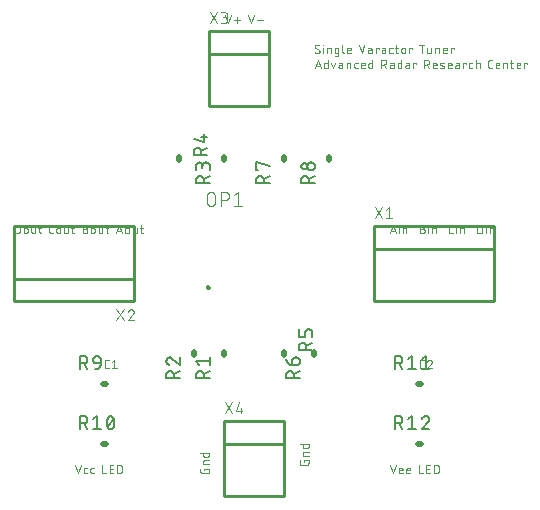
<source format=gbr>
G04 EAGLE Gerber RS-274X export*
G75*
%MOMM*%
%FSLAX34Y34*%
%LPD*%
%INSilkscreen Top*%
%IPPOS*%
%AMOC8*
5,1,8,0,0,1.08239X$1,22.5*%
G01*
%ADD10C,0.076200*%
%ADD11C,0.127000*%
%ADD12C,0.101600*%
%ADD13C,0.508000*%
%ADD14C,0.254000*%


D10*
X254381Y515747D02*
X256836Y508381D01*
X259292Y515747D01*
X262184Y511246D02*
X267095Y511246D01*
X264639Y513701D02*
X264639Y508790D01*
X273888Y515747D02*
X276343Y508381D01*
X278799Y515747D01*
X281691Y511246D02*
X286602Y511246D01*
X236827Y131473D02*
X236827Y130246D01*
X236827Y131473D02*
X240919Y131473D01*
X240919Y129018D01*
X240917Y128940D01*
X240912Y128862D01*
X240902Y128785D01*
X240889Y128708D01*
X240873Y128632D01*
X240853Y128557D01*
X240829Y128483D01*
X240802Y128410D01*
X240771Y128338D01*
X240737Y128268D01*
X240700Y128200D01*
X240659Y128133D01*
X240615Y128068D01*
X240569Y128006D01*
X240519Y127946D01*
X240467Y127888D01*
X240412Y127833D01*
X240354Y127781D01*
X240294Y127731D01*
X240232Y127685D01*
X240167Y127641D01*
X240101Y127600D01*
X240032Y127563D01*
X239962Y127529D01*
X239890Y127498D01*
X239817Y127471D01*
X239743Y127447D01*
X239668Y127427D01*
X239592Y127411D01*
X239515Y127398D01*
X239438Y127388D01*
X239360Y127383D01*
X239282Y127381D01*
X235190Y127381D01*
X235110Y127383D01*
X235030Y127389D01*
X234950Y127399D01*
X234871Y127412D01*
X234792Y127430D01*
X234715Y127451D01*
X234639Y127477D01*
X234564Y127506D01*
X234490Y127538D01*
X234418Y127574D01*
X234348Y127614D01*
X234281Y127657D01*
X234215Y127703D01*
X234152Y127753D01*
X234091Y127805D01*
X234032Y127860D01*
X233977Y127919D01*
X233925Y127979D01*
X233875Y128043D01*
X233829Y128108D01*
X233786Y128176D01*
X233746Y128246D01*
X233710Y128318D01*
X233678Y128392D01*
X233649Y128466D01*
X233624Y128543D01*
X233602Y128620D01*
X233584Y128699D01*
X233571Y128778D01*
X233561Y128857D01*
X233555Y128938D01*
X233553Y129018D01*
X233553Y131473D01*
X236008Y135105D02*
X240919Y135105D01*
X236008Y135105D02*
X236008Y137152D01*
X236010Y137221D01*
X236016Y137289D01*
X236025Y137358D01*
X236039Y137425D01*
X236056Y137492D01*
X236077Y137558D01*
X236101Y137622D01*
X236130Y137685D01*
X236161Y137746D01*
X236196Y137805D01*
X236234Y137863D01*
X236276Y137918D01*
X236320Y137970D01*
X236368Y138020D01*
X236418Y138068D01*
X236470Y138112D01*
X236525Y138154D01*
X236583Y138192D01*
X236642Y138227D01*
X236703Y138258D01*
X236766Y138287D01*
X236830Y138311D01*
X236896Y138332D01*
X236963Y138349D01*
X237030Y138363D01*
X237099Y138372D01*
X237167Y138378D01*
X237236Y138380D01*
X237236Y138379D02*
X240919Y138379D01*
X240919Y144922D02*
X233553Y144922D01*
X240919Y144922D02*
X240919Y142876D01*
X240917Y142807D01*
X240911Y142739D01*
X240902Y142670D01*
X240888Y142603D01*
X240871Y142536D01*
X240850Y142470D01*
X240826Y142406D01*
X240797Y142343D01*
X240766Y142282D01*
X240731Y142223D01*
X240693Y142165D01*
X240651Y142110D01*
X240607Y142058D01*
X240559Y142008D01*
X240509Y141960D01*
X240457Y141916D01*
X240402Y141875D01*
X240344Y141836D01*
X240285Y141801D01*
X240224Y141770D01*
X240161Y141741D01*
X240097Y141717D01*
X240031Y141696D01*
X239964Y141679D01*
X239897Y141665D01*
X239829Y141656D01*
X239760Y141650D01*
X239691Y141648D01*
X237236Y141648D01*
X237167Y141650D01*
X237099Y141656D01*
X237030Y141665D01*
X236963Y141679D01*
X236896Y141696D01*
X236830Y141717D01*
X236766Y141741D01*
X236703Y141770D01*
X236642Y141801D01*
X236583Y141836D01*
X236525Y141874D01*
X236470Y141916D01*
X236418Y141960D01*
X236368Y142008D01*
X236320Y142058D01*
X236276Y142110D01*
X236234Y142165D01*
X236196Y142223D01*
X236161Y142282D01*
X236130Y142343D01*
X236101Y142406D01*
X236077Y142470D01*
X236056Y142536D01*
X236039Y142603D01*
X236025Y142670D01*
X236016Y142739D01*
X236010Y142807D01*
X236008Y142876D01*
X236008Y144922D01*
X321155Y138570D02*
X321155Y137343D01*
X321155Y138570D02*
X325247Y138570D01*
X325247Y136115D01*
X325245Y136037D01*
X325240Y135959D01*
X325230Y135882D01*
X325217Y135805D01*
X325201Y135729D01*
X325181Y135654D01*
X325157Y135580D01*
X325130Y135507D01*
X325099Y135435D01*
X325065Y135365D01*
X325028Y135297D01*
X324987Y135230D01*
X324943Y135165D01*
X324897Y135103D01*
X324847Y135043D01*
X324795Y134985D01*
X324740Y134930D01*
X324682Y134878D01*
X324622Y134828D01*
X324560Y134782D01*
X324495Y134738D01*
X324429Y134697D01*
X324360Y134660D01*
X324290Y134626D01*
X324218Y134595D01*
X324145Y134568D01*
X324071Y134544D01*
X323996Y134524D01*
X323920Y134508D01*
X323843Y134495D01*
X323766Y134485D01*
X323688Y134480D01*
X323610Y134478D01*
X319518Y134478D01*
X319438Y134480D01*
X319358Y134486D01*
X319278Y134496D01*
X319199Y134509D01*
X319120Y134527D01*
X319043Y134548D01*
X318967Y134574D01*
X318892Y134603D01*
X318818Y134635D01*
X318746Y134671D01*
X318676Y134711D01*
X318609Y134754D01*
X318543Y134800D01*
X318480Y134850D01*
X318419Y134902D01*
X318360Y134957D01*
X318305Y135016D01*
X318253Y135076D01*
X318203Y135140D01*
X318157Y135205D01*
X318114Y135273D01*
X318074Y135343D01*
X318038Y135415D01*
X318006Y135489D01*
X317977Y135563D01*
X317952Y135640D01*
X317930Y135717D01*
X317912Y135796D01*
X317899Y135875D01*
X317889Y135954D01*
X317883Y136035D01*
X317881Y136115D01*
X317881Y138570D01*
X320336Y142203D02*
X325247Y142203D01*
X320336Y142203D02*
X320336Y144249D01*
X320338Y144318D01*
X320344Y144386D01*
X320353Y144455D01*
X320367Y144522D01*
X320384Y144589D01*
X320405Y144655D01*
X320429Y144719D01*
X320458Y144782D01*
X320489Y144843D01*
X320524Y144902D01*
X320562Y144960D01*
X320604Y145015D01*
X320648Y145067D01*
X320696Y145117D01*
X320746Y145165D01*
X320798Y145209D01*
X320853Y145251D01*
X320911Y145289D01*
X320970Y145324D01*
X321031Y145355D01*
X321094Y145384D01*
X321158Y145408D01*
X321224Y145429D01*
X321291Y145446D01*
X321358Y145460D01*
X321427Y145469D01*
X321495Y145475D01*
X321564Y145477D01*
X321564Y145476D02*
X325247Y145476D01*
X325247Y152019D02*
X317881Y152019D01*
X325247Y152019D02*
X325247Y149973D01*
X325245Y149904D01*
X325239Y149836D01*
X325230Y149767D01*
X325216Y149700D01*
X325199Y149633D01*
X325178Y149567D01*
X325154Y149503D01*
X325125Y149440D01*
X325094Y149379D01*
X325059Y149320D01*
X325021Y149262D01*
X324979Y149207D01*
X324935Y149155D01*
X324887Y149105D01*
X324837Y149057D01*
X324785Y149013D01*
X324730Y148972D01*
X324672Y148933D01*
X324613Y148898D01*
X324552Y148867D01*
X324489Y148838D01*
X324425Y148814D01*
X324359Y148793D01*
X324292Y148776D01*
X324225Y148762D01*
X324157Y148753D01*
X324088Y148747D01*
X324019Y148745D01*
X321564Y148745D01*
X321495Y148747D01*
X321427Y148753D01*
X321358Y148762D01*
X321291Y148776D01*
X321224Y148793D01*
X321158Y148814D01*
X321094Y148838D01*
X321031Y148867D01*
X320970Y148898D01*
X320911Y148933D01*
X320853Y148971D01*
X320798Y149013D01*
X320746Y149057D01*
X320696Y149105D01*
X320648Y149155D01*
X320604Y149207D01*
X320562Y149262D01*
X320524Y149320D01*
X320489Y149379D01*
X320458Y149440D01*
X320429Y149503D01*
X320405Y149567D01*
X320384Y149633D01*
X320367Y149700D01*
X320353Y149767D01*
X320344Y149836D01*
X320338Y149904D01*
X320336Y149973D01*
X320336Y152019D01*
X333036Y482981D02*
X333114Y482983D01*
X333192Y482988D01*
X333269Y482998D01*
X333346Y483011D01*
X333422Y483027D01*
X333497Y483047D01*
X333571Y483071D01*
X333644Y483098D01*
X333716Y483129D01*
X333786Y483163D01*
X333855Y483200D01*
X333921Y483241D01*
X333986Y483285D01*
X334048Y483331D01*
X334108Y483381D01*
X334166Y483433D01*
X334221Y483488D01*
X334273Y483546D01*
X334323Y483606D01*
X334369Y483668D01*
X334413Y483733D01*
X334454Y483800D01*
X334491Y483868D01*
X334525Y483938D01*
X334556Y484010D01*
X334583Y484083D01*
X334607Y484157D01*
X334627Y484232D01*
X334643Y484308D01*
X334656Y484385D01*
X334666Y484462D01*
X334671Y484540D01*
X334673Y484618D01*
X333036Y482981D02*
X332922Y482983D01*
X332809Y482988D01*
X332695Y482998D01*
X332582Y483011D01*
X332470Y483028D01*
X332358Y483048D01*
X332247Y483072D01*
X332136Y483100D01*
X332027Y483131D01*
X331919Y483166D01*
X331812Y483205D01*
X331706Y483247D01*
X331602Y483292D01*
X331499Y483341D01*
X331398Y483394D01*
X331299Y483449D01*
X331201Y483508D01*
X331106Y483570D01*
X331013Y483635D01*
X330921Y483703D01*
X330833Y483774D01*
X330746Y483848D01*
X330662Y483925D01*
X330581Y484004D01*
X330785Y488710D02*
X330787Y488788D01*
X330792Y488866D01*
X330802Y488943D01*
X330815Y489020D01*
X330831Y489096D01*
X330851Y489171D01*
X330875Y489245D01*
X330902Y489318D01*
X330933Y489390D01*
X330967Y489460D01*
X331004Y489529D01*
X331045Y489595D01*
X331089Y489660D01*
X331135Y489722D01*
X331185Y489782D01*
X331237Y489840D01*
X331292Y489895D01*
X331350Y489947D01*
X331410Y489997D01*
X331472Y490043D01*
X331537Y490087D01*
X331604Y490128D01*
X331672Y490165D01*
X331742Y490199D01*
X331814Y490230D01*
X331887Y490257D01*
X331961Y490281D01*
X332036Y490301D01*
X332112Y490317D01*
X332189Y490330D01*
X332266Y490340D01*
X332344Y490345D01*
X332422Y490347D01*
X332532Y490345D01*
X332641Y490339D01*
X332751Y490329D01*
X332859Y490316D01*
X332968Y490298D01*
X333075Y490277D01*
X333182Y490251D01*
X333288Y490222D01*
X333393Y490190D01*
X333496Y490153D01*
X333598Y490113D01*
X333699Y490069D01*
X333798Y490021D01*
X333895Y489971D01*
X333990Y489916D01*
X334083Y489858D01*
X334174Y489797D01*
X334263Y489733D01*
X331604Y487277D02*
X331537Y487319D01*
X331472Y487363D01*
X331410Y487411D01*
X331350Y487461D01*
X331292Y487514D01*
X331237Y487570D01*
X331185Y487629D01*
X331135Y487689D01*
X331088Y487753D01*
X331045Y487818D01*
X331004Y487885D01*
X330967Y487954D01*
X330933Y488025D01*
X330902Y488097D01*
X330875Y488171D01*
X330851Y488245D01*
X330831Y488321D01*
X330815Y488398D01*
X330802Y488475D01*
X330792Y488553D01*
X330787Y488632D01*
X330785Y488710D01*
X333855Y486050D02*
X333921Y486008D01*
X333986Y485964D01*
X334048Y485917D01*
X334108Y485866D01*
X334166Y485813D01*
X334221Y485757D01*
X334274Y485699D01*
X334323Y485638D01*
X334370Y485575D01*
X334413Y485510D01*
X334454Y485443D01*
X334491Y485374D01*
X334525Y485303D01*
X334556Y485231D01*
X334583Y485157D01*
X334607Y485082D01*
X334627Y485007D01*
X334643Y484930D01*
X334656Y484853D01*
X334666Y484775D01*
X334671Y484696D01*
X334673Y484618D01*
X333855Y486050D02*
X331604Y487278D01*
X337504Y487892D02*
X337504Y482981D01*
X337299Y489938D02*
X337299Y490347D01*
X337709Y490347D01*
X337709Y489938D01*
X337299Y489938D01*
X340744Y487892D02*
X340744Y482981D01*
X340744Y487892D02*
X342790Y487892D01*
X342859Y487890D01*
X342927Y487884D01*
X342996Y487875D01*
X343063Y487861D01*
X343130Y487844D01*
X343196Y487823D01*
X343260Y487799D01*
X343323Y487770D01*
X343384Y487739D01*
X343443Y487704D01*
X343501Y487666D01*
X343556Y487624D01*
X343608Y487580D01*
X343658Y487532D01*
X343706Y487482D01*
X343750Y487430D01*
X343792Y487375D01*
X343830Y487317D01*
X343865Y487258D01*
X343896Y487197D01*
X343925Y487134D01*
X343949Y487070D01*
X343970Y487004D01*
X343987Y486937D01*
X344001Y486870D01*
X344010Y486801D01*
X344016Y486733D01*
X344018Y486664D01*
X344018Y482981D01*
X348514Y482981D02*
X350560Y482981D01*
X348514Y482981D02*
X348445Y482983D01*
X348377Y482989D01*
X348308Y482998D01*
X348241Y483012D01*
X348174Y483029D01*
X348108Y483050D01*
X348044Y483074D01*
X347981Y483103D01*
X347920Y483134D01*
X347861Y483169D01*
X347803Y483207D01*
X347748Y483249D01*
X347696Y483293D01*
X347646Y483341D01*
X347598Y483391D01*
X347554Y483443D01*
X347512Y483498D01*
X347474Y483556D01*
X347439Y483615D01*
X347408Y483676D01*
X347379Y483739D01*
X347355Y483803D01*
X347334Y483869D01*
X347317Y483936D01*
X347303Y484003D01*
X347294Y484072D01*
X347288Y484140D01*
X347286Y484209D01*
X347287Y484209D02*
X347287Y486664D01*
X347286Y486664D02*
X347288Y486733D01*
X347294Y486801D01*
X347303Y486870D01*
X347317Y486937D01*
X347334Y487004D01*
X347355Y487070D01*
X347379Y487134D01*
X347408Y487197D01*
X347439Y487258D01*
X347474Y487317D01*
X347512Y487375D01*
X347554Y487430D01*
X347598Y487482D01*
X347646Y487532D01*
X347696Y487580D01*
X347748Y487624D01*
X347803Y487666D01*
X347861Y487704D01*
X347920Y487739D01*
X347981Y487770D01*
X348044Y487799D01*
X348108Y487823D01*
X348174Y487844D01*
X348241Y487861D01*
X348308Y487875D01*
X348377Y487884D01*
X348445Y487890D01*
X348514Y487892D01*
X350560Y487892D01*
X350560Y481753D01*
X350561Y481753D02*
X350559Y481684D01*
X350553Y481616D01*
X350544Y481547D01*
X350530Y481480D01*
X350513Y481413D01*
X350492Y481347D01*
X350468Y481283D01*
X350439Y481220D01*
X350408Y481159D01*
X350373Y481100D01*
X350335Y481042D01*
X350293Y480987D01*
X350249Y480935D01*
X350201Y480885D01*
X350151Y480837D01*
X350099Y480793D01*
X350044Y480752D01*
X349986Y480713D01*
X349927Y480678D01*
X349866Y480647D01*
X349803Y480618D01*
X349739Y480594D01*
X349673Y480573D01*
X349606Y480556D01*
X349539Y480542D01*
X349471Y480533D01*
X349402Y480527D01*
X349333Y480525D01*
X349333Y480526D02*
X347696Y480526D01*
X353994Y484209D02*
X353994Y490347D01*
X353994Y484209D02*
X353996Y484140D01*
X354002Y484072D01*
X354011Y484003D01*
X354025Y483936D01*
X354042Y483869D01*
X354063Y483803D01*
X354087Y483739D01*
X354116Y483676D01*
X354147Y483615D01*
X354182Y483556D01*
X354220Y483498D01*
X354262Y483443D01*
X354306Y483391D01*
X354354Y483341D01*
X354404Y483293D01*
X354456Y483249D01*
X354511Y483207D01*
X354569Y483169D01*
X354628Y483134D01*
X354689Y483103D01*
X354752Y483074D01*
X354816Y483050D01*
X354882Y483029D01*
X354949Y483012D01*
X355016Y482998D01*
X355085Y482989D01*
X355153Y482983D01*
X355222Y482981D01*
X359040Y482981D02*
X361086Y482981D01*
X359040Y482981D02*
X358971Y482983D01*
X358903Y482989D01*
X358834Y482998D01*
X358767Y483012D01*
X358700Y483029D01*
X358634Y483050D01*
X358570Y483074D01*
X358507Y483103D01*
X358446Y483134D01*
X358387Y483169D01*
X358329Y483207D01*
X358274Y483249D01*
X358222Y483293D01*
X358172Y483341D01*
X358124Y483391D01*
X358080Y483443D01*
X358038Y483498D01*
X358000Y483556D01*
X357965Y483615D01*
X357934Y483676D01*
X357905Y483739D01*
X357881Y483803D01*
X357860Y483869D01*
X357843Y483936D01*
X357829Y484003D01*
X357820Y484072D01*
X357814Y484140D01*
X357812Y484209D01*
X357813Y484209D02*
X357813Y486255D01*
X357812Y486255D02*
X357814Y486334D01*
X357820Y486413D01*
X357829Y486492D01*
X357842Y486570D01*
X357860Y486647D01*
X357880Y486723D01*
X357905Y486798D01*
X357933Y486872D01*
X357964Y486945D01*
X358000Y487016D01*
X358038Y487085D01*
X358080Y487152D01*
X358125Y487217D01*
X358173Y487280D01*
X358224Y487341D01*
X358278Y487398D01*
X358334Y487454D01*
X358393Y487506D01*
X358455Y487556D01*
X358519Y487602D01*
X358585Y487646D01*
X358653Y487686D01*
X358723Y487722D01*
X358795Y487756D01*
X358869Y487786D01*
X358943Y487812D01*
X359019Y487835D01*
X359096Y487853D01*
X359173Y487869D01*
X359252Y487880D01*
X359330Y487888D01*
X359409Y487892D01*
X359489Y487892D01*
X359568Y487888D01*
X359646Y487880D01*
X359725Y487869D01*
X359802Y487853D01*
X359879Y487835D01*
X359955Y487812D01*
X360029Y487786D01*
X360103Y487756D01*
X360175Y487722D01*
X360245Y487686D01*
X360313Y487646D01*
X360379Y487602D01*
X360443Y487556D01*
X360505Y487506D01*
X360564Y487454D01*
X360620Y487398D01*
X360674Y487341D01*
X360725Y487280D01*
X360773Y487217D01*
X360818Y487152D01*
X360860Y487085D01*
X360898Y487016D01*
X360934Y486945D01*
X360965Y486872D01*
X360993Y486798D01*
X361018Y486723D01*
X361038Y486647D01*
X361056Y486570D01*
X361069Y486492D01*
X361078Y486413D01*
X361084Y486334D01*
X361086Y486255D01*
X361086Y485436D01*
X357813Y485436D01*
X367723Y490347D02*
X370178Y482981D01*
X372634Y490347D01*
X376760Y485846D02*
X378602Y485846D01*
X376760Y485845D02*
X376685Y485843D01*
X376610Y485837D01*
X376536Y485827D01*
X376462Y485814D01*
X376389Y485796D01*
X376317Y485775D01*
X376247Y485750D01*
X376178Y485721D01*
X376110Y485689D01*
X376044Y485653D01*
X375980Y485614D01*
X375918Y485572D01*
X375859Y485526D01*
X375802Y485477D01*
X375747Y485426D01*
X375696Y485371D01*
X375647Y485314D01*
X375601Y485255D01*
X375559Y485193D01*
X375520Y485129D01*
X375484Y485063D01*
X375452Y484995D01*
X375423Y484926D01*
X375398Y484856D01*
X375377Y484784D01*
X375359Y484711D01*
X375346Y484637D01*
X375336Y484563D01*
X375330Y484488D01*
X375328Y484413D01*
X375330Y484338D01*
X375336Y484263D01*
X375346Y484189D01*
X375359Y484115D01*
X375377Y484042D01*
X375398Y483970D01*
X375423Y483900D01*
X375452Y483831D01*
X375484Y483763D01*
X375520Y483697D01*
X375559Y483633D01*
X375601Y483571D01*
X375647Y483512D01*
X375696Y483455D01*
X375747Y483400D01*
X375802Y483349D01*
X375859Y483300D01*
X375918Y483254D01*
X375980Y483212D01*
X376044Y483173D01*
X376110Y483137D01*
X376178Y483105D01*
X376247Y483076D01*
X376317Y483051D01*
X376389Y483030D01*
X376462Y483012D01*
X376536Y482999D01*
X376610Y482989D01*
X376685Y482983D01*
X376760Y482981D01*
X378602Y482981D01*
X378602Y486664D01*
X378600Y486733D01*
X378594Y486801D01*
X378585Y486870D01*
X378571Y486937D01*
X378554Y487004D01*
X378533Y487070D01*
X378509Y487134D01*
X378480Y487197D01*
X378449Y487258D01*
X378414Y487317D01*
X378376Y487375D01*
X378334Y487430D01*
X378290Y487482D01*
X378242Y487532D01*
X378192Y487580D01*
X378140Y487624D01*
X378085Y487666D01*
X378027Y487704D01*
X377968Y487739D01*
X377907Y487770D01*
X377844Y487799D01*
X377780Y487823D01*
X377714Y487844D01*
X377647Y487861D01*
X377580Y487875D01*
X377511Y487884D01*
X377443Y487890D01*
X377374Y487892D01*
X375737Y487892D01*
X382243Y487892D02*
X382243Y482981D01*
X382243Y487892D02*
X384698Y487892D01*
X384698Y487073D01*
X388464Y485846D02*
X390306Y485846D01*
X388464Y485845D02*
X388389Y485843D01*
X388314Y485837D01*
X388240Y485827D01*
X388166Y485814D01*
X388093Y485796D01*
X388021Y485775D01*
X387951Y485750D01*
X387882Y485721D01*
X387814Y485689D01*
X387748Y485653D01*
X387684Y485614D01*
X387622Y485572D01*
X387563Y485526D01*
X387506Y485477D01*
X387451Y485426D01*
X387400Y485371D01*
X387351Y485314D01*
X387305Y485255D01*
X387263Y485193D01*
X387224Y485129D01*
X387188Y485063D01*
X387156Y484995D01*
X387127Y484926D01*
X387102Y484856D01*
X387081Y484784D01*
X387063Y484711D01*
X387050Y484637D01*
X387040Y484563D01*
X387034Y484488D01*
X387032Y484413D01*
X387034Y484338D01*
X387040Y484263D01*
X387050Y484189D01*
X387063Y484115D01*
X387081Y484042D01*
X387102Y483970D01*
X387127Y483900D01*
X387156Y483831D01*
X387188Y483763D01*
X387224Y483697D01*
X387263Y483633D01*
X387305Y483571D01*
X387351Y483512D01*
X387400Y483455D01*
X387451Y483400D01*
X387506Y483349D01*
X387563Y483300D01*
X387622Y483254D01*
X387684Y483212D01*
X387748Y483173D01*
X387814Y483137D01*
X387882Y483105D01*
X387951Y483076D01*
X388021Y483051D01*
X388093Y483030D01*
X388166Y483012D01*
X388240Y482999D01*
X388314Y482989D01*
X388389Y482983D01*
X388464Y482981D01*
X390306Y482981D01*
X390306Y486664D01*
X390304Y486733D01*
X390298Y486801D01*
X390289Y486870D01*
X390275Y486937D01*
X390258Y487004D01*
X390237Y487070D01*
X390213Y487134D01*
X390184Y487197D01*
X390153Y487258D01*
X390118Y487317D01*
X390080Y487375D01*
X390038Y487430D01*
X389994Y487482D01*
X389946Y487532D01*
X389896Y487580D01*
X389844Y487624D01*
X389789Y487666D01*
X389731Y487704D01*
X389672Y487739D01*
X389611Y487770D01*
X389548Y487799D01*
X389484Y487823D01*
X389418Y487844D01*
X389351Y487861D01*
X389284Y487875D01*
X389215Y487884D01*
X389147Y487890D01*
X389078Y487892D01*
X387441Y487892D01*
X394894Y482981D02*
X396531Y482981D01*
X394894Y482981D02*
X394825Y482983D01*
X394757Y482989D01*
X394688Y482998D01*
X394621Y483012D01*
X394554Y483029D01*
X394488Y483050D01*
X394424Y483074D01*
X394361Y483103D01*
X394300Y483134D01*
X394241Y483169D01*
X394183Y483207D01*
X394128Y483249D01*
X394076Y483293D01*
X394026Y483341D01*
X393978Y483391D01*
X393934Y483443D01*
X393892Y483498D01*
X393854Y483556D01*
X393819Y483615D01*
X393788Y483676D01*
X393759Y483739D01*
X393735Y483803D01*
X393714Y483869D01*
X393697Y483936D01*
X393683Y484003D01*
X393674Y484072D01*
X393668Y484140D01*
X393666Y484209D01*
X393666Y486664D01*
X393668Y486733D01*
X393674Y486801D01*
X393683Y486870D01*
X393697Y486937D01*
X393714Y487004D01*
X393735Y487070D01*
X393759Y487134D01*
X393788Y487197D01*
X393819Y487258D01*
X393854Y487317D01*
X393892Y487375D01*
X393934Y487430D01*
X393978Y487482D01*
X394026Y487532D01*
X394076Y487580D01*
X394128Y487624D01*
X394183Y487666D01*
X394241Y487704D01*
X394300Y487739D01*
X394361Y487770D01*
X394424Y487799D01*
X394488Y487823D01*
X394554Y487844D01*
X394621Y487861D01*
X394688Y487875D01*
X394757Y487884D01*
X394825Y487890D01*
X394894Y487892D01*
X396531Y487892D01*
X398635Y487892D02*
X401090Y487892D01*
X399453Y490347D02*
X399453Y484209D01*
X399455Y484140D01*
X399461Y484072D01*
X399470Y484003D01*
X399484Y483936D01*
X399501Y483869D01*
X399522Y483803D01*
X399546Y483739D01*
X399575Y483676D01*
X399606Y483615D01*
X399641Y483556D01*
X399679Y483498D01*
X399721Y483443D01*
X399765Y483391D01*
X399813Y483341D01*
X399863Y483293D01*
X399915Y483249D01*
X399970Y483207D01*
X400028Y483169D01*
X400087Y483134D01*
X400148Y483103D01*
X400211Y483074D01*
X400275Y483050D01*
X400341Y483029D01*
X400408Y483012D01*
X400475Y482998D01*
X400544Y482989D01*
X400612Y482983D01*
X400681Y482981D01*
X401090Y482981D01*
X403898Y484618D02*
X403898Y486255D01*
X403900Y486334D01*
X403906Y486413D01*
X403915Y486492D01*
X403928Y486570D01*
X403946Y486647D01*
X403966Y486723D01*
X403991Y486798D01*
X404019Y486872D01*
X404050Y486945D01*
X404086Y487016D01*
X404124Y487085D01*
X404166Y487152D01*
X404211Y487217D01*
X404259Y487280D01*
X404310Y487341D01*
X404364Y487398D01*
X404420Y487454D01*
X404479Y487506D01*
X404541Y487556D01*
X404605Y487602D01*
X404671Y487646D01*
X404739Y487686D01*
X404809Y487722D01*
X404881Y487756D01*
X404955Y487786D01*
X405029Y487812D01*
X405105Y487835D01*
X405182Y487853D01*
X405259Y487869D01*
X405338Y487880D01*
X405416Y487888D01*
X405495Y487892D01*
X405575Y487892D01*
X405654Y487888D01*
X405732Y487880D01*
X405811Y487869D01*
X405888Y487853D01*
X405965Y487835D01*
X406041Y487812D01*
X406115Y487786D01*
X406189Y487756D01*
X406261Y487722D01*
X406331Y487686D01*
X406399Y487646D01*
X406465Y487602D01*
X406529Y487556D01*
X406591Y487506D01*
X406650Y487454D01*
X406706Y487398D01*
X406760Y487341D01*
X406811Y487280D01*
X406859Y487217D01*
X406904Y487152D01*
X406946Y487085D01*
X406984Y487016D01*
X407020Y486945D01*
X407051Y486872D01*
X407079Y486798D01*
X407104Y486723D01*
X407124Y486647D01*
X407142Y486570D01*
X407155Y486492D01*
X407164Y486413D01*
X407170Y486334D01*
X407172Y486255D01*
X407172Y484618D01*
X407170Y484539D01*
X407164Y484460D01*
X407155Y484381D01*
X407142Y484303D01*
X407124Y484226D01*
X407104Y484150D01*
X407079Y484075D01*
X407051Y484001D01*
X407020Y483928D01*
X406984Y483857D01*
X406946Y483788D01*
X406904Y483721D01*
X406859Y483656D01*
X406811Y483593D01*
X406760Y483532D01*
X406706Y483475D01*
X406650Y483419D01*
X406591Y483367D01*
X406529Y483317D01*
X406465Y483271D01*
X406399Y483227D01*
X406331Y483187D01*
X406261Y483151D01*
X406189Y483117D01*
X406115Y483087D01*
X406041Y483061D01*
X405965Y483038D01*
X405888Y483020D01*
X405811Y483004D01*
X405732Y482993D01*
X405654Y482985D01*
X405575Y482981D01*
X405495Y482981D01*
X405416Y482985D01*
X405338Y482993D01*
X405259Y483004D01*
X405182Y483020D01*
X405105Y483038D01*
X405029Y483061D01*
X404955Y483087D01*
X404881Y483117D01*
X404809Y483151D01*
X404739Y483187D01*
X404671Y483227D01*
X404605Y483271D01*
X404541Y483317D01*
X404479Y483367D01*
X404420Y483419D01*
X404364Y483475D01*
X404310Y483532D01*
X404259Y483593D01*
X404211Y483656D01*
X404166Y483721D01*
X404124Y483788D01*
X404086Y483857D01*
X404050Y483928D01*
X404019Y484001D01*
X403991Y484075D01*
X403966Y484150D01*
X403946Y484226D01*
X403928Y484303D01*
X403915Y484381D01*
X403906Y484460D01*
X403900Y484539D01*
X403898Y484618D01*
X410528Y482981D02*
X410528Y487892D01*
X412983Y487892D01*
X412983Y487073D01*
X420897Y490347D02*
X420897Y482981D01*
X418851Y490347D02*
X422943Y490347D01*
X425844Y487892D02*
X425844Y484209D01*
X425843Y484209D02*
X425845Y484140D01*
X425851Y484072D01*
X425860Y484003D01*
X425874Y483936D01*
X425891Y483869D01*
X425912Y483803D01*
X425936Y483739D01*
X425965Y483676D01*
X425996Y483615D01*
X426031Y483556D01*
X426069Y483498D01*
X426111Y483443D01*
X426155Y483391D01*
X426203Y483341D01*
X426253Y483293D01*
X426305Y483249D01*
X426360Y483207D01*
X426418Y483169D01*
X426477Y483134D01*
X426538Y483103D01*
X426601Y483074D01*
X426665Y483050D01*
X426731Y483029D01*
X426798Y483012D01*
X426865Y482998D01*
X426934Y482989D01*
X427002Y482983D01*
X427071Y482981D01*
X429117Y482981D01*
X429117Y487892D01*
X432671Y487892D02*
X432671Y482981D01*
X432671Y487892D02*
X434717Y487892D01*
X434786Y487890D01*
X434854Y487884D01*
X434923Y487875D01*
X434990Y487861D01*
X435057Y487844D01*
X435123Y487823D01*
X435187Y487799D01*
X435250Y487770D01*
X435311Y487739D01*
X435370Y487704D01*
X435428Y487666D01*
X435483Y487624D01*
X435535Y487580D01*
X435585Y487532D01*
X435633Y487482D01*
X435677Y487430D01*
X435719Y487375D01*
X435757Y487317D01*
X435792Y487258D01*
X435823Y487197D01*
X435852Y487134D01*
X435876Y487070D01*
X435897Y487004D01*
X435914Y486937D01*
X435928Y486870D01*
X435937Y486801D01*
X435943Y486733D01*
X435945Y486664D01*
X435945Y482981D01*
X440482Y482981D02*
X442528Y482981D01*
X440482Y482981D02*
X440413Y482983D01*
X440345Y482989D01*
X440276Y482998D01*
X440209Y483012D01*
X440142Y483029D01*
X440076Y483050D01*
X440012Y483074D01*
X439949Y483103D01*
X439888Y483134D01*
X439829Y483169D01*
X439771Y483207D01*
X439716Y483249D01*
X439664Y483293D01*
X439614Y483341D01*
X439566Y483391D01*
X439522Y483443D01*
X439480Y483498D01*
X439442Y483556D01*
X439407Y483615D01*
X439376Y483676D01*
X439347Y483739D01*
X439323Y483803D01*
X439302Y483869D01*
X439285Y483936D01*
X439271Y484003D01*
X439262Y484072D01*
X439256Y484140D01*
X439254Y484209D01*
X439255Y484209D02*
X439255Y486255D01*
X439257Y486334D01*
X439263Y486413D01*
X439272Y486492D01*
X439285Y486570D01*
X439303Y486647D01*
X439323Y486723D01*
X439348Y486798D01*
X439376Y486872D01*
X439407Y486945D01*
X439443Y487016D01*
X439481Y487085D01*
X439523Y487152D01*
X439568Y487217D01*
X439616Y487280D01*
X439667Y487341D01*
X439721Y487398D01*
X439777Y487454D01*
X439836Y487506D01*
X439898Y487556D01*
X439962Y487602D01*
X440028Y487646D01*
X440096Y487686D01*
X440166Y487722D01*
X440238Y487756D01*
X440312Y487786D01*
X440386Y487812D01*
X440462Y487835D01*
X440539Y487853D01*
X440616Y487869D01*
X440695Y487880D01*
X440773Y487888D01*
X440852Y487892D01*
X440932Y487892D01*
X441011Y487888D01*
X441089Y487880D01*
X441168Y487869D01*
X441245Y487853D01*
X441322Y487835D01*
X441398Y487812D01*
X441472Y487786D01*
X441546Y487756D01*
X441618Y487722D01*
X441688Y487686D01*
X441756Y487646D01*
X441822Y487602D01*
X441886Y487556D01*
X441948Y487506D01*
X442007Y487454D01*
X442063Y487398D01*
X442117Y487341D01*
X442168Y487280D01*
X442216Y487217D01*
X442261Y487152D01*
X442303Y487085D01*
X442341Y487016D01*
X442377Y486945D01*
X442408Y486872D01*
X442436Y486798D01*
X442461Y486723D01*
X442481Y486647D01*
X442499Y486570D01*
X442512Y486492D01*
X442521Y486413D01*
X442527Y486334D01*
X442529Y486255D01*
X442528Y486255D02*
X442528Y485436D01*
X439255Y485436D01*
X445884Y482981D02*
X445884Y487892D01*
X448340Y487892D01*
X448340Y487073D01*
X333036Y477647D02*
X330581Y470281D01*
X335492Y470281D02*
X333036Y477647D01*
X331195Y472123D02*
X334878Y472123D01*
X341460Y470281D02*
X341460Y477647D01*
X341460Y470281D02*
X339414Y470281D01*
X339345Y470283D01*
X339277Y470289D01*
X339208Y470298D01*
X339141Y470312D01*
X339074Y470329D01*
X339008Y470350D01*
X338944Y470374D01*
X338881Y470403D01*
X338820Y470434D01*
X338761Y470469D01*
X338703Y470507D01*
X338648Y470549D01*
X338596Y470593D01*
X338546Y470641D01*
X338498Y470691D01*
X338454Y470743D01*
X338412Y470798D01*
X338374Y470856D01*
X338339Y470915D01*
X338308Y470976D01*
X338279Y471039D01*
X338255Y471103D01*
X338234Y471169D01*
X338217Y471236D01*
X338203Y471303D01*
X338194Y471372D01*
X338188Y471440D01*
X338186Y471509D01*
X338186Y473964D01*
X338188Y474033D01*
X338194Y474101D01*
X338203Y474170D01*
X338217Y474237D01*
X338234Y474304D01*
X338255Y474370D01*
X338279Y474434D01*
X338308Y474497D01*
X338339Y474558D01*
X338374Y474617D01*
X338412Y474675D01*
X338454Y474730D01*
X338498Y474782D01*
X338546Y474832D01*
X338596Y474880D01*
X338648Y474924D01*
X338703Y474966D01*
X338761Y475004D01*
X338820Y475039D01*
X338881Y475070D01*
X338944Y475099D01*
X339008Y475123D01*
X339074Y475144D01*
X339141Y475161D01*
X339208Y475175D01*
X339277Y475184D01*
X339345Y475190D01*
X339414Y475192D01*
X341460Y475192D01*
X344567Y475192D02*
X346204Y470281D01*
X347841Y475192D01*
X352054Y473146D02*
X353896Y473146D01*
X352054Y473145D02*
X351979Y473143D01*
X351904Y473137D01*
X351830Y473127D01*
X351756Y473114D01*
X351683Y473096D01*
X351611Y473075D01*
X351541Y473050D01*
X351472Y473021D01*
X351404Y472989D01*
X351338Y472953D01*
X351274Y472914D01*
X351212Y472872D01*
X351153Y472826D01*
X351096Y472777D01*
X351041Y472726D01*
X350990Y472671D01*
X350941Y472614D01*
X350895Y472555D01*
X350853Y472493D01*
X350814Y472429D01*
X350778Y472363D01*
X350746Y472295D01*
X350717Y472226D01*
X350692Y472156D01*
X350671Y472084D01*
X350653Y472011D01*
X350640Y471937D01*
X350630Y471863D01*
X350624Y471788D01*
X350622Y471713D01*
X350624Y471638D01*
X350630Y471563D01*
X350640Y471489D01*
X350653Y471415D01*
X350671Y471342D01*
X350692Y471270D01*
X350717Y471200D01*
X350746Y471131D01*
X350778Y471063D01*
X350814Y470997D01*
X350853Y470933D01*
X350895Y470871D01*
X350941Y470812D01*
X350990Y470755D01*
X351041Y470700D01*
X351096Y470649D01*
X351153Y470600D01*
X351212Y470554D01*
X351274Y470512D01*
X351338Y470473D01*
X351404Y470437D01*
X351472Y470405D01*
X351541Y470376D01*
X351611Y470351D01*
X351683Y470330D01*
X351756Y470312D01*
X351830Y470299D01*
X351904Y470289D01*
X351979Y470283D01*
X352054Y470281D01*
X353896Y470281D01*
X353896Y473964D01*
X353894Y474033D01*
X353888Y474101D01*
X353879Y474170D01*
X353865Y474237D01*
X353848Y474304D01*
X353827Y474370D01*
X353803Y474434D01*
X353774Y474497D01*
X353743Y474558D01*
X353708Y474617D01*
X353670Y474675D01*
X353628Y474730D01*
X353584Y474782D01*
X353536Y474832D01*
X353486Y474880D01*
X353434Y474924D01*
X353379Y474966D01*
X353321Y475004D01*
X353262Y475039D01*
X353201Y475070D01*
X353138Y475099D01*
X353074Y475123D01*
X353008Y475144D01*
X352941Y475161D01*
X352874Y475175D01*
X352805Y475184D01*
X352737Y475190D01*
X352668Y475192D01*
X351031Y475192D01*
X357490Y475192D02*
X357490Y470281D01*
X357490Y475192D02*
X359536Y475192D01*
X359605Y475190D01*
X359673Y475184D01*
X359742Y475175D01*
X359809Y475161D01*
X359876Y475144D01*
X359942Y475123D01*
X360006Y475099D01*
X360069Y475070D01*
X360130Y475039D01*
X360189Y475004D01*
X360247Y474966D01*
X360302Y474924D01*
X360354Y474880D01*
X360404Y474832D01*
X360452Y474782D01*
X360496Y474730D01*
X360538Y474675D01*
X360576Y474617D01*
X360611Y474558D01*
X360642Y474497D01*
X360671Y474434D01*
X360695Y474370D01*
X360716Y474304D01*
X360733Y474237D01*
X360747Y474170D01*
X360756Y474101D01*
X360762Y474033D01*
X360764Y473964D01*
X360764Y470281D01*
X365311Y470281D02*
X366948Y470281D01*
X365311Y470281D02*
X365242Y470283D01*
X365174Y470289D01*
X365105Y470298D01*
X365038Y470312D01*
X364971Y470329D01*
X364905Y470350D01*
X364841Y470374D01*
X364778Y470403D01*
X364717Y470434D01*
X364658Y470469D01*
X364600Y470507D01*
X364545Y470549D01*
X364493Y470593D01*
X364443Y470641D01*
X364395Y470691D01*
X364351Y470743D01*
X364309Y470798D01*
X364271Y470856D01*
X364236Y470915D01*
X364205Y470976D01*
X364176Y471039D01*
X364152Y471103D01*
X364131Y471169D01*
X364114Y471236D01*
X364100Y471303D01*
X364091Y471372D01*
X364085Y471440D01*
X364083Y471509D01*
X364083Y473964D01*
X364085Y474033D01*
X364091Y474101D01*
X364100Y474170D01*
X364114Y474237D01*
X364131Y474304D01*
X364152Y474370D01*
X364176Y474434D01*
X364205Y474497D01*
X364236Y474558D01*
X364271Y474617D01*
X364309Y474675D01*
X364351Y474730D01*
X364395Y474782D01*
X364443Y474832D01*
X364493Y474880D01*
X364545Y474924D01*
X364600Y474966D01*
X364658Y475004D01*
X364717Y475039D01*
X364778Y475070D01*
X364841Y475099D01*
X364905Y475123D01*
X364971Y475144D01*
X365038Y475161D01*
X365105Y475175D01*
X365174Y475184D01*
X365242Y475190D01*
X365311Y475192D01*
X366948Y475192D01*
X370910Y470281D02*
X372956Y470281D01*
X370910Y470281D02*
X370841Y470283D01*
X370773Y470289D01*
X370704Y470298D01*
X370637Y470312D01*
X370570Y470329D01*
X370504Y470350D01*
X370440Y470374D01*
X370377Y470403D01*
X370316Y470434D01*
X370257Y470469D01*
X370199Y470507D01*
X370144Y470549D01*
X370092Y470593D01*
X370042Y470641D01*
X369994Y470691D01*
X369950Y470743D01*
X369908Y470798D01*
X369870Y470856D01*
X369835Y470915D01*
X369804Y470976D01*
X369775Y471039D01*
X369751Y471103D01*
X369730Y471169D01*
X369713Y471236D01*
X369699Y471303D01*
X369690Y471372D01*
X369684Y471440D01*
X369682Y471509D01*
X369682Y473555D01*
X369684Y473634D01*
X369690Y473713D01*
X369699Y473792D01*
X369712Y473870D01*
X369730Y473947D01*
X369750Y474023D01*
X369775Y474098D01*
X369803Y474172D01*
X369834Y474245D01*
X369870Y474316D01*
X369908Y474385D01*
X369950Y474452D01*
X369995Y474517D01*
X370043Y474580D01*
X370094Y474641D01*
X370148Y474698D01*
X370204Y474754D01*
X370263Y474806D01*
X370325Y474856D01*
X370389Y474902D01*
X370455Y474946D01*
X370523Y474986D01*
X370593Y475022D01*
X370665Y475056D01*
X370739Y475086D01*
X370813Y475112D01*
X370889Y475135D01*
X370966Y475153D01*
X371043Y475169D01*
X371122Y475180D01*
X371200Y475188D01*
X371279Y475192D01*
X371359Y475192D01*
X371438Y475188D01*
X371516Y475180D01*
X371595Y475169D01*
X371672Y475153D01*
X371749Y475135D01*
X371825Y475112D01*
X371899Y475086D01*
X371973Y475056D01*
X372045Y475022D01*
X372115Y474986D01*
X372183Y474946D01*
X372249Y474902D01*
X372313Y474856D01*
X372375Y474806D01*
X372434Y474754D01*
X372490Y474698D01*
X372544Y474641D01*
X372595Y474580D01*
X372643Y474517D01*
X372688Y474452D01*
X372730Y474385D01*
X372768Y474316D01*
X372804Y474245D01*
X372835Y474172D01*
X372863Y474098D01*
X372888Y474023D01*
X372908Y473947D01*
X372926Y473870D01*
X372939Y473792D01*
X372948Y473713D01*
X372954Y473634D01*
X372956Y473555D01*
X372956Y472736D01*
X369682Y472736D01*
X379255Y470281D02*
X379255Y477647D01*
X379255Y470281D02*
X377209Y470281D01*
X377140Y470283D01*
X377072Y470289D01*
X377003Y470298D01*
X376936Y470312D01*
X376869Y470329D01*
X376803Y470350D01*
X376739Y470374D01*
X376676Y470403D01*
X376615Y470434D01*
X376556Y470469D01*
X376498Y470507D01*
X376443Y470549D01*
X376391Y470593D01*
X376341Y470641D01*
X376293Y470691D01*
X376249Y470743D01*
X376207Y470798D01*
X376169Y470856D01*
X376134Y470915D01*
X376103Y470976D01*
X376074Y471039D01*
X376050Y471103D01*
X376029Y471169D01*
X376012Y471236D01*
X375998Y471303D01*
X375989Y471372D01*
X375983Y471440D01*
X375981Y471509D01*
X375981Y473964D01*
X375983Y474033D01*
X375989Y474101D01*
X375998Y474170D01*
X376012Y474237D01*
X376029Y474304D01*
X376050Y474370D01*
X376074Y474434D01*
X376103Y474497D01*
X376134Y474558D01*
X376169Y474617D01*
X376207Y474675D01*
X376249Y474730D01*
X376293Y474782D01*
X376341Y474832D01*
X376391Y474880D01*
X376443Y474924D01*
X376498Y474966D01*
X376556Y475004D01*
X376615Y475039D01*
X376676Y475070D01*
X376739Y475099D01*
X376803Y475123D01*
X376869Y475144D01*
X376936Y475161D01*
X377003Y475175D01*
X377072Y475184D01*
X377140Y475190D01*
X377209Y475192D01*
X379255Y475192D01*
X386881Y477647D02*
X386881Y470281D01*
X386881Y477647D02*
X388927Y477647D01*
X389016Y477645D01*
X389105Y477639D01*
X389194Y477629D01*
X389282Y477616D01*
X389370Y477599D01*
X389457Y477577D01*
X389542Y477552D01*
X389627Y477524D01*
X389710Y477491D01*
X389792Y477455D01*
X389872Y477416D01*
X389950Y477373D01*
X390026Y477327D01*
X390101Y477277D01*
X390173Y477224D01*
X390242Y477168D01*
X390309Y477109D01*
X390374Y477048D01*
X390435Y476983D01*
X390494Y476916D01*
X390550Y476847D01*
X390603Y476775D01*
X390653Y476700D01*
X390699Y476624D01*
X390742Y476546D01*
X390781Y476466D01*
X390817Y476384D01*
X390850Y476301D01*
X390878Y476216D01*
X390903Y476131D01*
X390925Y476044D01*
X390942Y475956D01*
X390955Y475868D01*
X390965Y475779D01*
X390971Y475690D01*
X390973Y475601D01*
X390971Y475512D01*
X390965Y475423D01*
X390955Y475334D01*
X390942Y475246D01*
X390925Y475158D01*
X390903Y475071D01*
X390878Y474986D01*
X390850Y474901D01*
X390817Y474818D01*
X390781Y474736D01*
X390742Y474656D01*
X390699Y474578D01*
X390653Y474502D01*
X390603Y474427D01*
X390550Y474355D01*
X390494Y474286D01*
X390435Y474219D01*
X390374Y474154D01*
X390309Y474093D01*
X390242Y474034D01*
X390173Y473978D01*
X390101Y473925D01*
X390026Y473875D01*
X389950Y473829D01*
X389872Y473786D01*
X389792Y473747D01*
X389710Y473711D01*
X389627Y473678D01*
X389542Y473650D01*
X389457Y473625D01*
X389370Y473603D01*
X389282Y473586D01*
X389194Y473573D01*
X389105Y473563D01*
X389016Y473557D01*
X388927Y473555D01*
X386881Y473555D01*
X389336Y473555D02*
X390973Y470281D01*
X395457Y473146D02*
X397299Y473146D01*
X395457Y473145D02*
X395382Y473143D01*
X395307Y473137D01*
X395233Y473127D01*
X395159Y473114D01*
X395086Y473096D01*
X395014Y473075D01*
X394944Y473050D01*
X394875Y473021D01*
X394807Y472989D01*
X394741Y472953D01*
X394677Y472914D01*
X394615Y472872D01*
X394556Y472826D01*
X394499Y472777D01*
X394444Y472726D01*
X394393Y472671D01*
X394344Y472614D01*
X394298Y472555D01*
X394256Y472493D01*
X394217Y472429D01*
X394181Y472363D01*
X394149Y472295D01*
X394120Y472226D01*
X394095Y472156D01*
X394074Y472084D01*
X394056Y472011D01*
X394043Y471937D01*
X394033Y471863D01*
X394027Y471788D01*
X394025Y471713D01*
X394027Y471638D01*
X394033Y471563D01*
X394043Y471489D01*
X394056Y471415D01*
X394074Y471342D01*
X394095Y471270D01*
X394120Y471200D01*
X394149Y471131D01*
X394181Y471063D01*
X394217Y470997D01*
X394256Y470933D01*
X394298Y470871D01*
X394344Y470812D01*
X394393Y470755D01*
X394444Y470700D01*
X394499Y470649D01*
X394556Y470600D01*
X394615Y470554D01*
X394677Y470512D01*
X394741Y470473D01*
X394807Y470437D01*
X394875Y470405D01*
X394944Y470376D01*
X395014Y470351D01*
X395086Y470330D01*
X395159Y470312D01*
X395233Y470299D01*
X395307Y470289D01*
X395382Y470283D01*
X395457Y470281D01*
X397299Y470281D01*
X397299Y473964D01*
X397297Y474033D01*
X397291Y474101D01*
X397282Y474170D01*
X397268Y474237D01*
X397251Y474304D01*
X397230Y474370D01*
X397206Y474434D01*
X397177Y474497D01*
X397146Y474558D01*
X397111Y474617D01*
X397073Y474675D01*
X397031Y474730D01*
X396987Y474782D01*
X396939Y474832D01*
X396889Y474880D01*
X396837Y474924D01*
X396782Y474966D01*
X396724Y475004D01*
X396665Y475039D01*
X396604Y475070D01*
X396541Y475099D01*
X396477Y475123D01*
X396411Y475144D01*
X396344Y475161D01*
X396277Y475175D01*
X396208Y475184D01*
X396140Y475190D01*
X396071Y475192D01*
X394434Y475192D01*
X403883Y477647D02*
X403883Y470281D01*
X401836Y470281D01*
X401767Y470283D01*
X401699Y470289D01*
X401630Y470298D01*
X401563Y470312D01*
X401496Y470329D01*
X401430Y470350D01*
X401366Y470374D01*
X401303Y470403D01*
X401242Y470434D01*
X401183Y470469D01*
X401125Y470507D01*
X401070Y470549D01*
X401018Y470593D01*
X400968Y470641D01*
X400920Y470691D01*
X400876Y470743D01*
X400834Y470798D01*
X400796Y470856D01*
X400761Y470915D01*
X400730Y470976D01*
X400701Y471039D01*
X400677Y471103D01*
X400656Y471169D01*
X400639Y471236D01*
X400625Y471303D01*
X400616Y471372D01*
X400610Y471440D01*
X400608Y471509D01*
X400609Y471509D02*
X400609Y473964D01*
X400608Y473964D02*
X400610Y474033D01*
X400616Y474101D01*
X400625Y474170D01*
X400639Y474237D01*
X400656Y474304D01*
X400677Y474370D01*
X400701Y474434D01*
X400730Y474497D01*
X400761Y474558D01*
X400796Y474617D01*
X400834Y474675D01*
X400876Y474730D01*
X400920Y474782D01*
X400968Y474832D01*
X401018Y474880D01*
X401070Y474924D01*
X401125Y474966D01*
X401183Y475004D01*
X401242Y475039D01*
X401303Y475070D01*
X401366Y475099D01*
X401430Y475123D01*
X401496Y475144D01*
X401563Y475161D01*
X401630Y475175D01*
X401699Y475184D01*
X401767Y475190D01*
X401836Y475192D01*
X403883Y475192D01*
X408625Y473146D02*
X410466Y473146D01*
X408625Y473145D02*
X408550Y473143D01*
X408475Y473137D01*
X408401Y473127D01*
X408327Y473114D01*
X408254Y473096D01*
X408182Y473075D01*
X408112Y473050D01*
X408043Y473021D01*
X407975Y472989D01*
X407909Y472953D01*
X407845Y472914D01*
X407783Y472872D01*
X407724Y472826D01*
X407667Y472777D01*
X407612Y472726D01*
X407561Y472671D01*
X407512Y472614D01*
X407466Y472555D01*
X407424Y472493D01*
X407385Y472429D01*
X407349Y472363D01*
X407317Y472295D01*
X407288Y472226D01*
X407263Y472156D01*
X407242Y472084D01*
X407224Y472011D01*
X407211Y471937D01*
X407201Y471863D01*
X407195Y471788D01*
X407193Y471713D01*
X407195Y471638D01*
X407201Y471563D01*
X407211Y471489D01*
X407224Y471415D01*
X407242Y471342D01*
X407263Y471270D01*
X407288Y471200D01*
X407317Y471131D01*
X407349Y471063D01*
X407385Y470997D01*
X407424Y470933D01*
X407466Y470871D01*
X407512Y470812D01*
X407561Y470755D01*
X407612Y470700D01*
X407667Y470649D01*
X407724Y470600D01*
X407783Y470554D01*
X407845Y470512D01*
X407909Y470473D01*
X407975Y470437D01*
X408043Y470405D01*
X408112Y470376D01*
X408182Y470351D01*
X408254Y470330D01*
X408327Y470312D01*
X408401Y470299D01*
X408475Y470289D01*
X408550Y470283D01*
X408625Y470281D01*
X410466Y470281D01*
X410466Y473964D01*
X410467Y473964D02*
X410465Y474033D01*
X410459Y474101D01*
X410450Y474170D01*
X410436Y474237D01*
X410419Y474304D01*
X410398Y474370D01*
X410374Y474434D01*
X410345Y474497D01*
X410314Y474558D01*
X410279Y474617D01*
X410241Y474675D01*
X410199Y474730D01*
X410155Y474782D01*
X410107Y474832D01*
X410057Y474880D01*
X410005Y474924D01*
X409950Y474966D01*
X409892Y475004D01*
X409833Y475039D01*
X409772Y475070D01*
X409709Y475099D01*
X409645Y475123D01*
X409579Y475144D01*
X409512Y475161D01*
X409445Y475175D01*
X409376Y475184D01*
X409308Y475190D01*
X409239Y475192D01*
X407602Y475192D01*
X414107Y475192D02*
X414107Y470281D01*
X414107Y475192D02*
X416562Y475192D01*
X416562Y474373D01*
X423213Y477647D02*
X423213Y470281D01*
X423213Y477647D02*
X425259Y477647D01*
X425348Y477645D01*
X425437Y477639D01*
X425526Y477629D01*
X425614Y477616D01*
X425702Y477599D01*
X425789Y477577D01*
X425874Y477552D01*
X425959Y477524D01*
X426042Y477491D01*
X426124Y477455D01*
X426204Y477416D01*
X426282Y477373D01*
X426358Y477327D01*
X426433Y477277D01*
X426505Y477224D01*
X426574Y477168D01*
X426641Y477109D01*
X426706Y477048D01*
X426767Y476983D01*
X426826Y476916D01*
X426882Y476847D01*
X426935Y476775D01*
X426985Y476700D01*
X427031Y476624D01*
X427074Y476546D01*
X427113Y476466D01*
X427149Y476384D01*
X427182Y476301D01*
X427210Y476216D01*
X427235Y476131D01*
X427257Y476044D01*
X427274Y475956D01*
X427287Y475868D01*
X427297Y475779D01*
X427303Y475690D01*
X427305Y475601D01*
X427303Y475512D01*
X427297Y475423D01*
X427287Y475334D01*
X427274Y475246D01*
X427257Y475158D01*
X427235Y475071D01*
X427210Y474986D01*
X427182Y474901D01*
X427149Y474818D01*
X427113Y474736D01*
X427074Y474656D01*
X427031Y474578D01*
X426985Y474502D01*
X426935Y474427D01*
X426882Y474355D01*
X426826Y474286D01*
X426767Y474219D01*
X426706Y474154D01*
X426641Y474093D01*
X426574Y474034D01*
X426505Y473978D01*
X426433Y473925D01*
X426358Y473875D01*
X426282Y473829D01*
X426204Y473786D01*
X426124Y473747D01*
X426042Y473711D01*
X425959Y473678D01*
X425874Y473650D01*
X425789Y473625D01*
X425702Y473603D01*
X425614Y473586D01*
X425526Y473573D01*
X425437Y473563D01*
X425348Y473557D01*
X425259Y473555D01*
X423213Y473555D01*
X425668Y473555D02*
X427305Y470281D01*
X431626Y470281D02*
X433672Y470281D01*
X431626Y470281D02*
X431557Y470283D01*
X431489Y470289D01*
X431420Y470298D01*
X431353Y470312D01*
X431286Y470329D01*
X431220Y470350D01*
X431156Y470374D01*
X431093Y470403D01*
X431032Y470434D01*
X430973Y470469D01*
X430915Y470507D01*
X430860Y470549D01*
X430808Y470593D01*
X430758Y470641D01*
X430710Y470691D01*
X430666Y470743D01*
X430624Y470798D01*
X430586Y470856D01*
X430551Y470915D01*
X430520Y470976D01*
X430491Y471039D01*
X430467Y471103D01*
X430446Y471169D01*
X430429Y471236D01*
X430415Y471303D01*
X430406Y471372D01*
X430400Y471440D01*
X430398Y471509D01*
X430398Y473555D01*
X430400Y473634D01*
X430406Y473713D01*
X430415Y473792D01*
X430428Y473870D01*
X430446Y473947D01*
X430466Y474023D01*
X430491Y474098D01*
X430519Y474172D01*
X430550Y474245D01*
X430586Y474316D01*
X430624Y474385D01*
X430666Y474452D01*
X430711Y474517D01*
X430759Y474580D01*
X430810Y474641D01*
X430864Y474698D01*
X430920Y474754D01*
X430979Y474806D01*
X431041Y474856D01*
X431105Y474902D01*
X431171Y474946D01*
X431239Y474986D01*
X431309Y475022D01*
X431381Y475056D01*
X431455Y475086D01*
X431529Y475112D01*
X431605Y475135D01*
X431682Y475153D01*
X431759Y475169D01*
X431838Y475180D01*
X431916Y475188D01*
X431995Y475192D01*
X432075Y475192D01*
X432154Y475188D01*
X432232Y475180D01*
X432311Y475169D01*
X432388Y475153D01*
X432465Y475135D01*
X432541Y475112D01*
X432615Y475086D01*
X432689Y475056D01*
X432761Y475022D01*
X432831Y474986D01*
X432899Y474946D01*
X432965Y474902D01*
X433029Y474856D01*
X433091Y474806D01*
X433150Y474754D01*
X433206Y474698D01*
X433260Y474641D01*
X433311Y474580D01*
X433359Y474517D01*
X433404Y474452D01*
X433446Y474385D01*
X433484Y474316D01*
X433520Y474245D01*
X433551Y474172D01*
X433579Y474098D01*
X433604Y474023D01*
X433624Y473947D01*
X433642Y473870D01*
X433655Y473792D01*
X433664Y473713D01*
X433670Y473634D01*
X433672Y473555D01*
X433672Y472736D01*
X430398Y472736D01*
X437352Y473146D02*
X439398Y472327D01*
X437352Y473146D02*
X437293Y473171D01*
X437236Y473200D01*
X437181Y473233D01*
X437128Y473269D01*
X437077Y473307D01*
X437029Y473349D01*
X436983Y473394D01*
X436940Y473441D01*
X436900Y473491D01*
X436863Y473543D01*
X436829Y473598D01*
X436798Y473654D01*
X436771Y473712D01*
X436748Y473772D01*
X436728Y473832D01*
X436712Y473894D01*
X436699Y473957D01*
X436691Y474021D01*
X436686Y474084D01*
X436685Y474148D01*
X436688Y474212D01*
X436695Y474276D01*
X436706Y474339D01*
X436720Y474401D01*
X436738Y474463D01*
X436760Y474523D01*
X436785Y474582D01*
X436814Y474639D01*
X436847Y474694D01*
X436882Y474747D01*
X436921Y474798D01*
X436963Y474847D01*
X437007Y474893D01*
X437055Y474936D01*
X437104Y474976D01*
X437157Y475013D01*
X437211Y475047D01*
X437267Y475078D01*
X437325Y475105D01*
X437384Y475129D01*
X437445Y475148D01*
X437507Y475165D01*
X437570Y475177D01*
X437633Y475186D01*
X437697Y475191D01*
X437761Y475192D01*
X437897Y475188D01*
X438032Y475180D01*
X438168Y475168D01*
X438302Y475152D01*
X438437Y475132D01*
X438570Y475109D01*
X438703Y475081D01*
X438835Y475050D01*
X438966Y475015D01*
X439096Y474976D01*
X439225Y474933D01*
X439352Y474886D01*
X439478Y474836D01*
X439603Y474782D01*
X439398Y472327D02*
X439457Y472302D01*
X439514Y472273D01*
X439569Y472240D01*
X439622Y472204D01*
X439673Y472166D01*
X439721Y472124D01*
X439767Y472079D01*
X439810Y472032D01*
X439850Y471982D01*
X439887Y471930D01*
X439921Y471875D01*
X439952Y471819D01*
X439979Y471761D01*
X440002Y471701D01*
X440022Y471641D01*
X440038Y471579D01*
X440051Y471516D01*
X440059Y471452D01*
X440064Y471389D01*
X440065Y471325D01*
X440062Y471261D01*
X440055Y471197D01*
X440044Y471134D01*
X440030Y471072D01*
X440012Y471010D01*
X439990Y470950D01*
X439965Y470891D01*
X439936Y470834D01*
X439903Y470779D01*
X439868Y470726D01*
X439829Y470675D01*
X439787Y470626D01*
X439743Y470580D01*
X439695Y470537D01*
X439646Y470497D01*
X439593Y470460D01*
X439539Y470426D01*
X439483Y470395D01*
X439425Y470368D01*
X439366Y470344D01*
X439305Y470325D01*
X439243Y470308D01*
X439180Y470296D01*
X439117Y470287D01*
X439053Y470282D01*
X438989Y470281D01*
X438825Y470285D01*
X438661Y470293D01*
X438497Y470305D01*
X438334Y470321D01*
X438171Y470341D01*
X438008Y470364D01*
X437847Y470392D01*
X437685Y470423D01*
X437525Y470458D01*
X437366Y470497D01*
X437207Y470540D01*
X437050Y470586D01*
X436893Y470636D01*
X436738Y470690D01*
X444305Y470281D02*
X446352Y470281D01*
X444305Y470281D02*
X444236Y470283D01*
X444168Y470289D01*
X444099Y470298D01*
X444032Y470312D01*
X443965Y470329D01*
X443899Y470350D01*
X443835Y470374D01*
X443772Y470403D01*
X443711Y470434D01*
X443652Y470469D01*
X443594Y470507D01*
X443539Y470549D01*
X443487Y470593D01*
X443437Y470641D01*
X443389Y470691D01*
X443345Y470743D01*
X443303Y470798D01*
X443265Y470856D01*
X443230Y470915D01*
X443199Y470976D01*
X443170Y471039D01*
X443146Y471103D01*
X443125Y471169D01*
X443108Y471236D01*
X443094Y471303D01*
X443085Y471372D01*
X443079Y471440D01*
X443077Y471509D01*
X443078Y471509D02*
X443078Y473555D01*
X443080Y473634D01*
X443086Y473713D01*
X443095Y473792D01*
X443108Y473870D01*
X443126Y473947D01*
X443146Y474023D01*
X443171Y474098D01*
X443199Y474172D01*
X443230Y474245D01*
X443266Y474316D01*
X443304Y474385D01*
X443346Y474452D01*
X443391Y474517D01*
X443439Y474580D01*
X443490Y474641D01*
X443544Y474698D01*
X443600Y474754D01*
X443659Y474806D01*
X443721Y474856D01*
X443785Y474902D01*
X443851Y474946D01*
X443919Y474986D01*
X443989Y475022D01*
X444061Y475056D01*
X444135Y475086D01*
X444209Y475112D01*
X444285Y475135D01*
X444362Y475153D01*
X444439Y475169D01*
X444518Y475180D01*
X444596Y475188D01*
X444675Y475192D01*
X444755Y475192D01*
X444834Y475188D01*
X444912Y475180D01*
X444991Y475169D01*
X445068Y475153D01*
X445145Y475135D01*
X445221Y475112D01*
X445295Y475086D01*
X445369Y475056D01*
X445441Y475022D01*
X445511Y474986D01*
X445579Y474946D01*
X445645Y474902D01*
X445709Y474856D01*
X445771Y474806D01*
X445830Y474754D01*
X445886Y474698D01*
X445940Y474641D01*
X445991Y474580D01*
X446039Y474517D01*
X446084Y474452D01*
X446126Y474385D01*
X446164Y474316D01*
X446200Y474245D01*
X446231Y474172D01*
X446259Y474098D01*
X446284Y474023D01*
X446304Y473947D01*
X446322Y473870D01*
X446335Y473792D01*
X446344Y473713D01*
X446350Y473634D01*
X446352Y473555D01*
X446352Y472736D01*
X443078Y472736D01*
X450809Y473146D02*
X452650Y473146D01*
X450809Y473145D02*
X450734Y473143D01*
X450659Y473137D01*
X450585Y473127D01*
X450511Y473114D01*
X450438Y473096D01*
X450366Y473075D01*
X450296Y473050D01*
X450227Y473021D01*
X450159Y472989D01*
X450093Y472953D01*
X450029Y472914D01*
X449967Y472872D01*
X449908Y472826D01*
X449851Y472777D01*
X449796Y472726D01*
X449745Y472671D01*
X449696Y472614D01*
X449650Y472555D01*
X449608Y472493D01*
X449569Y472429D01*
X449533Y472363D01*
X449501Y472295D01*
X449472Y472226D01*
X449447Y472156D01*
X449426Y472084D01*
X449408Y472011D01*
X449395Y471937D01*
X449385Y471863D01*
X449379Y471788D01*
X449377Y471713D01*
X449379Y471638D01*
X449385Y471563D01*
X449395Y471489D01*
X449408Y471415D01*
X449426Y471342D01*
X449447Y471270D01*
X449472Y471200D01*
X449501Y471131D01*
X449533Y471063D01*
X449569Y470997D01*
X449608Y470933D01*
X449650Y470871D01*
X449696Y470812D01*
X449745Y470755D01*
X449796Y470700D01*
X449851Y470649D01*
X449908Y470600D01*
X449967Y470554D01*
X450029Y470512D01*
X450093Y470473D01*
X450159Y470437D01*
X450227Y470405D01*
X450296Y470376D01*
X450366Y470351D01*
X450438Y470330D01*
X450511Y470312D01*
X450585Y470299D01*
X450659Y470289D01*
X450734Y470283D01*
X450809Y470281D01*
X452650Y470281D01*
X452650Y473964D01*
X452651Y473964D02*
X452649Y474033D01*
X452643Y474101D01*
X452634Y474170D01*
X452620Y474237D01*
X452603Y474304D01*
X452582Y474370D01*
X452558Y474434D01*
X452529Y474497D01*
X452498Y474558D01*
X452463Y474617D01*
X452425Y474675D01*
X452383Y474730D01*
X452339Y474782D01*
X452291Y474832D01*
X452241Y474880D01*
X452189Y474924D01*
X452134Y474966D01*
X452076Y475004D01*
X452017Y475039D01*
X451956Y475070D01*
X451893Y475099D01*
X451829Y475123D01*
X451763Y475144D01*
X451696Y475161D01*
X451629Y475175D01*
X451560Y475184D01*
X451492Y475190D01*
X451423Y475192D01*
X449786Y475192D01*
X456291Y475192D02*
X456291Y470281D01*
X456291Y475192D02*
X458747Y475192D01*
X458747Y474373D01*
X462359Y470281D02*
X463996Y470281D01*
X462359Y470281D02*
X462290Y470283D01*
X462222Y470289D01*
X462153Y470298D01*
X462086Y470312D01*
X462019Y470329D01*
X461953Y470350D01*
X461889Y470374D01*
X461826Y470403D01*
X461765Y470434D01*
X461706Y470469D01*
X461648Y470507D01*
X461593Y470549D01*
X461541Y470593D01*
X461491Y470641D01*
X461443Y470691D01*
X461399Y470743D01*
X461357Y470798D01*
X461319Y470856D01*
X461284Y470915D01*
X461253Y470976D01*
X461224Y471039D01*
X461200Y471103D01*
X461179Y471169D01*
X461162Y471236D01*
X461148Y471303D01*
X461139Y471372D01*
X461133Y471440D01*
X461131Y471509D01*
X461131Y473964D01*
X461133Y474033D01*
X461139Y474101D01*
X461148Y474170D01*
X461162Y474237D01*
X461179Y474304D01*
X461200Y474370D01*
X461224Y474434D01*
X461253Y474497D01*
X461284Y474558D01*
X461319Y474617D01*
X461357Y474675D01*
X461399Y474730D01*
X461443Y474782D01*
X461491Y474832D01*
X461541Y474880D01*
X461593Y474924D01*
X461648Y474966D01*
X461706Y475004D01*
X461765Y475039D01*
X461826Y475070D01*
X461889Y475099D01*
X461953Y475123D01*
X462019Y475144D01*
X462086Y475161D01*
X462153Y475175D01*
X462222Y475184D01*
X462290Y475190D01*
X462359Y475192D01*
X463996Y475192D01*
X466974Y477647D02*
X466974Y470281D01*
X466974Y475192D02*
X469020Y475192D01*
X469089Y475190D01*
X469157Y475184D01*
X469226Y475175D01*
X469293Y475161D01*
X469360Y475144D01*
X469426Y475123D01*
X469490Y475099D01*
X469553Y475070D01*
X469614Y475039D01*
X469673Y475004D01*
X469731Y474966D01*
X469786Y474924D01*
X469838Y474880D01*
X469888Y474832D01*
X469936Y474782D01*
X469980Y474730D01*
X470022Y474675D01*
X470060Y474617D01*
X470095Y474558D01*
X470126Y474497D01*
X470155Y474434D01*
X470179Y474370D01*
X470200Y474304D01*
X470217Y474237D01*
X470231Y474170D01*
X470240Y474101D01*
X470246Y474033D01*
X470248Y473964D01*
X470248Y470281D01*
X479151Y470281D02*
X480788Y470281D01*
X479151Y470281D02*
X479073Y470283D01*
X478995Y470288D01*
X478918Y470298D01*
X478841Y470311D01*
X478765Y470327D01*
X478690Y470347D01*
X478616Y470371D01*
X478543Y470398D01*
X478471Y470429D01*
X478401Y470463D01*
X478333Y470500D01*
X478266Y470541D01*
X478201Y470585D01*
X478139Y470631D01*
X478079Y470681D01*
X478021Y470733D01*
X477966Y470788D01*
X477914Y470846D01*
X477864Y470906D01*
X477818Y470968D01*
X477774Y471033D01*
X477733Y471100D01*
X477696Y471168D01*
X477662Y471238D01*
X477631Y471310D01*
X477604Y471383D01*
X477580Y471457D01*
X477560Y471532D01*
X477544Y471608D01*
X477531Y471685D01*
X477521Y471762D01*
X477516Y471840D01*
X477514Y471918D01*
X477514Y476010D01*
X477516Y476090D01*
X477522Y476170D01*
X477532Y476250D01*
X477545Y476329D01*
X477563Y476408D01*
X477584Y476485D01*
X477610Y476561D01*
X477639Y476636D01*
X477671Y476710D01*
X477707Y476782D01*
X477747Y476852D01*
X477790Y476919D01*
X477836Y476985D01*
X477886Y477048D01*
X477938Y477109D01*
X477993Y477168D01*
X478052Y477223D01*
X478112Y477275D01*
X478176Y477325D01*
X478242Y477371D01*
X478309Y477414D01*
X478379Y477454D01*
X478451Y477490D01*
X478525Y477522D01*
X478599Y477551D01*
X478676Y477577D01*
X478753Y477598D01*
X478832Y477616D01*
X478911Y477629D01*
X478991Y477639D01*
X479071Y477645D01*
X479151Y477647D01*
X480788Y477647D01*
X484783Y470281D02*
X486829Y470281D01*
X484783Y470281D02*
X484714Y470283D01*
X484646Y470289D01*
X484577Y470298D01*
X484510Y470312D01*
X484443Y470329D01*
X484377Y470350D01*
X484313Y470374D01*
X484250Y470403D01*
X484189Y470434D01*
X484130Y470469D01*
X484072Y470507D01*
X484017Y470549D01*
X483965Y470593D01*
X483915Y470641D01*
X483867Y470691D01*
X483823Y470743D01*
X483781Y470798D01*
X483743Y470856D01*
X483708Y470915D01*
X483677Y470976D01*
X483648Y471039D01*
X483624Y471103D01*
X483603Y471169D01*
X483586Y471236D01*
X483572Y471303D01*
X483563Y471372D01*
X483557Y471440D01*
X483555Y471509D01*
X483555Y473555D01*
X483557Y473634D01*
X483563Y473713D01*
X483572Y473792D01*
X483585Y473870D01*
X483603Y473947D01*
X483623Y474023D01*
X483648Y474098D01*
X483676Y474172D01*
X483707Y474245D01*
X483743Y474316D01*
X483781Y474385D01*
X483823Y474452D01*
X483868Y474517D01*
X483916Y474580D01*
X483967Y474641D01*
X484021Y474698D01*
X484077Y474754D01*
X484136Y474806D01*
X484198Y474856D01*
X484262Y474902D01*
X484328Y474946D01*
X484396Y474986D01*
X484466Y475022D01*
X484538Y475056D01*
X484612Y475086D01*
X484686Y475112D01*
X484762Y475135D01*
X484839Y475153D01*
X484916Y475169D01*
X484995Y475180D01*
X485073Y475188D01*
X485152Y475192D01*
X485232Y475192D01*
X485311Y475188D01*
X485389Y475180D01*
X485468Y475169D01*
X485545Y475153D01*
X485622Y475135D01*
X485698Y475112D01*
X485772Y475086D01*
X485846Y475056D01*
X485918Y475022D01*
X485988Y474986D01*
X486056Y474946D01*
X486122Y474902D01*
X486186Y474856D01*
X486248Y474806D01*
X486307Y474754D01*
X486363Y474698D01*
X486417Y474641D01*
X486468Y474580D01*
X486516Y474517D01*
X486561Y474452D01*
X486603Y474385D01*
X486641Y474316D01*
X486677Y474245D01*
X486708Y474172D01*
X486736Y474098D01*
X486761Y474023D01*
X486781Y473947D01*
X486799Y473870D01*
X486812Y473792D01*
X486821Y473713D01*
X486827Y473634D01*
X486829Y473555D01*
X486829Y472736D01*
X483555Y472736D01*
X490139Y470281D02*
X490139Y475192D01*
X492185Y475192D01*
X492254Y475190D01*
X492322Y475184D01*
X492391Y475175D01*
X492458Y475161D01*
X492525Y475144D01*
X492591Y475123D01*
X492655Y475099D01*
X492718Y475070D01*
X492779Y475039D01*
X492838Y475004D01*
X492896Y474966D01*
X492951Y474924D01*
X493003Y474880D01*
X493053Y474832D01*
X493101Y474782D01*
X493145Y474730D01*
X493187Y474675D01*
X493225Y474617D01*
X493260Y474558D01*
X493291Y474497D01*
X493320Y474434D01*
X493344Y474370D01*
X493365Y474304D01*
X493382Y474237D01*
X493396Y474170D01*
X493405Y474101D01*
X493411Y474033D01*
X493413Y473964D01*
X493412Y473964D02*
X493412Y470281D01*
X496092Y475192D02*
X498547Y475192D01*
X496910Y477647D02*
X496910Y471509D01*
X496912Y471440D01*
X496918Y471372D01*
X496927Y471303D01*
X496941Y471236D01*
X496958Y471169D01*
X496979Y471103D01*
X497003Y471039D01*
X497032Y470976D01*
X497063Y470915D01*
X497098Y470856D01*
X497136Y470798D01*
X497178Y470743D01*
X497222Y470691D01*
X497270Y470641D01*
X497320Y470593D01*
X497372Y470549D01*
X497427Y470507D01*
X497485Y470469D01*
X497544Y470434D01*
X497605Y470403D01*
X497668Y470374D01*
X497732Y470350D01*
X497798Y470329D01*
X497865Y470312D01*
X497932Y470298D01*
X498001Y470289D01*
X498069Y470283D01*
X498138Y470281D01*
X498547Y470281D01*
X502583Y470281D02*
X504629Y470281D01*
X502583Y470281D02*
X502514Y470283D01*
X502446Y470289D01*
X502377Y470298D01*
X502310Y470312D01*
X502243Y470329D01*
X502177Y470350D01*
X502113Y470374D01*
X502050Y470403D01*
X501989Y470434D01*
X501930Y470469D01*
X501872Y470507D01*
X501817Y470549D01*
X501765Y470593D01*
X501715Y470641D01*
X501667Y470691D01*
X501623Y470743D01*
X501581Y470798D01*
X501543Y470856D01*
X501508Y470915D01*
X501477Y470976D01*
X501448Y471039D01*
X501424Y471103D01*
X501403Y471169D01*
X501386Y471236D01*
X501372Y471303D01*
X501363Y471372D01*
X501357Y471440D01*
X501355Y471509D01*
X501355Y473555D01*
X501357Y473634D01*
X501363Y473713D01*
X501372Y473792D01*
X501385Y473870D01*
X501403Y473947D01*
X501423Y474023D01*
X501448Y474098D01*
X501476Y474172D01*
X501507Y474245D01*
X501543Y474316D01*
X501581Y474385D01*
X501623Y474452D01*
X501668Y474517D01*
X501716Y474580D01*
X501767Y474641D01*
X501821Y474698D01*
X501877Y474754D01*
X501936Y474806D01*
X501998Y474856D01*
X502062Y474902D01*
X502128Y474946D01*
X502196Y474986D01*
X502266Y475022D01*
X502338Y475056D01*
X502412Y475086D01*
X502486Y475112D01*
X502562Y475135D01*
X502639Y475153D01*
X502716Y475169D01*
X502795Y475180D01*
X502873Y475188D01*
X502952Y475192D01*
X503032Y475192D01*
X503111Y475188D01*
X503189Y475180D01*
X503268Y475169D01*
X503345Y475153D01*
X503422Y475135D01*
X503498Y475112D01*
X503572Y475086D01*
X503646Y475056D01*
X503718Y475022D01*
X503788Y474986D01*
X503856Y474946D01*
X503922Y474902D01*
X503986Y474856D01*
X504048Y474806D01*
X504107Y474754D01*
X504163Y474698D01*
X504217Y474641D01*
X504268Y474580D01*
X504316Y474517D01*
X504361Y474452D01*
X504403Y474385D01*
X504441Y474316D01*
X504477Y474245D01*
X504508Y474172D01*
X504536Y474098D01*
X504561Y474023D01*
X504581Y473947D01*
X504599Y473870D01*
X504612Y473792D01*
X504621Y473713D01*
X504627Y473634D01*
X504629Y473555D01*
X504629Y472736D01*
X501355Y472736D01*
X507985Y470281D02*
X507985Y475192D01*
X510440Y475192D01*
X510440Y474373D01*
X396536Y337947D02*
X394081Y330581D01*
X398992Y330581D02*
X396536Y337947D01*
X394695Y332423D02*
X398378Y332423D01*
X401657Y330581D02*
X401657Y335492D01*
X401452Y337538D02*
X401452Y337947D01*
X401862Y337947D01*
X401862Y337538D01*
X401452Y337538D01*
X404897Y335492D02*
X404897Y330581D01*
X404897Y335492D02*
X406943Y335492D01*
X407012Y335490D01*
X407080Y335484D01*
X407149Y335475D01*
X407216Y335461D01*
X407283Y335444D01*
X407349Y335423D01*
X407413Y335399D01*
X407476Y335370D01*
X407537Y335339D01*
X407596Y335304D01*
X407654Y335266D01*
X407709Y335224D01*
X407761Y335180D01*
X407811Y335132D01*
X407859Y335082D01*
X407903Y335030D01*
X407945Y334975D01*
X407983Y334917D01*
X408018Y334858D01*
X408049Y334797D01*
X408078Y334734D01*
X408102Y334670D01*
X408123Y334604D01*
X408140Y334537D01*
X408154Y334470D01*
X408163Y334401D01*
X408169Y334333D01*
X408171Y334264D01*
X408171Y330581D01*
X419723Y334673D02*
X421769Y334673D01*
X421858Y334671D01*
X421947Y334665D01*
X422036Y334655D01*
X422124Y334642D01*
X422212Y334625D01*
X422299Y334603D01*
X422384Y334578D01*
X422469Y334550D01*
X422552Y334517D01*
X422634Y334481D01*
X422714Y334442D01*
X422792Y334399D01*
X422868Y334353D01*
X422943Y334303D01*
X423015Y334250D01*
X423084Y334194D01*
X423151Y334135D01*
X423216Y334074D01*
X423277Y334009D01*
X423336Y333942D01*
X423392Y333873D01*
X423445Y333801D01*
X423495Y333726D01*
X423541Y333650D01*
X423584Y333572D01*
X423623Y333492D01*
X423659Y333410D01*
X423692Y333327D01*
X423720Y333242D01*
X423745Y333157D01*
X423767Y333070D01*
X423784Y332982D01*
X423797Y332894D01*
X423807Y332805D01*
X423813Y332716D01*
X423815Y332627D01*
X423813Y332538D01*
X423807Y332449D01*
X423797Y332360D01*
X423784Y332272D01*
X423767Y332184D01*
X423745Y332097D01*
X423720Y332012D01*
X423692Y331927D01*
X423659Y331844D01*
X423623Y331762D01*
X423584Y331682D01*
X423541Y331604D01*
X423495Y331528D01*
X423445Y331453D01*
X423392Y331381D01*
X423336Y331312D01*
X423277Y331245D01*
X423216Y331180D01*
X423151Y331119D01*
X423084Y331060D01*
X423015Y331004D01*
X422943Y330951D01*
X422868Y330901D01*
X422792Y330855D01*
X422714Y330812D01*
X422634Y330773D01*
X422552Y330737D01*
X422469Y330704D01*
X422384Y330676D01*
X422299Y330651D01*
X422212Y330629D01*
X422124Y330612D01*
X422036Y330599D01*
X421947Y330589D01*
X421858Y330583D01*
X421769Y330581D01*
X419723Y330581D01*
X419723Y337947D01*
X421769Y337947D01*
X421848Y337945D01*
X421927Y337939D01*
X422006Y337930D01*
X422084Y337917D01*
X422161Y337899D01*
X422237Y337879D01*
X422312Y337854D01*
X422386Y337826D01*
X422459Y337795D01*
X422530Y337759D01*
X422599Y337721D01*
X422666Y337679D01*
X422731Y337634D01*
X422794Y337586D01*
X422855Y337535D01*
X422912Y337481D01*
X422968Y337425D01*
X423020Y337366D01*
X423070Y337304D01*
X423116Y337240D01*
X423160Y337174D01*
X423200Y337106D01*
X423236Y337036D01*
X423270Y336964D01*
X423300Y336890D01*
X423326Y336816D01*
X423349Y336740D01*
X423367Y336663D01*
X423383Y336586D01*
X423394Y336507D01*
X423402Y336429D01*
X423406Y336350D01*
X423406Y336270D01*
X423402Y336191D01*
X423394Y336113D01*
X423383Y336034D01*
X423367Y335957D01*
X423349Y335880D01*
X423326Y335804D01*
X423300Y335730D01*
X423270Y335656D01*
X423236Y335584D01*
X423200Y335514D01*
X423160Y335446D01*
X423116Y335380D01*
X423070Y335316D01*
X423020Y335254D01*
X422968Y335195D01*
X422912Y335139D01*
X422855Y335085D01*
X422794Y335034D01*
X422731Y334986D01*
X422666Y334941D01*
X422599Y334899D01*
X422530Y334861D01*
X422459Y334825D01*
X422386Y334794D01*
X422312Y334766D01*
X422237Y334741D01*
X422161Y334721D01*
X422084Y334703D01*
X422006Y334690D01*
X421927Y334681D01*
X421848Y334675D01*
X421769Y334673D01*
X426529Y335492D02*
X426529Y330581D01*
X426324Y337538D02*
X426324Y337947D01*
X426733Y337947D01*
X426733Y337538D01*
X426324Y337538D01*
X429768Y335492D02*
X429768Y330581D01*
X429768Y335492D02*
X431815Y335492D01*
X431884Y335490D01*
X431952Y335484D01*
X432021Y335475D01*
X432088Y335461D01*
X432155Y335444D01*
X432221Y335423D01*
X432285Y335399D01*
X432348Y335370D01*
X432409Y335339D01*
X432468Y335304D01*
X432526Y335266D01*
X432581Y335224D01*
X432633Y335180D01*
X432683Y335132D01*
X432731Y335082D01*
X432775Y335030D01*
X432817Y334975D01*
X432855Y334917D01*
X432890Y334858D01*
X432921Y334797D01*
X432950Y334734D01*
X432974Y334670D01*
X432995Y334604D01*
X433012Y334537D01*
X433026Y334470D01*
X433035Y334401D01*
X433041Y334333D01*
X433043Y334264D01*
X433042Y334264D02*
X433042Y330581D01*
X445847Y330581D02*
X447484Y330581D01*
X445847Y330581D02*
X445769Y330583D01*
X445691Y330588D01*
X445614Y330598D01*
X445537Y330611D01*
X445461Y330627D01*
X445386Y330647D01*
X445312Y330671D01*
X445239Y330698D01*
X445167Y330729D01*
X445097Y330763D01*
X445029Y330800D01*
X444962Y330841D01*
X444897Y330885D01*
X444835Y330931D01*
X444775Y330981D01*
X444717Y331033D01*
X444662Y331088D01*
X444610Y331146D01*
X444560Y331206D01*
X444514Y331268D01*
X444470Y331333D01*
X444429Y331400D01*
X444392Y331468D01*
X444358Y331538D01*
X444327Y331610D01*
X444300Y331683D01*
X444276Y331757D01*
X444256Y331832D01*
X444240Y331908D01*
X444227Y331985D01*
X444217Y332062D01*
X444212Y332140D01*
X444210Y332218D01*
X444210Y336310D01*
X444212Y336390D01*
X444218Y336470D01*
X444228Y336550D01*
X444241Y336629D01*
X444259Y336708D01*
X444280Y336785D01*
X444306Y336861D01*
X444335Y336936D01*
X444367Y337010D01*
X444403Y337082D01*
X444443Y337152D01*
X444486Y337219D01*
X444532Y337285D01*
X444582Y337348D01*
X444634Y337409D01*
X444689Y337468D01*
X444748Y337523D01*
X444808Y337575D01*
X444872Y337625D01*
X444938Y337671D01*
X445005Y337714D01*
X445075Y337754D01*
X445147Y337790D01*
X445221Y337822D01*
X445295Y337851D01*
X445372Y337877D01*
X445449Y337898D01*
X445528Y337916D01*
X445607Y337929D01*
X445687Y337939D01*
X445767Y337945D01*
X445847Y337947D01*
X447484Y337947D01*
X450181Y335492D02*
X450181Y330581D01*
X449976Y337538D02*
X449976Y337947D01*
X450386Y337947D01*
X450386Y337538D01*
X449976Y337538D01*
X453421Y335492D02*
X453421Y330581D01*
X453421Y335492D02*
X455467Y335492D01*
X455536Y335490D01*
X455604Y335484D01*
X455673Y335475D01*
X455740Y335461D01*
X455807Y335444D01*
X455873Y335423D01*
X455937Y335399D01*
X456000Y335370D01*
X456061Y335339D01*
X456120Y335304D01*
X456178Y335266D01*
X456233Y335224D01*
X456285Y335180D01*
X456335Y335132D01*
X456383Y335082D01*
X456427Y335030D01*
X456469Y334975D01*
X456507Y334917D01*
X456542Y334858D01*
X456573Y334797D01*
X456602Y334734D01*
X456626Y334670D01*
X456647Y334604D01*
X456664Y334537D01*
X456678Y334470D01*
X456687Y334401D01*
X456693Y334333D01*
X456695Y334264D01*
X456695Y330581D01*
X468130Y330581D02*
X468130Y337947D01*
X470176Y337947D01*
X470265Y337945D01*
X470354Y337939D01*
X470443Y337929D01*
X470531Y337916D01*
X470619Y337899D01*
X470706Y337877D01*
X470791Y337852D01*
X470876Y337824D01*
X470959Y337791D01*
X471041Y337755D01*
X471121Y337716D01*
X471199Y337673D01*
X471275Y337627D01*
X471350Y337577D01*
X471422Y337524D01*
X471491Y337468D01*
X471558Y337409D01*
X471623Y337348D01*
X471684Y337283D01*
X471743Y337216D01*
X471799Y337147D01*
X471852Y337075D01*
X471902Y337000D01*
X471948Y336924D01*
X471991Y336846D01*
X472030Y336766D01*
X472066Y336684D01*
X472099Y336601D01*
X472127Y336516D01*
X472152Y336431D01*
X472174Y336344D01*
X472191Y336256D01*
X472204Y336168D01*
X472214Y336079D01*
X472220Y335990D01*
X472222Y335901D01*
X472222Y332627D01*
X472220Y332538D01*
X472214Y332449D01*
X472204Y332360D01*
X472191Y332272D01*
X472174Y332184D01*
X472152Y332097D01*
X472127Y332012D01*
X472099Y331927D01*
X472066Y331844D01*
X472030Y331762D01*
X471991Y331682D01*
X471948Y331604D01*
X471902Y331528D01*
X471852Y331453D01*
X471799Y331381D01*
X471743Y331312D01*
X471684Y331245D01*
X471623Y331180D01*
X471558Y331119D01*
X471491Y331060D01*
X471422Y331004D01*
X471350Y330951D01*
X471275Y330901D01*
X471199Y330855D01*
X471121Y330812D01*
X471041Y330773D01*
X470959Y330737D01*
X470876Y330704D01*
X470791Y330676D01*
X470706Y330651D01*
X470619Y330629D01*
X470531Y330612D01*
X470443Y330599D01*
X470354Y330589D01*
X470265Y330583D01*
X470176Y330581D01*
X468130Y330581D01*
X475540Y330581D02*
X475540Y335492D01*
X475336Y337538D02*
X475336Y337947D01*
X475745Y337947D01*
X475745Y337538D01*
X475336Y337538D01*
X478780Y335492D02*
X478780Y330581D01*
X478780Y335492D02*
X480826Y335492D01*
X480895Y335490D01*
X480963Y335484D01*
X481032Y335475D01*
X481099Y335461D01*
X481166Y335444D01*
X481232Y335423D01*
X481296Y335399D01*
X481359Y335370D01*
X481420Y335339D01*
X481479Y335304D01*
X481537Y335266D01*
X481592Y335224D01*
X481644Y335180D01*
X481694Y335132D01*
X481742Y335082D01*
X481786Y335030D01*
X481828Y334975D01*
X481866Y334917D01*
X481901Y334858D01*
X481932Y334797D01*
X481961Y334734D01*
X481985Y334670D01*
X482006Y334604D01*
X482023Y334537D01*
X482037Y334470D01*
X482046Y334401D01*
X482052Y334333D01*
X482054Y334264D01*
X482054Y330581D01*
X76581Y330581D02*
X76581Y337947D01*
X78627Y337947D01*
X78716Y337945D01*
X78805Y337939D01*
X78894Y337929D01*
X78982Y337916D01*
X79070Y337899D01*
X79157Y337877D01*
X79242Y337852D01*
X79327Y337824D01*
X79410Y337791D01*
X79492Y337755D01*
X79572Y337716D01*
X79650Y337673D01*
X79726Y337627D01*
X79801Y337577D01*
X79873Y337524D01*
X79942Y337468D01*
X80009Y337409D01*
X80074Y337348D01*
X80135Y337283D01*
X80194Y337216D01*
X80250Y337147D01*
X80303Y337075D01*
X80353Y337000D01*
X80399Y336924D01*
X80442Y336846D01*
X80481Y336766D01*
X80517Y336684D01*
X80550Y336601D01*
X80578Y336516D01*
X80603Y336431D01*
X80625Y336344D01*
X80642Y336256D01*
X80655Y336168D01*
X80665Y336079D01*
X80671Y335990D01*
X80673Y335901D01*
X80673Y332627D01*
X80671Y332538D01*
X80665Y332449D01*
X80655Y332360D01*
X80642Y332272D01*
X80625Y332184D01*
X80603Y332097D01*
X80578Y332012D01*
X80550Y331927D01*
X80517Y331844D01*
X80481Y331762D01*
X80442Y331682D01*
X80399Y331604D01*
X80353Y331528D01*
X80303Y331453D01*
X80250Y331381D01*
X80194Y331312D01*
X80135Y331245D01*
X80074Y331180D01*
X80009Y331119D01*
X79942Y331060D01*
X79873Y331004D01*
X79801Y330951D01*
X79726Y330901D01*
X79650Y330855D01*
X79572Y330812D01*
X79492Y330773D01*
X79410Y330737D01*
X79327Y330704D01*
X79242Y330676D01*
X79157Y330651D01*
X79070Y330629D01*
X78982Y330612D01*
X78894Y330599D01*
X78805Y330589D01*
X78716Y330583D01*
X78627Y330581D01*
X76581Y330581D01*
X84062Y332218D02*
X84062Y333855D01*
X84061Y333855D02*
X84063Y333934D01*
X84069Y334013D01*
X84078Y334092D01*
X84091Y334170D01*
X84109Y334247D01*
X84129Y334323D01*
X84154Y334398D01*
X84182Y334472D01*
X84213Y334545D01*
X84249Y334616D01*
X84287Y334685D01*
X84329Y334752D01*
X84374Y334817D01*
X84422Y334880D01*
X84473Y334941D01*
X84527Y334998D01*
X84583Y335054D01*
X84642Y335106D01*
X84704Y335156D01*
X84768Y335202D01*
X84834Y335246D01*
X84902Y335286D01*
X84972Y335322D01*
X85044Y335356D01*
X85118Y335386D01*
X85192Y335412D01*
X85268Y335435D01*
X85345Y335453D01*
X85422Y335469D01*
X85501Y335480D01*
X85579Y335488D01*
X85658Y335492D01*
X85738Y335492D01*
X85817Y335488D01*
X85895Y335480D01*
X85974Y335469D01*
X86051Y335453D01*
X86128Y335435D01*
X86204Y335412D01*
X86278Y335386D01*
X86352Y335356D01*
X86424Y335322D01*
X86494Y335286D01*
X86562Y335246D01*
X86628Y335202D01*
X86692Y335156D01*
X86754Y335106D01*
X86813Y335054D01*
X86869Y334998D01*
X86923Y334941D01*
X86974Y334880D01*
X87022Y334817D01*
X87067Y334752D01*
X87109Y334685D01*
X87147Y334616D01*
X87183Y334545D01*
X87214Y334472D01*
X87242Y334398D01*
X87267Y334323D01*
X87287Y334247D01*
X87305Y334170D01*
X87318Y334092D01*
X87327Y334013D01*
X87333Y333934D01*
X87335Y333855D01*
X87335Y332218D01*
X87333Y332139D01*
X87327Y332060D01*
X87318Y331981D01*
X87305Y331903D01*
X87287Y331826D01*
X87267Y331750D01*
X87242Y331675D01*
X87214Y331601D01*
X87183Y331528D01*
X87147Y331457D01*
X87109Y331388D01*
X87067Y331321D01*
X87022Y331256D01*
X86974Y331193D01*
X86923Y331132D01*
X86869Y331075D01*
X86813Y331019D01*
X86754Y330967D01*
X86692Y330917D01*
X86628Y330871D01*
X86562Y330827D01*
X86494Y330787D01*
X86424Y330751D01*
X86352Y330717D01*
X86278Y330687D01*
X86204Y330661D01*
X86128Y330638D01*
X86051Y330620D01*
X85974Y330604D01*
X85895Y330593D01*
X85817Y330585D01*
X85738Y330581D01*
X85658Y330581D01*
X85579Y330585D01*
X85501Y330593D01*
X85422Y330604D01*
X85345Y330620D01*
X85268Y330638D01*
X85192Y330661D01*
X85118Y330687D01*
X85044Y330717D01*
X84972Y330751D01*
X84902Y330787D01*
X84834Y330827D01*
X84768Y330871D01*
X84704Y330917D01*
X84642Y330967D01*
X84583Y331019D01*
X84527Y331075D01*
X84473Y331132D01*
X84422Y331193D01*
X84374Y331256D01*
X84329Y331321D01*
X84287Y331388D01*
X84249Y331457D01*
X84213Y331528D01*
X84182Y331601D01*
X84154Y331675D01*
X84129Y331750D01*
X84109Y331826D01*
X84091Y331903D01*
X84078Y331981D01*
X84069Y332060D01*
X84063Y332139D01*
X84061Y332218D01*
X90645Y331809D02*
X90645Y335492D01*
X90645Y331809D02*
X90647Y331740D01*
X90653Y331672D01*
X90662Y331603D01*
X90676Y331536D01*
X90693Y331469D01*
X90714Y331403D01*
X90738Y331339D01*
X90767Y331276D01*
X90798Y331215D01*
X90833Y331156D01*
X90871Y331098D01*
X90913Y331043D01*
X90957Y330991D01*
X91005Y330941D01*
X91055Y330893D01*
X91107Y330849D01*
X91162Y330807D01*
X91220Y330769D01*
X91279Y330734D01*
X91340Y330703D01*
X91403Y330674D01*
X91467Y330650D01*
X91533Y330629D01*
X91600Y330612D01*
X91667Y330598D01*
X91736Y330589D01*
X91804Y330583D01*
X91873Y330581D01*
X93919Y330581D01*
X93919Y335492D01*
X96599Y335492D02*
X99054Y335492D01*
X97417Y337947D02*
X97417Y331809D01*
X97419Y331740D01*
X97425Y331672D01*
X97434Y331603D01*
X97448Y331536D01*
X97465Y331469D01*
X97486Y331403D01*
X97510Y331339D01*
X97539Y331276D01*
X97570Y331215D01*
X97605Y331156D01*
X97643Y331098D01*
X97685Y331043D01*
X97729Y330991D01*
X97777Y330941D01*
X97827Y330893D01*
X97879Y330849D01*
X97934Y330807D01*
X97992Y330769D01*
X98051Y330734D01*
X98112Y330703D01*
X98175Y330674D01*
X98239Y330650D01*
X98305Y330629D01*
X98372Y330612D01*
X98439Y330598D01*
X98508Y330589D01*
X98576Y330583D01*
X98645Y330581D01*
X99054Y330581D01*
X107455Y330581D02*
X109092Y330581D01*
X107455Y330581D02*
X107377Y330583D01*
X107299Y330588D01*
X107222Y330598D01*
X107145Y330611D01*
X107069Y330627D01*
X106994Y330647D01*
X106920Y330671D01*
X106847Y330698D01*
X106775Y330729D01*
X106705Y330763D01*
X106637Y330800D01*
X106570Y330841D01*
X106505Y330885D01*
X106443Y330931D01*
X106383Y330981D01*
X106325Y331033D01*
X106270Y331088D01*
X106218Y331146D01*
X106168Y331206D01*
X106122Y331268D01*
X106078Y331333D01*
X106037Y331400D01*
X106000Y331468D01*
X105966Y331538D01*
X105935Y331610D01*
X105908Y331683D01*
X105884Y331757D01*
X105864Y331832D01*
X105848Y331908D01*
X105835Y331985D01*
X105825Y332062D01*
X105820Y332140D01*
X105818Y332218D01*
X105819Y332218D02*
X105819Y336310D01*
X105821Y336390D01*
X105827Y336470D01*
X105837Y336550D01*
X105850Y336629D01*
X105868Y336708D01*
X105889Y336785D01*
X105915Y336861D01*
X105944Y336936D01*
X105976Y337010D01*
X106012Y337082D01*
X106052Y337152D01*
X106095Y337219D01*
X106141Y337285D01*
X106191Y337348D01*
X106243Y337409D01*
X106298Y337468D01*
X106357Y337523D01*
X106417Y337575D01*
X106481Y337625D01*
X106547Y337671D01*
X106614Y337714D01*
X106684Y337754D01*
X106756Y337790D01*
X106830Y337822D01*
X106904Y337851D01*
X106981Y337877D01*
X107058Y337898D01*
X107137Y337916D01*
X107216Y337929D01*
X107296Y337939D01*
X107376Y337945D01*
X107456Y337947D01*
X107455Y337947D02*
X109092Y337947D01*
X111859Y333855D02*
X111859Y332218D01*
X111859Y333855D02*
X111861Y333934D01*
X111867Y334013D01*
X111876Y334092D01*
X111889Y334170D01*
X111907Y334247D01*
X111927Y334323D01*
X111952Y334398D01*
X111980Y334472D01*
X112011Y334545D01*
X112047Y334616D01*
X112085Y334685D01*
X112127Y334752D01*
X112172Y334817D01*
X112220Y334880D01*
X112271Y334941D01*
X112325Y334998D01*
X112381Y335054D01*
X112440Y335106D01*
X112502Y335156D01*
X112566Y335202D01*
X112632Y335246D01*
X112700Y335286D01*
X112770Y335322D01*
X112842Y335356D01*
X112916Y335386D01*
X112990Y335412D01*
X113066Y335435D01*
X113143Y335453D01*
X113220Y335469D01*
X113299Y335480D01*
X113377Y335488D01*
X113456Y335492D01*
X113536Y335492D01*
X113615Y335488D01*
X113693Y335480D01*
X113772Y335469D01*
X113849Y335453D01*
X113926Y335435D01*
X114002Y335412D01*
X114076Y335386D01*
X114150Y335356D01*
X114222Y335322D01*
X114292Y335286D01*
X114360Y335246D01*
X114426Y335202D01*
X114490Y335156D01*
X114552Y335106D01*
X114611Y335054D01*
X114667Y334998D01*
X114721Y334941D01*
X114772Y334880D01*
X114820Y334817D01*
X114865Y334752D01*
X114907Y334685D01*
X114945Y334616D01*
X114981Y334545D01*
X115012Y334472D01*
X115040Y334398D01*
X115065Y334323D01*
X115085Y334247D01*
X115103Y334170D01*
X115116Y334092D01*
X115125Y334013D01*
X115131Y333934D01*
X115133Y333855D01*
X115133Y332218D01*
X115131Y332139D01*
X115125Y332060D01*
X115116Y331981D01*
X115103Y331903D01*
X115085Y331826D01*
X115065Y331750D01*
X115040Y331675D01*
X115012Y331601D01*
X114981Y331528D01*
X114945Y331457D01*
X114907Y331388D01*
X114865Y331321D01*
X114820Y331256D01*
X114772Y331193D01*
X114721Y331132D01*
X114667Y331075D01*
X114611Y331019D01*
X114552Y330967D01*
X114490Y330917D01*
X114426Y330871D01*
X114360Y330827D01*
X114292Y330787D01*
X114222Y330751D01*
X114150Y330717D01*
X114076Y330687D01*
X114002Y330661D01*
X113926Y330638D01*
X113849Y330620D01*
X113772Y330604D01*
X113693Y330593D01*
X113615Y330585D01*
X113536Y330581D01*
X113456Y330581D01*
X113377Y330585D01*
X113299Y330593D01*
X113220Y330604D01*
X113143Y330620D01*
X113066Y330638D01*
X112990Y330661D01*
X112916Y330687D01*
X112842Y330717D01*
X112770Y330751D01*
X112700Y330787D01*
X112632Y330827D01*
X112566Y330871D01*
X112502Y330917D01*
X112440Y330967D01*
X112381Y331019D01*
X112325Y331075D01*
X112271Y331132D01*
X112220Y331193D01*
X112172Y331256D01*
X112127Y331321D01*
X112085Y331388D01*
X112047Y331457D01*
X112011Y331528D01*
X111980Y331601D01*
X111952Y331675D01*
X111927Y331750D01*
X111907Y331826D01*
X111889Y331903D01*
X111876Y331981D01*
X111867Y332060D01*
X111861Y332139D01*
X111859Y332218D01*
X118443Y331809D02*
X118443Y335492D01*
X118443Y331809D02*
X118445Y331740D01*
X118451Y331672D01*
X118460Y331603D01*
X118474Y331536D01*
X118491Y331469D01*
X118512Y331403D01*
X118536Y331339D01*
X118565Y331276D01*
X118596Y331215D01*
X118631Y331156D01*
X118669Y331098D01*
X118711Y331043D01*
X118755Y330991D01*
X118803Y330941D01*
X118853Y330893D01*
X118905Y330849D01*
X118960Y330807D01*
X119018Y330769D01*
X119077Y330734D01*
X119138Y330703D01*
X119201Y330674D01*
X119265Y330650D01*
X119331Y330629D01*
X119398Y330612D01*
X119465Y330598D01*
X119534Y330589D01*
X119602Y330583D01*
X119671Y330581D01*
X121717Y330581D01*
X121717Y335492D01*
X124396Y335492D02*
X126851Y335492D01*
X125215Y337947D02*
X125215Y331809D01*
X125214Y331809D02*
X125216Y331740D01*
X125222Y331672D01*
X125231Y331603D01*
X125245Y331536D01*
X125262Y331469D01*
X125283Y331403D01*
X125307Y331339D01*
X125336Y331276D01*
X125367Y331215D01*
X125402Y331156D01*
X125440Y331098D01*
X125482Y331043D01*
X125526Y330991D01*
X125574Y330941D01*
X125624Y330893D01*
X125676Y330849D01*
X125731Y330807D01*
X125789Y330769D01*
X125848Y330734D01*
X125909Y330703D01*
X125972Y330674D01*
X126036Y330650D01*
X126102Y330629D01*
X126169Y330612D01*
X126236Y330598D01*
X126305Y330589D01*
X126373Y330583D01*
X126442Y330581D01*
X126851Y330581D01*
X134001Y334673D02*
X136047Y334673D01*
X136136Y334671D01*
X136225Y334665D01*
X136314Y334655D01*
X136402Y334642D01*
X136490Y334625D01*
X136577Y334603D01*
X136662Y334578D01*
X136747Y334550D01*
X136830Y334517D01*
X136912Y334481D01*
X136992Y334442D01*
X137070Y334399D01*
X137146Y334353D01*
X137221Y334303D01*
X137293Y334250D01*
X137362Y334194D01*
X137429Y334135D01*
X137494Y334074D01*
X137555Y334009D01*
X137614Y333942D01*
X137670Y333873D01*
X137723Y333801D01*
X137773Y333726D01*
X137819Y333650D01*
X137862Y333572D01*
X137901Y333492D01*
X137937Y333410D01*
X137970Y333327D01*
X137998Y333242D01*
X138023Y333157D01*
X138045Y333070D01*
X138062Y332982D01*
X138075Y332894D01*
X138085Y332805D01*
X138091Y332716D01*
X138093Y332627D01*
X138091Y332538D01*
X138085Y332449D01*
X138075Y332360D01*
X138062Y332272D01*
X138045Y332184D01*
X138023Y332097D01*
X137998Y332012D01*
X137970Y331927D01*
X137937Y331844D01*
X137901Y331762D01*
X137862Y331682D01*
X137819Y331604D01*
X137773Y331528D01*
X137723Y331453D01*
X137670Y331381D01*
X137614Y331312D01*
X137555Y331245D01*
X137494Y331180D01*
X137429Y331119D01*
X137362Y331060D01*
X137293Y331004D01*
X137221Y330951D01*
X137146Y330901D01*
X137070Y330855D01*
X136992Y330812D01*
X136912Y330773D01*
X136830Y330737D01*
X136747Y330704D01*
X136662Y330676D01*
X136577Y330651D01*
X136490Y330629D01*
X136402Y330612D01*
X136314Y330599D01*
X136225Y330589D01*
X136136Y330583D01*
X136047Y330581D01*
X134001Y330581D01*
X134001Y337947D01*
X136047Y337947D01*
X136126Y337945D01*
X136205Y337939D01*
X136284Y337930D01*
X136362Y337917D01*
X136439Y337899D01*
X136515Y337879D01*
X136590Y337854D01*
X136664Y337826D01*
X136737Y337795D01*
X136808Y337759D01*
X136877Y337721D01*
X136944Y337679D01*
X137009Y337634D01*
X137072Y337586D01*
X137133Y337535D01*
X137190Y337481D01*
X137246Y337425D01*
X137298Y337366D01*
X137348Y337304D01*
X137394Y337240D01*
X137438Y337174D01*
X137478Y337106D01*
X137514Y337036D01*
X137548Y336964D01*
X137578Y336890D01*
X137604Y336816D01*
X137627Y336740D01*
X137645Y336663D01*
X137661Y336586D01*
X137672Y336507D01*
X137680Y336429D01*
X137684Y336350D01*
X137684Y336270D01*
X137680Y336191D01*
X137672Y336113D01*
X137661Y336034D01*
X137645Y335957D01*
X137627Y335880D01*
X137604Y335804D01*
X137578Y335730D01*
X137548Y335656D01*
X137514Y335584D01*
X137478Y335514D01*
X137438Y335446D01*
X137394Y335380D01*
X137348Y335316D01*
X137298Y335254D01*
X137246Y335195D01*
X137190Y335139D01*
X137133Y335085D01*
X137072Y335034D01*
X137009Y334986D01*
X136944Y334941D01*
X136877Y334899D01*
X136808Y334861D01*
X136737Y334825D01*
X136664Y334794D01*
X136590Y334766D01*
X136515Y334741D01*
X136439Y334721D01*
X136362Y334703D01*
X136284Y334690D01*
X136205Y334681D01*
X136126Y334675D01*
X136047Y334673D01*
X140876Y333855D02*
X140876Y332218D01*
X140876Y333855D02*
X140878Y333934D01*
X140884Y334013D01*
X140893Y334092D01*
X140906Y334170D01*
X140924Y334247D01*
X140944Y334323D01*
X140969Y334398D01*
X140997Y334472D01*
X141028Y334545D01*
X141064Y334616D01*
X141102Y334685D01*
X141144Y334752D01*
X141189Y334817D01*
X141237Y334880D01*
X141288Y334941D01*
X141342Y334998D01*
X141398Y335054D01*
X141457Y335106D01*
X141519Y335156D01*
X141583Y335202D01*
X141649Y335246D01*
X141717Y335286D01*
X141787Y335322D01*
X141859Y335356D01*
X141933Y335386D01*
X142007Y335412D01*
X142083Y335435D01*
X142160Y335453D01*
X142237Y335469D01*
X142316Y335480D01*
X142394Y335488D01*
X142473Y335492D01*
X142553Y335492D01*
X142632Y335488D01*
X142710Y335480D01*
X142789Y335469D01*
X142866Y335453D01*
X142943Y335435D01*
X143019Y335412D01*
X143093Y335386D01*
X143167Y335356D01*
X143239Y335322D01*
X143309Y335286D01*
X143377Y335246D01*
X143443Y335202D01*
X143507Y335156D01*
X143569Y335106D01*
X143628Y335054D01*
X143684Y334998D01*
X143738Y334941D01*
X143789Y334880D01*
X143837Y334817D01*
X143882Y334752D01*
X143924Y334685D01*
X143962Y334616D01*
X143998Y334545D01*
X144029Y334472D01*
X144057Y334398D01*
X144082Y334323D01*
X144102Y334247D01*
X144120Y334170D01*
X144133Y334092D01*
X144142Y334013D01*
X144148Y333934D01*
X144150Y333855D01*
X144150Y332218D01*
X144148Y332139D01*
X144142Y332060D01*
X144133Y331981D01*
X144120Y331903D01*
X144102Y331826D01*
X144082Y331750D01*
X144057Y331675D01*
X144029Y331601D01*
X143998Y331528D01*
X143962Y331457D01*
X143924Y331388D01*
X143882Y331321D01*
X143837Y331256D01*
X143789Y331193D01*
X143738Y331132D01*
X143684Y331075D01*
X143628Y331019D01*
X143569Y330967D01*
X143507Y330917D01*
X143443Y330871D01*
X143377Y330827D01*
X143309Y330787D01*
X143239Y330751D01*
X143167Y330717D01*
X143093Y330687D01*
X143019Y330661D01*
X142943Y330638D01*
X142866Y330620D01*
X142789Y330604D01*
X142710Y330593D01*
X142632Y330585D01*
X142553Y330581D01*
X142473Y330581D01*
X142394Y330585D01*
X142316Y330593D01*
X142237Y330604D01*
X142160Y330620D01*
X142083Y330638D01*
X142007Y330661D01*
X141933Y330687D01*
X141859Y330717D01*
X141787Y330751D01*
X141717Y330787D01*
X141649Y330827D01*
X141583Y330871D01*
X141519Y330917D01*
X141457Y330967D01*
X141398Y331019D01*
X141342Y331075D01*
X141288Y331132D01*
X141237Y331193D01*
X141189Y331256D01*
X141144Y331321D01*
X141102Y331388D01*
X141064Y331457D01*
X141028Y331528D01*
X140997Y331601D01*
X140969Y331675D01*
X140944Y331750D01*
X140924Y331826D01*
X140906Y331903D01*
X140893Y331981D01*
X140884Y332060D01*
X140878Y332139D01*
X140876Y332218D01*
X147460Y331809D02*
X147460Y335492D01*
X147459Y331809D02*
X147461Y331740D01*
X147467Y331672D01*
X147476Y331603D01*
X147490Y331536D01*
X147507Y331469D01*
X147528Y331403D01*
X147552Y331339D01*
X147581Y331276D01*
X147612Y331215D01*
X147647Y331156D01*
X147685Y331098D01*
X147727Y331043D01*
X147771Y330991D01*
X147819Y330941D01*
X147869Y330893D01*
X147921Y330849D01*
X147976Y330807D01*
X148034Y330769D01*
X148093Y330734D01*
X148154Y330703D01*
X148217Y330674D01*
X148281Y330650D01*
X148347Y330629D01*
X148414Y330612D01*
X148481Y330598D01*
X148550Y330589D01*
X148618Y330583D01*
X148687Y330581D01*
X150733Y330581D01*
X150733Y335492D01*
X153413Y335492D02*
X155868Y335492D01*
X154231Y337947D02*
X154231Y331809D01*
X154233Y331740D01*
X154239Y331672D01*
X154248Y331603D01*
X154262Y331536D01*
X154279Y331469D01*
X154300Y331403D01*
X154324Y331339D01*
X154353Y331276D01*
X154384Y331215D01*
X154419Y331156D01*
X154457Y331098D01*
X154499Y331043D01*
X154543Y330991D01*
X154591Y330941D01*
X154641Y330893D01*
X154693Y330849D01*
X154748Y330807D01*
X154806Y330769D01*
X154865Y330734D01*
X154926Y330703D01*
X154989Y330674D01*
X155053Y330650D01*
X155119Y330629D01*
X155186Y330612D01*
X155253Y330598D01*
X155322Y330589D01*
X155390Y330583D01*
X155459Y330581D01*
X155868Y330581D01*
X162247Y330581D02*
X164702Y337947D01*
X167158Y330581D01*
X166544Y332423D02*
X162861Y332423D01*
X169893Y332218D02*
X169893Y333855D01*
X169895Y333934D01*
X169901Y334013D01*
X169910Y334092D01*
X169923Y334170D01*
X169941Y334247D01*
X169961Y334323D01*
X169986Y334398D01*
X170014Y334472D01*
X170045Y334545D01*
X170081Y334616D01*
X170119Y334685D01*
X170161Y334752D01*
X170206Y334817D01*
X170254Y334880D01*
X170305Y334941D01*
X170359Y334998D01*
X170415Y335054D01*
X170474Y335106D01*
X170536Y335156D01*
X170600Y335202D01*
X170666Y335246D01*
X170734Y335286D01*
X170804Y335322D01*
X170876Y335356D01*
X170950Y335386D01*
X171024Y335412D01*
X171100Y335435D01*
X171177Y335453D01*
X171254Y335469D01*
X171333Y335480D01*
X171411Y335488D01*
X171490Y335492D01*
X171570Y335492D01*
X171649Y335488D01*
X171727Y335480D01*
X171806Y335469D01*
X171883Y335453D01*
X171960Y335435D01*
X172036Y335412D01*
X172110Y335386D01*
X172184Y335356D01*
X172256Y335322D01*
X172326Y335286D01*
X172394Y335246D01*
X172460Y335202D01*
X172524Y335156D01*
X172586Y335106D01*
X172645Y335054D01*
X172701Y334998D01*
X172755Y334941D01*
X172806Y334880D01*
X172854Y334817D01*
X172899Y334752D01*
X172941Y334685D01*
X172979Y334616D01*
X173015Y334545D01*
X173046Y334472D01*
X173074Y334398D01*
X173099Y334323D01*
X173119Y334247D01*
X173137Y334170D01*
X173150Y334092D01*
X173159Y334013D01*
X173165Y333934D01*
X173167Y333855D01*
X173167Y332218D01*
X173165Y332139D01*
X173159Y332060D01*
X173150Y331981D01*
X173137Y331903D01*
X173119Y331826D01*
X173099Y331750D01*
X173074Y331675D01*
X173046Y331601D01*
X173015Y331528D01*
X172979Y331457D01*
X172941Y331388D01*
X172899Y331321D01*
X172854Y331256D01*
X172806Y331193D01*
X172755Y331132D01*
X172701Y331075D01*
X172645Y331019D01*
X172586Y330967D01*
X172524Y330917D01*
X172460Y330871D01*
X172394Y330827D01*
X172326Y330787D01*
X172256Y330751D01*
X172184Y330717D01*
X172110Y330687D01*
X172036Y330661D01*
X171960Y330638D01*
X171883Y330620D01*
X171806Y330604D01*
X171727Y330593D01*
X171649Y330585D01*
X171570Y330581D01*
X171490Y330581D01*
X171411Y330585D01*
X171333Y330593D01*
X171254Y330604D01*
X171177Y330620D01*
X171100Y330638D01*
X171024Y330661D01*
X170950Y330687D01*
X170876Y330717D01*
X170804Y330751D01*
X170734Y330787D01*
X170666Y330827D01*
X170600Y330871D01*
X170536Y330917D01*
X170474Y330967D01*
X170415Y331019D01*
X170359Y331075D01*
X170305Y331132D01*
X170254Y331193D01*
X170206Y331256D01*
X170161Y331321D01*
X170119Y331388D01*
X170081Y331457D01*
X170045Y331528D01*
X170014Y331601D01*
X169986Y331675D01*
X169961Y331750D01*
X169941Y331826D01*
X169923Y331903D01*
X169910Y331981D01*
X169901Y332060D01*
X169895Y332139D01*
X169893Y332218D01*
X176477Y331809D02*
X176477Y335492D01*
X176476Y331809D02*
X176478Y331740D01*
X176484Y331672D01*
X176493Y331603D01*
X176507Y331536D01*
X176524Y331469D01*
X176545Y331403D01*
X176569Y331339D01*
X176598Y331276D01*
X176629Y331215D01*
X176664Y331156D01*
X176702Y331098D01*
X176744Y331043D01*
X176788Y330991D01*
X176836Y330941D01*
X176886Y330893D01*
X176938Y330849D01*
X176993Y330807D01*
X177051Y330769D01*
X177110Y330734D01*
X177171Y330703D01*
X177234Y330674D01*
X177298Y330650D01*
X177364Y330629D01*
X177431Y330612D01*
X177498Y330598D01*
X177567Y330589D01*
X177635Y330583D01*
X177704Y330581D01*
X179750Y330581D01*
X179750Y335492D01*
X182430Y335492D02*
X184885Y335492D01*
X183248Y337947D02*
X183248Y331809D01*
X183250Y331740D01*
X183256Y331672D01*
X183265Y331603D01*
X183279Y331536D01*
X183296Y331469D01*
X183317Y331403D01*
X183341Y331339D01*
X183370Y331276D01*
X183401Y331215D01*
X183436Y331156D01*
X183474Y331098D01*
X183516Y331043D01*
X183560Y330991D01*
X183608Y330941D01*
X183658Y330893D01*
X183710Y330849D01*
X183765Y330807D01*
X183823Y330769D01*
X183882Y330734D01*
X183943Y330703D01*
X184006Y330674D01*
X184070Y330650D01*
X184136Y330629D01*
X184203Y330612D01*
X184270Y330598D01*
X184339Y330589D01*
X184407Y330583D01*
X184476Y330581D01*
X184885Y330581D01*
X127381Y134747D02*
X129836Y127381D01*
X132292Y134747D01*
X136264Y127381D02*
X137901Y127381D01*
X136264Y127381D02*
X136195Y127383D01*
X136127Y127389D01*
X136058Y127398D01*
X135991Y127412D01*
X135924Y127429D01*
X135858Y127450D01*
X135794Y127474D01*
X135731Y127503D01*
X135670Y127534D01*
X135611Y127569D01*
X135553Y127607D01*
X135498Y127649D01*
X135446Y127693D01*
X135396Y127741D01*
X135348Y127791D01*
X135304Y127843D01*
X135262Y127898D01*
X135224Y127956D01*
X135189Y128015D01*
X135158Y128076D01*
X135129Y128139D01*
X135105Y128203D01*
X135084Y128269D01*
X135067Y128336D01*
X135053Y128403D01*
X135044Y128472D01*
X135038Y128540D01*
X135036Y128609D01*
X135036Y131064D01*
X135038Y131133D01*
X135044Y131201D01*
X135053Y131270D01*
X135067Y131337D01*
X135084Y131404D01*
X135105Y131470D01*
X135129Y131534D01*
X135158Y131597D01*
X135189Y131658D01*
X135224Y131717D01*
X135262Y131775D01*
X135304Y131830D01*
X135348Y131882D01*
X135396Y131932D01*
X135446Y131980D01*
X135498Y132024D01*
X135553Y132066D01*
X135611Y132104D01*
X135670Y132139D01*
X135731Y132170D01*
X135794Y132199D01*
X135858Y132223D01*
X135924Y132244D01*
X135991Y132261D01*
X136058Y132275D01*
X136127Y132284D01*
X136195Y132290D01*
X136264Y132292D01*
X137901Y132292D01*
X141872Y127381D02*
X143509Y127381D01*
X141872Y127381D02*
X141803Y127383D01*
X141735Y127389D01*
X141666Y127398D01*
X141599Y127412D01*
X141532Y127429D01*
X141466Y127450D01*
X141402Y127474D01*
X141339Y127503D01*
X141278Y127534D01*
X141219Y127569D01*
X141161Y127607D01*
X141106Y127649D01*
X141054Y127693D01*
X141004Y127741D01*
X140956Y127791D01*
X140912Y127843D01*
X140870Y127898D01*
X140832Y127956D01*
X140797Y128015D01*
X140766Y128076D01*
X140737Y128139D01*
X140713Y128203D01*
X140692Y128269D01*
X140675Y128336D01*
X140661Y128403D01*
X140652Y128472D01*
X140646Y128540D01*
X140644Y128609D01*
X140644Y131064D01*
X140646Y131133D01*
X140652Y131201D01*
X140661Y131270D01*
X140675Y131337D01*
X140692Y131404D01*
X140713Y131470D01*
X140737Y131534D01*
X140766Y131597D01*
X140797Y131658D01*
X140832Y131717D01*
X140870Y131775D01*
X140912Y131830D01*
X140956Y131882D01*
X141004Y131932D01*
X141054Y131980D01*
X141106Y132024D01*
X141161Y132066D01*
X141219Y132104D01*
X141278Y132139D01*
X141339Y132170D01*
X141402Y132199D01*
X141466Y132223D01*
X141532Y132244D01*
X141599Y132261D01*
X141666Y132275D01*
X141735Y132284D01*
X141803Y132290D01*
X141872Y132292D01*
X143509Y132292D01*
X150483Y134747D02*
X150483Y127381D01*
X153757Y127381D01*
X156823Y127381D02*
X160097Y127381D01*
X156823Y127381D02*
X156823Y134747D01*
X160097Y134747D01*
X159278Y131473D02*
X156823Y131473D01*
X163147Y134747D02*
X163147Y127381D01*
X163147Y134747D02*
X165193Y134747D01*
X165282Y134745D01*
X165371Y134739D01*
X165460Y134729D01*
X165548Y134716D01*
X165636Y134699D01*
X165723Y134677D01*
X165808Y134652D01*
X165893Y134624D01*
X165976Y134591D01*
X166058Y134555D01*
X166138Y134516D01*
X166216Y134473D01*
X166292Y134427D01*
X166367Y134377D01*
X166439Y134324D01*
X166508Y134268D01*
X166575Y134209D01*
X166640Y134148D01*
X166701Y134083D01*
X166760Y134016D01*
X166816Y133947D01*
X166869Y133875D01*
X166919Y133800D01*
X166965Y133724D01*
X167008Y133646D01*
X167047Y133566D01*
X167083Y133484D01*
X167116Y133401D01*
X167144Y133316D01*
X167169Y133231D01*
X167191Y133144D01*
X167208Y133056D01*
X167221Y132968D01*
X167231Y132879D01*
X167237Y132790D01*
X167239Y132701D01*
X167239Y129427D01*
X167237Y129338D01*
X167231Y129249D01*
X167221Y129160D01*
X167208Y129072D01*
X167191Y128984D01*
X167169Y128897D01*
X167144Y128812D01*
X167116Y128727D01*
X167083Y128644D01*
X167047Y128562D01*
X167008Y128482D01*
X166965Y128404D01*
X166919Y128328D01*
X166869Y128253D01*
X166816Y128181D01*
X166760Y128112D01*
X166701Y128045D01*
X166640Y127980D01*
X166575Y127919D01*
X166508Y127860D01*
X166439Y127804D01*
X166367Y127751D01*
X166292Y127701D01*
X166216Y127655D01*
X166138Y127612D01*
X166058Y127573D01*
X165976Y127537D01*
X165893Y127504D01*
X165808Y127476D01*
X165723Y127451D01*
X165636Y127429D01*
X165548Y127412D01*
X165460Y127399D01*
X165371Y127389D01*
X165282Y127383D01*
X165193Y127381D01*
X163147Y127381D01*
X394081Y134747D02*
X396536Y127381D01*
X398992Y134747D01*
X402955Y127381D02*
X405001Y127381D01*
X402955Y127381D02*
X402886Y127383D01*
X402818Y127389D01*
X402749Y127398D01*
X402682Y127412D01*
X402615Y127429D01*
X402549Y127450D01*
X402485Y127474D01*
X402422Y127503D01*
X402361Y127534D01*
X402302Y127569D01*
X402244Y127607D01*
X402189Y127649D01*
X402137Y127693D01*
X402087Y127741D01*
X402039Y127791D01*
X401995Y127843D01*
X401953Y127898D01*
X401915Y127956D01*
X401880Y128015D01*
X401849Y128076D01*
X401820Y128139D01*
X401796Y128203D01*
X401775Y128269D01*
X401758Y128336D01*
X401744Y128403D01*
X401735Y128472D01*
X401729Y128540D01*
X401727Y128609D01*
X401727Y130655D01*
X401729Y130734D01*
X401735Y130813D01*
X401744Y130892D01*
X401757Y130970D01*
X401775Y131047D01*
X401795Y131123D01*
X401820Y131198D01*
X401848Y131272D01*
X401879Y131345D01*
X401915Y131416D01*
X401953Y131485D01*
X401995Y131552D01*
X402040Y131617D01*
X402088Y131680D01*
X402139Y131741D01*
X402193Y131798D01*
X402249Y131854D01*
X402308Y131906D01*
X402370Y131956D01*
X402434Y132002D01*
X402500Y132046D01*
X402568Y132086D01*
X402638Y132122D01*
X402710Y132156D01*
X402784Y132186D01*
X402858Y132212D01*
X402934Y132235D01*
X403011Y132253D01*
X403088Y132269D01*
X403167Y132280D01*
X403245Y132288D01*
X403324Y132292D01*
X403404Y132292D01*
X403483Y132288D01*
X403561Y132280D01*
X403640Y132269D01*
X403717Y132253D01*
X403794Y132235D01*
X403870Y132212D01*
X403944Y132186D01*
X404018Y132156D01*
X404090Y132122D01*
X404160Y132086D01*
X404228Y132046D01*
X404294Y132002D01*
X404358Y131956D01*
X404420Y131906D01*
X404479Y131854D01*
X404535Y131798D01*
X404589Y131741D01*
X404640Y131680D01*
X404688Y131617D01*
X404733Y131552D01*
X404775Y131485D01*
X404813Y131416D01*
X404849Y131345D01*
X404880Y131272D01*
X404908Y131198D01*
X404933Y131123D01*
X404953Y131047D01*
X404971Y130970D01*
X404984Y130892D01*
X404993Y130813D01*
X404999Y130734D01*
X405001Y130655D01*
X405001Y129836D01*
X401727Y129836D01*
X409294Y127381D02*
X411341Y127381D01*
X409294Y127381D02*
X409225Y127383D01*
X409157Y127389D01*
X409088Y127398D01*
X409021Y127412D01*
X408954Y127429D01*
X408888Y127450D01*
X408824Y127474D01*
X408761Y127503D01*
X408700Y127534D01*
X408641Y127569D01*
X408583Y127607D01*
X408528Y127649D01*
X408476Y127693D01*
X408426Y127741D01*
X408378Y127791D01*
X408334Y127843D01*
X408292Y127898D01*
X408254Y127956D01*
X408219Y128015D01*
X408188Y128076D01*
X408159Y128139D01*
X408135Y128203D01*
X408114Y128269D01*
X408097Y128336D01*
X408083Y128403D01*
X408074Y128472D01*
X408068Y128540D01*
X408066Y128609D01*
X408067Y128609D02*
X408067Y130655D01*
X408069Y130734D01*
X408075Y130813D01*
X408084Y130892D01*
X408097Y130970D01*
X408115Y131047D01*
X408135Y131123D01*
X408160Y131198D01*
X408188Y131272D01*
X408219Y131345D01*
X408255Y131416D01*
X408293Y131485D01*
X408335Y131552D01*
X408380Y131617D01*
X408428Y131680D01*
X408479Y131741D01*
X408533Y131798D01*
X408589Y131854D01*
X408648Y131906D01*
X408710Y131956D01*
X408774Y132002D01*
X408840Y132046D01*
X408908Y132086D01*
X408978Y132122D01*
X409050Y132156D01*
X409124Y132186D01*
X409198Y132212D01*
X409274Y132235D01*
X409351Y132253D01*
X409428Y132269D01*
X409507Y132280D01*
X409585Y132288D01*
X409664Y132292D01*
X409744Y132292D01*
X409823Y132288D01*
X409901Y132280D01*
X409980Y132269D01*
X410057Y132253D01*
X410134Y132235D01*
X410210Y132212D01*
X410284Y132186D01*
X410358Y132156D01*
X410430Y132122D01*
X410500Y132086D01*
X410568Y132046D01*
X410634Y132002D01*
X410698Y131956D01*
X410760Y131906D01*
X410819Y131854D01*
X410875Y131798D01*
X410929Y131741D01*
X410980Y131680D01*
X411028Y131617D01*
X411073Y131552D01*
X411115Y131485D01*
X411153Y131416D01*
X411189Y131345D01*
X411220Y131272D01*
X411248Y131198D01*
X411273Y131123D01*
X411293Y131047D01*
X411311Y130970D01*
X411324Y130892D01*
X411333Y130813D01*
X411339Y130734D01*
X411341Y130655D01*
X411341Y129836D01*
X408067Y129836D01*
X418646Y127381D02*
X418646Y134747D01*
X418646Y127381D02*
X421920Y127381D01*
X424986Y127381D02*
X428260Y127381D01*
X424986Y127381D02*
X424986Y134747D01*
X428260Y134747D01*
X427441Y131473D02*
X424986Y131473D01*
X431310Y134747D02*
X431310Y127381D01*
X431310Y134747D02*
X433356Y134747D01*
X433445Y134745D01*
X433534Y134739D01*
X433623Y134729D01*
X433711Y134716D01*
X433799Y134699D01*
X433886Y134677D01*
X433971Y134652D01*
X434056Y134624D01*
X434139Y134591D01*
X434221Y134555D01*
X434301Y134516D01*
X434379Y134473D01*
X434455Y134427D01*
X434530Y134377D01*
X434602Y134324D01*
X434671Y134268D01*
X434738Y134209D01*
X434803Y134148D01*
X434864Y134083D01*
X434923Y134016D01*
X434979Y133947D01*
X435032Y133875D01*
X435082Y133800D01*
X435128Y133724D01*
X435171Y133646D01*
X435210Y133566D01*
X435246Y133484D01*
X435279Y133401D01*
X435307Y133316D01*
X435332Y133231D01*
X435354Y133144D01*
X435371Y133056D01*
X435384Y132968D01*
X435394Y132879D01*
X435400Y132790D01*
X435402Y132701D01*
X435402Y129427D01*
X435400Y129338D01*
X435394Y129249D01*
X435384Y129160D01*
X435371Y129072D01*
X435354Y128984D01*
X435332Y128897D01*
X435307Y128812D01*
X435279Y128727D01*
X435246Y128644D01*
X435210Y128562D01*
X435171Y128482D01*
X435128Y128404D01*
X435082Y128328D01*
X435032Y128253D01*
X434979Y128181D01*
X434923Y128112D01*
X434864Y128045D01*
X434803Y127980D01*
X434738Y127919D01*
X434671Y127860D01*
X434602Y127804D01*
X434530Y127751D01*
X434455Y127701D01*
X434379Y127655D01*
X434301Y127612D01*
X434221Y127573D01*
X434139Y127537D01*
X434056Y127504D01*
X433971Y127476D01*
X433886Y127451D01*
X433799Y127429D01*
X433711Y127412D01*
X433623Y127399D01*
X433534Y127389D01*
X433445Y127383D01*
X433356Y127381D01*
X431310Y127381D01*
X156055Y216281D02*
X154418Y216281D01*
X154340Y216283D01*
X154262Y216288D01*
X154185Y216298D01*
X154108Y216311D01*
X154032Y216327D01*
X153957Y216347D01*
X153883Y216371D01*
X153810Y216398D01*
X153738Y216429D01*
X153668Y216463D01*
X153600Y216500D01*
X153533Y216541D01*
X153468Y216585D01*
X153406Y216631D01*
X153346Y216681D01*
X153288Y216733D01*
X153233Y216788D01*
X153181Y216846D01*
X153131Y216906D01*
X153085Y216968D01*
X153041Y217033D01*
X153000Y217100D01*
X152963Y217168D01*
X152929Y217238D01*
X152898Y217310D01*
X152871Y217383D01*
X152847Y217457D01*
X152827Y217532D01*
X152811Y217608D01*
X152798Y217685D01*
X152788Y217762D01*
X152783Y217840D01*
X152781Y217918D01*
X152781Y222010D01*
X152783Y222090D01*
X152789Y222170D01*
X152799Y222250D01*
X152812Y222329D01*
X152830Y222408D01*
X152851Y222485D01*
X152877Y222561D01*
X152906Y222636D01*
X152938Y222710D01*
X152974Y222782D01*
X153014Y222852D01*
X153057Y222919D01*
X153103Y222985D01*
X153153Y223048D01*
X153205Y223109D01*
X153260Y223168D01*
X153319Y223223D01*
X153379Y223275D01*
X153443Y223325D01*
X153509Y223371D01*
X153576Y223414D01*
X153646Y223454D01*
X153718Y223490D01*
X153792Y223522D01*
X153866Y223551D01*
X153943Y223577D01*
X154020Y223598D01*
X154099Y223616D01*
X154178Y223629D01*
X154258Y223639D01*
X154338Y223645D01*
X154418Y223647D01*
X156055Y223647D01*
X158900Y222010D02*
X160946Y223647D01*
X160946Y216281D01*
X158900Y216281D02*
X162992Y216281D01*
X421118Y216281D02*
X422755Y216281D01*
X421118Y216281D02*
X421040Y216283D01*
X420962Y216288D01*
X420885Y216298D01*
X420808Y216311D01*
X420732Y216327D01*
X420657Y216347D01*
X420583Y216371D01*
X420510Y216398D01*
X420438Y216429D01*
X420368Y216463D01*
X420300Y216500D01*
X420233Y216541D01*
X420168Y216585D01*
X420106Y216631D01*
X420046Y216681D01*
X419988Y216733D01*
X419933Y216788D01*
X419881Y216846D01*
X419831Y216906D01*
X419785Y216968D01*
X419741Y217033D01*
X419700Y217100D01*
X419663Y217168D01*
X419629Y217238D01*
X419598Y217310D01*
X419571Y217383D01*
X419547Y217457D01*
X419527Y217532D01*
X419511Y217608D01*
X419498Y217685D01*
X419488Y217762D01*
X419483Y217840D01*
X419481Y217918D01*
X419481Y222010D01*
X419483Y222090D01*
X419489Y222170D01*
X419499Y222250D01*
X419512Y222329D01*
X419530Y222408D01*
X419551Y222485D01*
X419577Y222561D01*
X419606Y222636D01*
X419638Y222710D01*
X419674Y222782D01*
X419714Y222852D01*
X419757Y222919D01*
X419803Y222985D01*
X419853Y223048D01*
X419905Y223109D01*
X419960Y223168D01*
X420019Y223223D01*
X420079Y223275D01*
X420143Y223325D01*
X420209Y223371D01*
X420276Y223414D01*
X420346Y223454D01*
X420418Y223490D01*
X420492Y223522D01*
X420566Y223551D01*
X420643Y223577D01*
X420720Y223598D01*
X420799Y223616D01*
X420878Y223629D01*
X420958Y223639D01*
X421038Y223645D01*
X421118Y223647D01*
X422755Y223647D01*
X427851Y223648D02*
X427936Y223646D01*
X428021Y223640D01*
X428105Y223630D01*
X428189Y223617D01*
X428273Y223599D01*
X428355Y223578D01*
X428436Y223553D01*
X428516Y223524D01*
X428595Y223491D01*
X428672Y223455D01*
X428747Y223415D01*
X428821Y223372D01*
X428892Y223326D01*
X428961Y223276D01*
X429028Y223223D01*
X429092Y223167D01*
X429153Y223108D01*
X429212Y223047D01*
X429268Y222983D01*
X429321Y222916D01*
X429371Y222847D01*
X429417Y222776D01*
X429460Y222702D01*
X429500Y222627D01*
X429536Y222550D01*
X429569Y222471D01*
X429598Y222391D01*
X429623Y222310D01*
X429644Y222228D01*
X429662Y222144D01*
X429675Y222060D01*
X429685Y221976D01*
X429691Y221891D01*
X429693Y221806D01*
X427851Y223647D02*
X427755Y223645D01*
X427659Y223639D01*
X427564Y223629D01*
X427469Y223616D01*
X427374Y223598D01*
X427281Y223577D01*
X427188Y223552D01*
X427097Y223523D01*
X427006Y223491D01*
X426917Y223455D01*
X426830Y223415D01*
X426744Y223372D01*
X426660Y223326D01*
X426578Y223276D01*
X426498Y223222D01*
X426421Y223166D01*
X426346Y223106D01*
X426273Y223044D01*
X426203Y222978D01*
X426135Y222910D01*
X426070Y222839D01*
X426009Y222766D01*
X425950Y222690D01*
X425894Y222611D01*
X425842Y222531D01*
X425793Y222448D01*
X425747Y222364D01*
X425705Y222278D01*
X425667Y222190D01*
X425632Y222101D01*
X425600Y222010D01*
X429078Y220374D02*
X429138Y220433D01*
X429195Y220495D01*
X429250Y220559D01*
X429301Y220626D01*
X429350Y220695D01*
X429396Y220765D01*
X429439Y220838D01*
X429479Y220912D01*
X429515Y220988D01*
X429548Y221066D01*
X429578Y221145D01*
X429605Y221225D01*
X429628Y221306D01*
X429647Y221388D01*
X429663Y221470D01*
X429676Y221554D01*
X429685Y221638D01*
X429690Y221722D01*
X429692Y221806D01*
X429078Y220373D02*
X425600Y216281D01*
X429692Y216281D01*
D11*
X239282Y285000D02*
X239284Y285066D01*
X239290Y285132D01*
X239300Y285198D01*
X239313Y285263D01*
X239331Y285327D01*
X239352Y285389D01*
X239377Y285451D01*
X239405Y285511D01*
X239437Y285569D01*
X239473Y285625D01*
X239511Y285678D01*
X239553Y285730D01*
X239598Y285779D01*
X239645Y285825D01*
X239696Y285868D01*
X239748Y285908D01*
X239803Y285945D01*
X239860Y285979D01*
X239919Y286009D01*
X239980Y286036D01*
X240042Y286059D01*
X240105Y286078D01*
X240170Y286094D01*
X240235Y286106D01*
X240301Y286114D01*
X240367Y286118D01*
X240433Y286118D01*
X240499Y286114D01*
X240565Y286106D01*
X240630Y286094D01*
X240695Y286078D01*
X240758Y286059D01*
X240820Y286036D01*
X240881Y286009D01*
X240940Y285979D01*
X240997Y285945D01*
X241052Y285908D01*
X241104Y285868D01*
X241155Y285825D01*
X241202Y285779D01*
X241247Y285730D01*
X241289Y285678D01*
X241327Y285625D01*
X241363Y285569D01*
X241395Y285511D01*
X241423Y285451D01*
X241448Y285389D01*
X241469Y285327D01*
X241487Y285263D01*
X241500Y285198D01*
X241510Y285132D01*
X241516Y285066D01*
X241518Y285000D01*
X241516Y284934D01*
X241510Y284868D01*
X241500Y284802D01*
X241487Y284737D01*
X241469Y284673D01*
X241448Y284611D01*
X241423Y284549D01*
X241395Y284489D01*
X241363Y284431D01*
X241327Y284375D01*
X241289Y284322D01*
X241247Y284270D01*
X241202Y284221D01*
X241155Y284175D01*
X241104Y284132D01*
X241052Y284092D01*
X240997Y284055D01*
X240940Y284021D01*
X240881Y283991D01*
X240820Y283964D01*
X240758Y283941D01*
X240695Y283922D01*
X240630Y283906D01*
X240565Y283894D01*
X240499Y283886D01*
X240433Y283882D01*
X240367Y283882D01*
X240301Y283886D01*
X240235Y283894D01*
X240170Y283906D01*
X240105Y283922D01*
X240042Y283941D01*
X239980Y283964D01*
X239919Y283991D01*
X239860Y284021D01*
X239803Y284055D01*
X239748Y284092D01*
X239696Y284132D01*
X239645Y284175D01*
X239598Y284221D01*
X239553Y284270D01*
X239511Y284322D01*
X239473Y284375D01*
X239437Y284431D01*
X239405Y284489D01*
X239377Y284549D01*
X239352Y284611D01*
X239331Y284673D01*
X239313Y284737D01*
X239300Y284802D01*
X239290Y284868D01*
X239284Y284934D01*
X239282Y285000D01*
D12*
X239408Y357054D02*
X239408Y362246D01*
X239410Y362359D01*
X239416Y362472D01*
X239426Y362585D01*
X239440Y362698D01*
X239457Y362810D01*
X239479Y362921D01*
X239504Y363031D01*
X239534Y363141D01*
X239567Y363249D01*
X239604Y363356D01*
X239644Y363462D01*
X239689Y363566D01*
X239737Y363669D01*
X239788Y363770D01*
X239843Y363869D01*
X239901Y363966D01*
X239963Y364061D01*
X240028Y364154D01*
X240096Y364244D01*
X240167Y364332D01*
X240242Y364418D01*
X240319Y364501D01*
X240399Y364581D01*
X240482Y364658D01*
X240568Y364733D01*
X240656Y364804D01*
X240746Y364872D01*
X240839Y364937D01*
X240934Y364999D01*
X241031Y365057D01*
X241130Y365112D01*
X241231Y365163D01*
X241334Y365211D01*
X241438Y365256D01*
X241544Y365296D01*
X241651Y365333D01*
X241759Y365366D01*
X241869Y365396D01*
X241979Y365421D01*
X242090Y365443D01*
X242202Y365460D01*
X242315Y365474D01*
X242428Y365484D01*
X242541Y365490D01*
X242654Y365492D01*
X242767Y365490D01*
X242880Y365484D01*
X242993Y365474D01*
X243106Y365460D01*
X243218Y365443D01*
X243329Y365421D01*
X243439Y365396D01*
X243549Y365366D01*
X243657Y365333D01*
X243764Y365296D01*
X243870Y365256D01*
X243974Y365211D01*
X244077Y365163D01*
X244178Y365112D01*
X244277Y365057D01*
X244374Y364999D01*
X244469Y364937D01*
X244562Y364872D01*
X244652Y364804D01*
X244740Y364733D01*
X244826Y364658D01*
X244909Y364581D01*
X244989Y364501D01*
X245066Y364418D01*
X245141Y364332D01*
X245212Y364244D01*
X245280Y364154D01*
X245345Y364061D01*
X245407Y363966D01*
X245465Y363869D01*
X245520Y363770D01*
X245571Y363669D01*
X245619Y363566D01*
X245664Y363462D01*
X245704Y363356D01*
X245741Y363249D01*
X245774Y363141D01*
X245804Y363031D01*
X245829Y362921D01*
X245851Y362810D01*
X245868Y362698D01*
X245882Y362585D01*
X245892Y362472D01*
X245898Y362359D01*
X245900Y362246D01*
X245899Y362246D02*
X245899Y357054D01*
X245900Y357054D02*
X245898Y356941D01*
X245892Y356828D01*
X245882Y356715D01*
X245868Y356602D01*
X245851Y356490D01*
X245829Y356379D01*
X245804Y356269D01*
X245774Y356159D01*
X245741Y356051D01*
X245704Y355944D01*
X245664Y355838D01*
X245619Y355734D01*
X245571Y355631D01*
X245520Y355530D01*
X245465Y355431D01*
X245407Y355334D01*
X245345Y355239D01*
X245280Y355146D01*
X245212Y355056D01*
X245141Y354968D01*
X245066Y354882D01*
X244989Y354799D01*
X244909Y354719D01*
X244826Y354642D01*
X244740Y354567D01*
X244652Y354496D01*
X244562Y354428D01*
X244469Y354363D01*
X244374Y354301D01*
X244277Y354243D01*
X244178Y354188D01*
X244077Y354137D01*
X243974Y354089D01*
X243870Y354044D01*
X243764Y354004D01*
X243657Y353967D01*
X243549Y353934D01*
X243439Y353904D01*
X243329Y353879D01*
X243218Y353857D01*
X243106Y353840D01*
X242993Y353826D01*
X242880Y353816D01*
X242767Y353810D01*
X242654Y353808D01*
X242541Y353810D01*
X242428Y353816D01*
X242315Y353826D01*
X242202Y353840D01*
X242090Y353857D01*
X241979Y353879D01*
X241869Y353904D01*
X241759Y353934D01*
X241651Y353967D01*
X241544Y354004D01*
X241438Y354044D01*
X241334Y354089D01*
X241231Y354137D01*
X241130Y354188D01*
X241031Y354243D01*
X240934Y354301D01*
X240839Y354363D01*
X240746Y354428D01*
X240656Y354496D01*
X240568Y354567D01*
X240482Y354642D01*
X240399Y354719D01*
X240319Y354799D01*
X240242Y354882D01*
X240167Y354968D01*
X240096Y355056D01*
X240028Y355146D01*
X239963Y355239D01*
X239901Y355334D01*
X239843Y355431D01*
X239788Y355530D01*
X239737Y355631D01*
X239689Y355734D01*
X239644Y355838D01*
X239604Y355944D01*
X239567Y356051D01*
X239534Y356159D01*
X239504Y356269D01*
X239479Y356379D01*
X239457Y356490D01*
X239440Y356602D01*
X239426Y356715D01*
X239416Y356828D01*
X239410Y356941D01*
X239408Y357054D01*
X251388Y353808D02*
X251388Y365492D01*
X254634Y365492D01*
X254747Y365490D01*
X254860Y365484D01*
X254973Y365474D01*
X255086Y365460D01*
X255198Y365443D01*
X255309Y365421D01*
X255419Y365396D01*
X255529Y365366D01*
X255637Y365333D01*
X255744Y365296D01*
X255850Y365256D01*
X255954Y365211D01*
X256057Y365163D01*
X256158Y365112D01*
X256257Y365057D01*
X256354Y364999D01*
X256449Y364937D01*
X256542Y364872D01*
X256632Y364804D01*
X256720Y364733D01*
X256806Y364658D01*
X256889Y364581D01*
X256969Y364501D01*
X257046Y364418D01*
X257121Y364332D01*
X257192Y364244D01*
X257260Y364154D01*
X257325Y364061D01*
X257387Y363966D01*
X257445Y363869D01*
X257500Y363770D01*
X257551Y363669D01*
X257599Y363566D01*
X257644Y363462D01*
X257684Y363356D01*
X257721Y363249D01*
X257754Y363141D01*
X257784Y363031D01*
X257809Y362921D01*
X257831Y362810D01*
X257848Y362698D01*
X257862Y362585D01*
X257872Y362472D01*
X257878Y362359D01*
X257880Y362246D01*
X257878Y362133D01*
X257872Y362020D01*
X257862Y361907D01*
X257848Y361794D01*
X257831Y361682D01*
X257809Y361571D01*
X257784Y361461D01*
X257754Y361351D01*
X257721Y361243D01*
X257684Y361136D01*
X257644Y361030D01*
X257599Y360926D01*
X257551Y360823D01*
X257500Y360722D01*
X257445Y360623D01*
X257387Y360526D01*
X257325Y360431D01*
X257260Y360338D01*
X257192Y360248D01*
X257121Y360160D01*
X257046Y360074D01*
X256969Y359991D01*
X256889Y359911D01*
X256806Y359834D01*
X256720Y359759D01*
X256632Y359688D01*
X256542Y359620D01*
X256449Y359555D01*
X256354Y359493D01*
X256257Y359435D01*
X256158Y359380D01*
X256057Y359329D01*
X255954Y359281D01*
X255850Y359236D01*
X255744Y359196D01*
X255637Y359159D01*
X255529Y359126D01*
X255419Y359096D01*
X255309Y359071D01*
X255198Y359049D01*
X255086Y359032D01*
X254973Y359018D01*
X254860Y359008D01*
X254747Y359002D01*
X254634Y359000D01*
X254634Y359001D02*
X251388Y359001D01*
X262268Y362896D02*
X265513Y365492D01*
X265513Y353808D01*
X262268Y353808D02*
X268759Y353808D01*
D13*
X254000Y229870D02*
X254000Y227330D01*
D11*
X241681Y207899D02*
X230251Y207899D01*
X230251Y211074D01*
X230253Y211185D01*
X230259Y211295D01*
X230268Y211406D01*
X230282Y211516D01*
X230299Y211625D01*
X230320Y211734D01*
X230345Y211842D01*
X230374Y211949D01*
X230406Y212055D01*
X230442Y212160D01*
X230482Y212263D01*
X230525Y212365D01*
X230572Y212466D01*
X230623Y212565D01*
X230676Y212662D01*
X230733Y212756D01*
X230794Y212849D01*
X230857Y212940D01*
X230924Y213029D01*
X230994Y213115D01*
X231067Y213198D01*
X231142Y213280D01*
X231220Y213358D01*
X231302Y213433D01*
X231385Y213506D01*
X231471Y213576D01*
X231560Y213643D01*
X231651Y213706D01*
X231744Y213767D01*
X231839Y213824D01*
X231935Y213877D01*
X232034Y213928D01*
X232135Y213975D01*
X232237Y214018D01*
X232340Y214058D01*
X232445Y214094D01*
X232551Y214126D01*
X232658Y214155D01*
X232766Y214180D01*
X232875Y214201D01*
X232984Y214218D01*
X233094Y214232D01*
X233205Y214241D01*
X233315Y214247D01*
X233426Y214249D01*
X233537Y214247D01*
X233647Y214241D01*
X233758Y214232D01*
X233868Y214218D01*
X233977Y214201D01*
X234086Y214180D01*
X234194Y214155D01*
X234301Y214126D01*
X234407Y214094D01*
X234512Y214058D01*
X234615Y214018D01*
X234717Y213975D01*
X234818Y213928D01*
X234917Y213877D01*
X235014Y213824D01*
X235108Y213767D01*
X235201Y213706D01*
X235292Y213643D01*
X235381Y213576D01*
X235467Y213506D01*
X235550Y213433D01*
X235632Y213358D01*
X235710Y213280D01*
X235785Y213198D01*
X235858Y213115D01*
X235928Y213029D01*
X235995Y212940D01*
X236058Y212849D01*
X236119Y212756D01*
X236176Y212662D01*
X236229Y212565D01*
X236280Y212466D01*
X236327Y212365D01*
X236370Y212263D01*
X236410Y212160D01*
X236446Y212055D01*
X236478Y211949D01*
X236507Y211842D01*
X236532Y211734D01*
X236553Y211625D01*
X236570Y211516D01*
X236584Y211406D01*
X236593Y211295D01*
X236599Y211185D01*
X236601Y211074D01*
X236601Y207899D01*
X236601Y211709D02*
X241681Y214249D01*
X232791Y219246D02*
X230251Y222421D01*
X241681Y222421D01*
X241681Y219246D02*
X241681Y225596D01*
D13*
X228600Y227330D02*
X228600Y229870D01*
D11*
X216281Y207899D02*
X204851Y207899D01*
X204851Y211074D01*
X204853Y211185D01*
X204859Y211295D01*
X204868Y211406D01*
X204882Y211516D01*
X204899Y211625D01*
X204920Y211734D01*
X204945Y211842D01*
X204974Y211949D01*
X205006Y212055D01*
X205042Y212160D01*
X205082Y212263D01*
X205125Y212365D01*
X205172Y212466D01*
X205223Y212565D01*
X205276Y212662D01*
X205333Y212756D01*
X205394Y212849D01*
X205457Y212940D01*
X205524Y213029D01*
X205594Y213115D01*
X205667Y213198D01*
X205742Y213280D01*
X205820Y213358D01*
X205902Y213433D01*
X205985Y213506D01*
X206071Y213576D01*
X206160Y213643D01*
X206251Y213706D01*
X206344Y213767D01*
X206439Y213824D01*
X206535Y213877D01*
X206634Y213928D01*
X206735Y213975D01*
X206837Y214018D01*
X206940Y214058D01*
X207045Y214094D01*
X207151Y214126D01*
X207258Y214155D01*
X207366Y214180D01*
X207475Y214201D01*
X207584Y214218D01*
X207694Y214232D01*
X207805Y214241D01*
X207915Y214247D01*
X208026Y214249D01*
X208137Y214247D01*
X208247Y214241D01*
X208358Y214232D01*
X208468Y214218D01*
X208577Y214201D01*
X208686Y214180D01*
X208794Y214155D01*
X208901Y214126D01*
X209007Y214094D01*
X209112Y214058D01*
X209215Y214018D01*
X209317Y213975D01*
X209418Y213928D01*
X209517Y213877D01*
X209614Y213824D01*
X209708Y213767D01*
X209801Y213706D01*
X209892Y213643D01*
X209981Y213576D01*
X210067Y213506D01*
X210150Y213433D01*
X210232Y213358D01*
X210310Y213280D01*
X210385Y213198D01*
X210458Y213115D01*
X210528Y213029D01*
X210595Y212940D01*
X210658Y212849D01*
X210719Y212756D01*
X210776Y212662D01*
X210829Y212565D01*
X210880Y212466D01*
X210927Y212365D01*
X210970Y212263D01*
X211010Y212160D01*
X211046Y212055D01*
X211078Y211949D01*
X211107Y211842D01*
X211132Y211734D01*
X211153Y211625D01*
X211170Y211516D01*
X211184Y211406D01*
X211193Y211295D01*
X211199Y211185D01*
X211201Y211074D01*
X211201Y207899D01*
X211201Y211709D02*
X216281Y214249D01*
X207709Y225597D02*
X207605Y225595D01*
X207500Y225589D01*
X207396Y225580D01*
X207293Y225567D01*
X207190Y225549D01*
X207088Y225529D01*
X206986Y225504D01*
X206886Y225476D01*
X206786Y225444D01*
X206688Y225408D01*
X206591Y225369D01*
X206496Y225327D01*
X206402Y225281D01*
X206310Y225231D01*
X206220Y225179D01*
X206132Y225123D01*
X206046Y225063D01*
X205962Y225001D01*
X205881Y224936D01*
X205802Y224868D01*
X205725Y224796D01*
X205652Y224723D01*
X205580Y224646D01*
X205512Y224567D01*
X205447Y224486D01*
X205385Y224402D01*
X205325Y224316D01*
X205269Y224228D01*
X205217Y224138D01*
X205167Y224046D01*
X205121Y223952D01*
X205079Y223857D01*
X205040Y223760D01*
X205004Y223662D01*
X204972Y223562D01*
X204944Y223462D01*
X204919Y223360D01*
X204899Y223258D01*
X204881Y223155D01*
X204868Y223052D01*
X204859Y222948D01*
X204853Y222843D01*
X204851Y222739D01*
X204853Y222621D01*
X204859Y222502D01*
X204868Y222384D01*
X204881Y222267D01*
X204899Y222150D01*
X204919Y222033D01*
X204944Y221917D01*
X204972Y221802D01*
X205005Y221689D01*
X205040Y221576D01*
X205080Y221464D01*
X205122Y221354D01*
X205169Y221245D01*
X205219Y221137D01*
X205272Y221032D01*
X205329Y220928D01*
X205389Y220826D01*
X205452Y220726D01*
X205519Y220628D01*
X205588Y220532D01*
X205661Y220439D01*
X205737Y220348D01*
X205815Y220259D01*
X205897Y220173D01*
X205981Y220090D01*
X206067Y220009D01*
X206157Y219932D01*
X206248Y219857D01*
X206342Y219785D01*
X206439Y219716D01*
X206537Y219651D01*
X206638Y219588D01*
X206741Y219529D01*
X206845Y219473D01*
X206951Y219421D01*
X207059Y219372D01*
X207168Y219327D01*
X207279Y219285D01*
X207391Y219247D01*
X209931Y224644D02*
X209856Y224720D01*
X209777Y224795D01*
X209696Y224866D01*
X209612Y224935D01*
X209526Y225000D01*
X209438Y225062D01*
X209348Y225122D01*
X209256Y225178D01*
X209161Y225231D01*
X209065Y225280D01*
X208967Y225326D01*
X208868Y225369D01*
X208767Y225408D01*
X208665Y225443D01*
X208562Y225475D01*
X208458Y225503D01*
X208353Y225528D01*
X208246Y225549D01*
X208140Y225566D01*
X208033Y225579D01*
X207925Y225588D01*
X207817Y225594D01*
X207709Y225596D01*
X209931Y224644D02*
X216281Y219246D01*
X216281Y225596D01*
D13*
X254000Y392430D02*
X254000Y394970D01*
D11*
X241681Y372999D02*
X230251Y372999D01*
X230251Y376174D01*
X230253Y376285D01*
X230259Y376395D01*
X230268Y376506D01*
X230282Y376616D01*
X230299Y376725D01*
X230320Y376834D01*
X230345Y376942D01*
X230374Y377049D01*
X230406Y377155D01*
X230442Y377260D01*
X230482Y377363D01*
X230525Y377465D01*
X230572Y377566D01*
X230623Y377665D01*
X230676Y377762D01*
X230733Y377856D01*
X230794Y377949D01*
X230857Y378040D01*
X230924Y378129D01*
X230994Y378215D01*
X231067Y378298D01*
X231142Y378380D01*
X231220Y378458D01*
X231302Y378533D01*
X231385Y378606D01*
X231471Y378676D01*
X231560Y378743D01*
X231651Y378806D01*
X231744Y378867D01*
X231839Y378924D01*
X231935Y378977D01*
X232034Y379028D01*
X232135Y379075D01*
X232237Y379118D01*
X232340Y379158D01*
X232445Y379194D01*
X232551Y379226D01*
X232658Y379255D01*
X232766Y379280D01*
X232875Y379301D01*
X232984Y379318D01*
X233094Y379332D01*
X233205Y379341D01*
X233315Y379347D01*
X233426Y379349D01*
X233537Y379347D01*
X233647Y379341D01*
X233758Y379332D01*
X233868Y379318D01*
X233977Y379301D01*
X234086Y379280D01*
X234194Y379255D01*
X234301Y379226D01*
X234407Y379194D01*
X234512Y379158D01*
X234615Y379118D01*
X234717Y379075D01*
X234818Y379028D01*
X234917Y378977D01*
X235014Y378924D01*
X235108Y378867D01*
X235201Y378806D01*
X235292Y378743D01*
X235381Y378676D01*
X235467Y378606D01*
X235550Y378533D01*
X235632Y378458D01*
X235710Y378380D01*
X235785Y378298D01*
X235858Y378215D01*
X235928Y378129D01*
X235995Y378040D01*
X236058Y377949D01*
X236119Y377856D01*
X236176Y377762D01*
X236229Y377665D01*
X236280Y377566D01*
X236327Y377465D01*
X236370Y377363D01*
X236410Y377260D01*
X236446Y377155D01*
X236478Y377049D01*
X236507Y376942D01*
X236532Y376834D01*
X236553Y376725D01*
X236570Y376616D01*
X236584Y376506D01*
X236593Y376395D01*
X236599Y376285D01*
X236601Y376174D01*
X236601Y372999D01*
X236601Y376809D02*
X241681Y379349D01*
X241681Y384346D02*
X241681Y387521D01*
X241679Y387632D01*
X241673Y387742D01*
X241664Y387853D01*
X241650Y387963D01*
X241633Y388072D01*
X241612Y388181D01*
X241587Y388289D01*
X241558Y388396D01*
X241526Y388502D01*
X241490Y388607D01*
X241450Y388710D01*
X241407Y388812D01*
X241360Y388913D01*
X241309Y389012D01*
X241256Y389109D01*
X241199Y389203D01*
X241138Y389296D01*
X241075Y389387D01*
X241008Y389476D01*
X240938Y389562D01*
X240865Y389645D01*
X240790Y389727D01*
X240712Y389805D01*
X240630Y389880D01*
X240547Y389953D01*
X240461Y390023D01*
X240372Y390090D01*
X240281Y390153D01*
X240188Y390214D01*
X240094Y390271D01*
X239997Y390324D01*
X239898Y390375D01*
X239797Y390422D01*
X239695Y390465D01*
X239592Y390505D01*
X239487Y390541D01*
X239381Y390573D01*
X239274Y390602D01*
X239166Y390627D01*
X239057Y390648D01*
X238948Y390665D01*
X238838Y390679D01*
X238727Y390688D01*
X238617Y390694D01*
X238506Y390696D01*
X238395Y390694D01*
X238285Y390688D01*
X238174Y390679D01*
X238064Y390665D01*
X237955Y390648D01*
X237846Y390627D01*
X237738Y390602D01*
X237631Y390573D01*
X237525Y390541D01*
X237420Y390505D01*
X237317Y390465D01*
X237215Y390422D01*
X237114Y390375D01*
X237015Y390324D01*
X236919Y390271D01*
X236824Y390214D01*
X236731Y390153D01*
X236640Y390090D01*
X236551Y390023D01*
X236465Y389953D01*
X236382Y389880D01*
X236300Y389805D01*
X236222Y389727D01*
X236147Y389645D01*
X236074Y389562D01*
X236004Y389476D01*
X235937Y389387D01*
X235874Y389296D01*
X235813Y389203D01*
X235756Y389109D01*
X235703Y389012D01*
X235652Y388913D01*
X235605Y388812D01*
X235562Y388710D01*
X235522Y388607D01*
X235486Y388502D01*
X235454Y388396D01*
X235425Y388289D01*
X235400Y388181D01*
X235379Y388072D01*
X235362Y387963D01*
X235348Y387853D01*
X235339Y387742D01*
X235333Y387632D01*
X235331Y387521D01*
X230251Y388156D02*
X230251Y384346D01*
X230251Y388156D02*
X230253Y388256D01*
X230259Y388355D01*
X230269Y388455D01*
X230282Y388553D01*
X230300Y388652D01*
X230321Y388749D01*
X230346Y388845D01*
X230375Y388941D01*
X230408Y389035D01*
X230444Y389128D01*
X230484Y389219D01*
X230528Y389309D01*
X230575Y389397D01*
X230625Y389483D01*
X230679Y389567D01*
X230736Y389649D01*
X230796Y389728D01*
X230860Y389806D01*
X230926Y389880D01*
X230995Y389952D01*
X231067Y390021D01*
X231141Y390087D01*
X231219Y390151D01*
X231298Y390211D01*
X231380Y390268D01*
X231464Y390322D01*
X231550Y390372D01*
X231638Y390419D01*
X231728Y390463D01*
X231819Y390503D01*
X231912Y390539D01*
X232006Y390572D01*
X232102Y390601D01*
X232198Y390626D01*
X232295Y390647D01*
X232394Y390665D01*
X232492Y390678D01*
X232592Y390688D01*
X232691Y390694D01*
X232791Y390696D01*
X232891Y390694D01*
X232990Y390688D01*
X233090Y390678D01*
X233188Y390665D01*
X233287Y390647D01*
X233384Y390626D01*
X233480Y390601D01*
X233576Y390572D01*
X233670Y390539D01*
X233763Y390503D01*
X233854Y390463D01*
X233944Y390419D01*
X234032Y390372D01*
X234118Y390322D01*
X234202Y390268D01*
X234284Y390211D01*
X234363Y390151D01*
X234441Y390087D01*
X234515Y390021D01*
X234587Y389952D01*
X234656Y389880D01*
X234722Y389806D01*
X234786Y389728D01*
X234846Y389649D01*
X234903Y389567D01*
X234957Y389483D01*
X235007Y389397D01*
X235054Y389309D01*
X235098Y389219D01*
X235138Y389128D01*
X235174Y389035D01*
X235207Y388941D01*
X235236Y388845D01*
X235261Y388749D01*
X235282Y388652D01*
X235300Y388553D01*
X235313Y388455D01*
X235323Y388355D01*
X235329Y388256D01*
X235331Y388156D01*
X235331Y385616D01*
D13*
X215900Y392430D02*
X215900Y394970D01*
D11*
X228219Y396704D02*
X239649Y396704D01*
X228219Y396704D02*
X228219Y399879D01*
X228221Y399990D01*
X228227Y400100D01*
X228236Y400211D01*
X228250Y400321D01*
X228267Y400430D01*
X228288Y400539D01*
X228313Y400647D01*
X228342Y400754D01*
X228374Y400860D01*
X228410Y400965D01*
X228450Y401068D01*
X228493Y401170D01*
X228540Y401271D01*
X228591Y401370D01*
X228644Y401467D01*
X228701Y401561D01*
X228762Y401654D01*
X228825Y401745D01*
X228892Y401834D01*
X228962Y401920D01*
X229035Y402003D01*
X229110Y402085D01*
X229188Y402163D01*
X229270Y402238D01*
X229353Y402311D01*
X229439Y402381D01*
X229528Y402448D01*
X229619Y402511D01*
X229712Y402572D01*
X229807Y402629D01*
X229903Y402682D01*
X230002Y402733D01*
X230103Y402780D01*
X230205Y402823D01*
X230308Y402863D01*
X230413Y402899D01*
X230519Y402931D01*
X230626Y402960D01*
X230734Y402985D01*
X230843Y403006D01*
X230952Y403023D01*
X231062Y403037D01*
X231173Y403046D01*
X231283Y403052D01*
X231394Y403054D01*
X231505Y403052D01*
X231615Y403046D01*
X231726Y403037D01*
X231836Y403023D01*
X231945Y403006D01*
X232054Y402985D01*
X232162Y402960D01*
X232269Y402931D01*
X232375Y402899D01*
X232480Y402863D01*
X232583Y402823D01*
X232685Y402780D01*
X232786Y402733D01*
X232885Y402682D01*
X232982Y402629D01*
X233076Y402572D01*
X233169Y402511D01*
X233260Y402448D01*
X233349Y402381D01*
X233435Y402311D01*
X233518Y402238D01*
X233600Y402163D01*
X233678Y402085D01*
X233753Y402003D01*
X233826Y401920D01*
X233896Y401834D01*
X233963Y401745D01*
X234026Y401654D01*
X234087Y401561D01*
X234144Y401467D01*
X234197Y401370D01*
X234248Y401271D01*
X234295Y401170D01*
X234338Y401068D01*
X234378Y400965D01*
X234414Y400860D01*
X234446Y400754D01*
X234475Y400647D01*
X234500Y400539D01*
X234521Y400430D01*
X234538Y400321D01*
X234552Y400211D01*
X234561Y400100D01*
X234567Y399990D01*
X234569Y399879D01*
X234569Y396704D01*
X234569Y400514D02*
X239649Y403054D01*
X237109Y408051D02*
X228219Y410591D01*
X237109Y408051D02*
X237109Y414401D01*
X234569Y412496D02*
X239649Y412496D01*
D13*
X304800Y229870D02*
X304800Y227330D01*
D11*
X317119Y231604D02*
X328549Y231604D01*
X317119Y231604D02*
X317119Y234779D01*
X317121Y234890D01*
X317127Y235000D01*
X317136Y235111D01*
X317150Y235221D01*
X317167Y235330D01*
X317188Y235439D01*
X317213Y235547D01*
X317242Y235654D01*
X317274Y235760D01*
X317310Y235865D01*
X317350Y235968D01*
X317393Y236070D01*
X317440Y236171D01*
X317491Y236270D01*
X317544Y236367D01*
X317601Y236461D01*
X317662Y236554D01*
X317725Y236645D01*
X317792Y236734D01*
X317862Y236820D01*
X317935Y236903D01*
X318010Y236985D01*
X318088Y237063D01*
X318170Y237138D01*
X318253Y237211D01*
X318339Y237281D01*
X318428Y237348D01*
X318519Y237411D01*
X318612Y237472D01*
X318707Y237529D01*
X318803Y237582D01*
X318902Y237633D01*
X319003Y237680D01*
X319105Y237723D01*
X319208Y237763D01*
X319313Y237799D01*
X319419Y237831D01*
X319526Y237860D01*
X319634Y237885D01*
X319743Y237906D01*
X319852Y237923D01*
X319962Y237937D01*
X320073Y237946D01*
X320183Y237952D01*
X320294Y237954D01*
X320405Y237952D01*
X320515Y237946D01*
X320626Y237937D01*
X320736Y237923D01*
X320845Y237906D01*
X320954Y237885D01*
X321062Y237860D01*
X321169Y237831D01*
X321275Y237799D01*
X321380Y237763D01*
X321483Y237723D01*
X321585Y237680D01*
X321686Y237633D01*
X321785Y237582D01*
X321882Y237529D01*
X321976Y237472D01*
X322069Y237411D01*
X322160Y237348D01*
X322249Y237281D01*
X322335Y237211D01*
X322418Y237138D01*
X322500Y237063D01*
X322578Y236985D01*
X322653Y236903D01*
X322726Y236820D01*
X322796Y236734D01*
X322863Y236645D01*
X322926Y236554D01*
X322987Y236461D01*
X323044Y236367D01*
X323097Y236270D01*
X323148Y236171D01*
X323195Y236070D01*
X323238Y235968D01*
X323278Y235865D01*
X323314Y235760D01*
X323346Y235654D01*
X323375Y235547D01*
X323400Y235439D01*
X323421Y235330D01*
X323438Y235221D01*
X323452Y235111D01*
X323461Y235000D01*
X323467Y234890D01*
X323469Y234779D01*
X323469Y231604D01*
X323469Y235414D02*
X328549Y237954D01*
X328549Y242951D02*
X328549Y246761D01*
X328547Y246861D01*
X328541Y246960D01*
X328531Y247060D01*
X328518Y247158D01*
X328500Y247257D01*
X328479Y247354D01*
X328454Y247450D01*
X328425Y247546D01*
X328392Y247640D01*
X328356Y247733D01*
X328316Y247824D01*
X328272Y247914D01*
X328225Y248002D01*
X328175Y248088D01*
X328121Y248172D01*
X328064Y248254D01*
X328004Y248333D01*
X327940Y248411D01*
X327874Y248485D01*
X327805Y248557D01*
X327733Y248626D01*
X327659Y248692D01*
X327581Y248756D01*
X327502Y248816D01*
X327420Y248873D01*
X327336Y248927D01*
X327250Y248977D01*
X327162Y249024D01*
X327072Y249068D01*
X326981Y249108D01*
X326888Y249144D01*
X326794Y249177D01*
X326698Y249206D01*
X326602Y249231D01*
X326505Y249252D01*
X326406Y249270D01*
X326308Y249283D01*
X326208Y249293D01*
X326109Y249299D01*
X326009Y249301D01*
X324739Y249301D01*
X324639Y249299D01*
X324540Y249293D01*
X324440Y249283D01*
X324342Y249270D01*
X324243Y249252D01*
X324146Y249231D01*
X324050Y249206D01*
X323954Y249177D01*
X323860Y249144D01*
X323767Y249108D01*
X323676Y249068D01*
X323586Y249024D01*
X323498Y248977D01*
X323412Y248927D01*
X323328Y248873D01*
X323246Y248816D01*
X323167Y248756D01*
X323089Y248692D01*
X323015Y248626D01*
X322943Y248557D01*
X322874Y248485D01*
X322808Y248411D01*
X322744Y248333D01*
X322684Y248254D01*
X322627Y248172D01*
X322573Y248088D01*
X322523Y248002D01*
X322476Y247914D01*
X322432Y247824D01*
X322392Y247733D01*
X322356Y247640D01*
X322323Y247546D01*
X322294Y247450D01*
X322269Y247354D01*
X322248Y247257D01*
X322230Y247158D01*
X322217Y247060D01*
X322207Y246960D01*
X322201Y246861D01*
X322199Y246761D01*
X322199Y242951D01*
X317119Y242951D01*
X317119Y249301D01*
D13*
X330200Y229870D02*
X330200Y227330D01*
D11*
X317881Y207899D02*
X306451Y207899D01*
X306451Y211074D01*
X306453Y211185D01*
X306459Y211295D01*
X306468Y211406D01*
X306482Y211516D01*
X306499Y211625D01*
X306520Y211734D01*
X306545Y211842D01*
X306574Y211949D01*
X306606Y212055D01*
X306642Y212160D01*
X306682Y212263D01*
X306725Y212365D01*
X306772Y212466D01*
X306823Y212565D01*
X306876Y212662D01*
X306933Y212756D01*
X306994Y212849D01*
X307057Y212940D01*
X307124Y213029D01*
X307194Y213115D01*
X307267Y213198D01*
X307342Y213280D01*
X307420Y213358D01*
X307502Y213433D01*
X307585Y213506D01*
X307671Y213576D01*
X307760Y213643D01*
X307851Y213706D01*
X307944Y213767D01*
X308039Y213824D01*
X308135Y213877D01*
X308234Y213928D01*
X308335Y213975D01*
X308437Y214018D01*
X308540Y214058D01*
X308645Y214094D01*
X308751Y214126D01*
X308858Y214155D01*
X308966Y214180D01*
X309075Y214201D01*
X309184Y214218D01*
X309294Y214232D01*
X309405Y214241D01*
X309515Y214247D01*
X309626Y214249D01*
X309737Y214247D01*
X309847Y214241D01*
X309958Y214232D01*
X310068Y214218D01*
X310177Y214201D01*
X310286Y214180D01*
X310394Y214155D01*
X310501Y214126D01*
X310607Y214094D01*
X310712Y214058D01*
X310815Y214018D01*
X310917Y213975D01*
X311018Y213928D01*
X311117Y213877D01*
X311214Y213824D01*
X311308Y213767D01*
X311401Y213706D01*
X311492Y213643D01*
X311581Y213576D01*
X311667Y213506D01*
X311750Y213433D01*
X311832Y213358D01*
X311910Y213280D01*
X311985Y213198D01*
X312058Y213115D01*
X312128Y213029D01*
X312195Y212940D01*
X312258Y212849D01*
X312319Y212756D01*
X312376Y212662D01*
X312429Y212565D01*
X312480Y212466D01*
X312527Y212365D01*
X312570Y212263D01*
X312610Y212160D01*
X312646Y212055D01*
X312678Y211949D01*
X312707Y211842D01*
X312732Y211734D01*
X312753Y211625D01*
X312770Y211516D01*
X312784Y211406D01*
X312793Y211295D01*
X312799Y211185D01*
X312801Y211074D01*
X312801Y207899D01*
X312801Y211709D02*
X317881Y214249D01*
X311531Y219246D02*
X311531Y223056D01*
X311533Y223156D01*
X311539Y223255D01*
X311549Y223355D01*
X311562Y223453D01*
X311580Y223552D01*
X311601Y223649D01*
X311626Y223745D01*
X311655Y223841D01*
X311688Y223935D01*
X311724Y224028D01*
X311764Y224119D01*
X311808Y224209D01*
X311855Y224297D01*
X311905Y224383D01*
X311959Y224467D01*
X312016Y224549D01*
X312076Y224628D01*
X312140Y224706D01*
X312206Y224780D01*
X312275Y224852D01*
X312347Y224921D01*
X312421Y224987D01*
X312499Y225051D01*
X312578Y225111D01*
X312660Y225168D01*
X312744Y225222D01*
X312830Y225272D01*
X312918Y225319D01*
X313008Y225363D01*
X313099Y225403D01*
X313192Y225439D01*
X313286Y225472D01*
X313382Y225501D01*
X313478Y225526D01*
X313575Y225547D01*
X313674Y225565D01*
X313772Y225578D01*
X313872Y225588D01*
X313971Y225594D01*
X314071Y225596D01*
X314706Y225596D01*
X314817Y225594D01*
X314927Y225588D01*
X315038Y225579D01*
X315148Y225565D01*
X315257Y225548D01*
X315366Y225527D01*
X315474Y225502D01*
X315581Y225473D01*
X315687Y225441D01*
X315792Y225405D01*
X315895Y225365D01*
X315997Y225322D01*
X316098Y225275D01*
X316197Y225224D01*
X316294Y225171D01*
X316388Y225114D01*
X316481Y225053D01*
X316572Y224990D01*
X316661Y224923D01*
X316747Y224853D01*
X316830Y224780D01*
X316912Y224705D01*
X316990Y224627D01*
X317065Y224545D01*
X317138Y224462D01*
X317208Y224376D01*
X317275Y224287D01*
X317338Y224196D01*
X317399Y224103D01*
X317456Y224008D01*
X317509Y223912D01*
X317560Y223813D01*
X317607Y223712D01*
X317650Y223610D01*
X317690Y223507D01*
X317726Y223402D01*
X317758Y223296D01*
X317787Y223189D01*
X317812Y223081D01*
X317833Y222972D01*
X317850Y222863D01*
X317864Y222753D01*
X317873Y222642D01*
X317879Y222532D01*
X317881Y222421D01*
X317879Y222310D01*
X317873Y222200D01*
X317864Y222089D01*
X317850Y221979D01*
X317833Y221870D01*
X317812Y221761D01*
X317787Y221653D01*
X317758Y221546D01*
X317726Y221440D01*
X317690Y221335D01*
X317650Y221232D01*
X317607Y221130D01*
X317560Y221029D01*
X317509Y220930D01*
X317456Y220833D01*
X317399Y220739D01*
X317338Y220646D01*
X317275Y220555D01*
X317208Y220466D01*
X317138Y220380D01*
X317065Y220297D01*
X316990Y220215D01*
X316912Y220137D01*
X316830Y220062D01*
X316747Y219989D01*
X316661Y219919D01*
X316572Y219852D01*
X316481Y219789D01*
X316388Y219728D01*
X316294Y219671D01*
X316197Y219618D01*
X316098Y219567D01*
X315997Y219520D01*
X315895Y219477D01*
X315792Y219437D01*
X315687Y219401D01*
X315581Y219369D01*
X315474Y219340D01*
X315366Y219315D01*
X315257Y219294D01*
X315148Y219277D01*
X315038Y219263D01*
X314927Y219254D01*
X314817Y219248D01*
X314706Y219246D01*
X311531Y219246D01*
X311391Y219248D01*
X311251Y219254D01*
X311111Y219263D01*
X310972Y219277D01*
X310833Y219294D01*
X310695Y219315D01*
X310557Y219340D01*
X310420Y219369D01*
X310284Y219401D01*
X310149Y219438D01*
X310015Y219478D01*
X309882Y219521D01*
X309750Y219569D01*
X309619Y219619D01*
X309490Y219674D01*
X309363Y219732D01*
X309237Y219793D01*
X309113Y219858D01*
X308991Y219927D01*
X308871Y219998D01*
X308753Y220073D01*
X308636Y220151D01*
X308522Y220233D01*
X308411Y220317D01*
X308302Y220405D01*
X308195Y220495D01*
X308090Y220589D01*
X307989Y220685D01*
X307890Y220784D01*
X307794Y220885D01*
X307700Y220990D01*
X307610Y221097D01*
X307522Y221206D01*
X307438Y221317D01*
X307356Y221431D01*
X307278Y221548D01*
X307203Y221666D01*
X307132Y221786D01*
X307063Y221908D01*
X306998Y222032D01*
X306937Y222158D01*
X306879Y222285D01*
X306824Y222414D01*
X306774Y222545D01*
X306726Y222677D01*
X306683Y222810D01*
X306643Y222944D01*
X306606Y223079D01*
X306574Y223215D01*
X306545Y223352D01*
X306520Y223490D01*
X306499Y223628D01*
X306482Y223767D01*
X306468Y223906D01*
X306459Y224046D01*
X306453Y224186D01*
X306451Y224326D01*
D13*
X304800Y392430D02*
X304800Y394970D01*
D11*
X292481Y372999D02*
X281051Y372999D01*
X281051Y376174D01*
X281053Y376285D01*
X281059Y376395D01*
X281068Y376506D01*
X281082Y376616D01*
X281099Y376725D01*
X281120Y376834D01*
X281145Y376942D01*
X281174Y377049D01*
X281206Y377155D01*
X281242Y377260D01*
X281282Y377363D01*
X281325Y377465D01*
X281372Y377566D01*
X281423Y377665D01*
X281476Y377762D01*
X281533Y377856D01*
X281594Y377949D01*
X281657Y378040D01*
X281724Y378129D01*
X281794Y378215D01*
X281867Y378298D01*
X281942Y378380D01*
X282020Y378458D01*
X282102Y378533D01*
X282185Y378606D01*
X282271Y378676D01*
X282360Y378743D01*
X282451Y378806D01*
X282544Y378867D01*
X282639Y378924D01*
X282735Y378977D01*
X282834Y379028D01*
X282935Y379075D01*
X283037Y379118D01*
X283140Y379158D01*
X283245Y379194D01*
X283351Y379226D01*
X283458Y379255D01*
X283566Y379280D01*
X283675Y379301D01*
X283784Y379318D01*
X283894Y379332D01*
X284005Y379341D01*
X284115Y379347D01*
X284226Y379349D01*
X284337Y379347D01*
X284447Y379341D01*
X284558Y379332D01*
X284668Y379318D01*
X284777Y379301D01*
X284886Y379280D01*
X284994Y379255D01*
X285101Y379226D01*
X285207Y379194D01*
X285312Y379158D01*
X285415Y379118D01*
X285517Y379075D01*
X285618Y379028D01*
X285717Y378977D01*
X285814Y378924D01*
X285908Y378867D01*
X286001Y378806D01*
X286092Y378743D01*
X286181Y378676D01*
X286267Y378606D01*
X286350Y378533D01*
X286432Y378458D01*
X286510Y378380D01*
X286585Y378298D01*
X286658Y378215D01*
X286728Y378129D01*
X286795Y378040D01*
X286858Y377949D01*
X286919Y377856D01*
X286976Y377762D01*
X287029Y377665D01*
X287080Y377566D01*
X287127Y377465D01*
X287170Y377363D01*
X287210Y377260D01*
X287246Y377155D01*
X287278Y377049D01*
X287307Y376942D01*
X287332Y376834D01*
X287353Y376725D01*
X287370Y376616D01*
X287384Y376506D01*
X287393Y376395D01*
X287399Y376285D01*
X287401Y376174D01*
X287401Y372999D01*
X287401Y376809D02*
X292481Y379349D01*
X282321Y384346D02*
X281051Y384346D01*
X281051Y390696D01*
X292481Y387521D01*
D13*
X342900Y392430D02*
X342900Y394970D01*
D11*
X330581Y372999D02*
X319151Y372999D01*
X319151Y376174D01*
X319153Y376285D01*
X319159Y376395D01*
X319168Y376506D01*
X319182Y376616D01*
X319199Y376725D01*
X319220Y376834D01*
X319245Y376942D01*
X319274Y377049D01*
X319306Y377155D01*
X319342Y377260D01*
X319382Y377363D01*
X319425Y377465D01*
X319472Y377566D01*
X319523Y377665D01*
X319576Y377762D01*
X319633Y377856D01*
X319694Y377949D01*
X319757Y378040D01*
X319824Y378129D01*
X319894Y378215D01*
X319967Y378298D01*
X320042Y378380D01*
X320120Y378458D01*
X320202Y378533D01*
X320285Y378606D01*
X320371Y378676D01*
X320460Y378743D01*
X320551Y378806D01*
X320644Y378867D01*
X320739Y378924D01*
X320835Y378977D01*
X320934Y379028D01*
X321035Y379075D01*
X321137Y379118D01*
X321240Y379158D01*
X321345Y379194D01*
X321451Y379226D01*
X321558Y379255D01*
X321666Y379280D01*
X321775Y379301D01*
X321884Y379318D01*
X321994Y379332D01*
X322105Y379341D01*
X322215Y379347D01*
X322326Y379349D01*
X322437Y379347D01*
X322547Y379341D01*
X322658Y379332D01*
X322768Y379318D01*
X322877Y379301D01*
X322986Y379280D01*
X323094Y379255D01*
X323201Y379226D01*
X323307Y379194D01*
X323412Y379158D01*
X323515Y379118D01*
X323617Y379075D01*
X323718Y379028D01*
X323817Y378977D01*
X323914Y378924D01*
X324008Y378867D01*
X324101Y378806D01*
X324192Y378743D01*
X324281Y378676D01*
X324367Y378606D01*
X324450Y378533D01*
X324532Y378458D01*
X324610Y378380D01*
X324685Y378298D01*
X324758Y378215D01*
X324828Y378129D01*
X324895Y378040D01*
X324958Y377949D01*
X325019Y377856D01*
X325076Y377762D01*
X325129Y377665D01*
X325180Y377566D01*
X325227Y377465D01*
X325270Y377363D01*
X325310Y377260D01*
X325346Y377155D01*
X325378Y377049D01*
X325407Y376942D01*
X325432Y376834D01*
X325453Y376725D01*
X325470Y376616D01*
X325484Y376506D01*
X325493Y376395D01*
X325499Y376285D01*
X325501Y376174D01*
X325501Y372999D01*
X325501Y376809D02*
X330581Y379349D01*
X327406Y384346D02*
X327295Y384348D01*
X327185Y384354D01*
X327074Y384363D01*
X326964Y384377D01*
X326855Y384394D01*
X326746Y384415D01*
X326638Y384440D01*
X326531Y384469D01*
X326425Y384501D01*
X326320Y384537D01*
X326217Y384577D01*
X326115Y384620D01*
X326014Y384667D01*
X325915Y384718D01*
X325819Y384771D01*
X325724Y384828D01*
X325631Y384889D01*
X325540Y384952D01*
X325451Y385019D01*
X325365Y385089D01*
X325282Y385162D01*
X325200Y385237D01*
X325122Y385315D01*
X325047Y385397D01*
X324974Y385480D01*
X324904Y385566D01*
X324837Y385655D01*
X324774Y385746D01*
X324713Y385839D01*
X324656Y385934D01*
X324603Y386030D01*
X324552Y386129D01*
X324505Y386230D01*
X324462Y386332D01*
X324422Y386435D01*
X324386Y386540D01*
X324354Y386646D01*
X324325Y386753D01*
X324300Y386861D01*
X324279Y386970D01*
X324262Y387079D01*
X324248Y387189D01*
X324239Y387300D01*
X324233Y387410D01*
X324231Y387521D01*
X324233Y387632D01*
X324239Y387742D01*
X324248Y387853D01*
X324262Y387963D01*
X324279Y388072D01*
X324300Y388181D01*
X324325Y388289D01*
X324354Y388396D01*
X324386Y388502D01*
X324422Y388607D01*
X324462Y388710D01*
X324505Y388812D01*
X324552Y388913D01*
X324603Y389012D01*
X324656Y389109D01*
X324713Y389203D01*
X324774Y389296D01*
X324837Y389387D01*
X324904Y389476D01*
X324974Y389562D01*
X325047Y389645D01*
X325122Y389727D01*
X325200Y389805D01*
X325282Y389880D01*
X325365Y389953D01*
X325451Y390023D01*
X325540Y390090D01*
X325631Y390153D01*
X325724Y390214D01*
X325819Y390271D01*
X325915Y390324D01*
X326014Y390375D01*
X326115Y390422D01*
X326217Y390465D01*
X326320Y390505D01*
X326425Y390541D01*
X326531Y390573D01*
X326638Y390602D01*
X326746Y390627D01*
X326855Y390648D01*
X326964Y390665D01*
X327074Y390679D01*
X327185Y390688D01*
X327295Y390694D01*
X327406Y390696D01*
X327517Y390694D01*
X327627Y390688D01*
X327738Y390679D01*
X327848Y390665D01*
X327957Y390648D01*
X328066Y390627D01*
X328174Y390602D01*
X328281Y390573D01*
X328387Y390541D01*
X328492Y390505D01*
X328595Y390465D01*
X328697Y390422D01*
X328798Y390375D01*
X328897Y390324D01*
X328994Y390271D01*
X329088Y390214D01*
X329181Y390153D01*
X329272Y390090D01*
X329361Y390023D01*
X329447Y389953D01*
X329530Y389880D01*
X329612Y389805D01*
X329690Y389727D01*
X329765Y389645D01*
X329838Y389562D01*
X329908Y389476D01*
X329975Y389387D01*
X330038Y389296D01*
X330099Y389203D01*
X330156Y389108D01*
X330209Y389012D01*
X330260Y388913D01*
X330307Y388812D01*
X330350Y388710D01*
X330390Y388607D01*
X330426Y388502D01*
X330458Y388396D01*
X330487Y388289D01*
X330512Y388181D01*
X330533Y388072D01*
X330550Y387963D01*
X330564Y387853D01*
X330573Y387742D01*
X330579Y387632D01*
X330581Y387521D01*
X330579Y387410D01*
X330573Y387300D01*
X330564Y387189D01*
X330550Y387079D01*
X330533Y386970D01*
X330512Y386861D01*
X330487Y386753D01*
X330458Y386646D01*
X330426Y386540D01*
X330390Y386435D01*
X330350Y386332D01*
X330307Y386230D01*
X330260Y386129D01*
X330209Y386030D01*
X330156Y385933D01*
X330099Y385839D01*
X330038Y385746D01*
X329975Y385655D01*
X329908Y385566D01*
X329838Y385480D01*
X329765Y385397D01*
X329690Y385315D01*
X329612Y385237D01*
X329530Y385162D01*
X329447Y385089D01*
X329361Y385019D01*
X329272Y384952D01*
X329181Y384889D01*
X329088Y384828D01*
X328994Y384771D01*
X328897Y384718D01*
X328798Y384667D01*
X328697Y384620D01*
X328595Y384577D01*
X328492Y384537D01*
X328387Y384501D01*
X328281Y384469D01*
X328174Y384440D01*
X328066Y384415D01*
X327957Y384394D01*
X327848Y384377D01*
X327738Y384363D01*
X327627Y384354D01*
X327517Y384348D01*
X327406Y384346D01*
X321691Y384981D02*
X321591Y384983D01*
X321492Y384989D01*
X321392Y384999D01*
X321294Y385012D01*
X321195Y385030D01*
X321098Y385051D01*
X321002Y385076D01*
X320906Y385105D01*
X320812Y385138D01*
X320719Y385174D01*
X320628Y385214D01*
X320538Y385258D01*
X320450Y385305D01*
X320364Y385355D01*
X320280Y385409D01*
X320198Y385466D01*
X320119Y385526D01*
X320041Y385590D01*
X319967Y385656D01*
X319895Y385725D01*
X319826Y385797D01*
X319760Y385871D01*
X319696Y385949D01*
X319636Y386028D01*
X319579Y386110D01*
X319525Y386194D01*
X319475Y386280D01*
X319428Y386368D01*
X319384Y386458D01*
X319344Y386549D01*
X319308Y386642D01*
X319275Y386736D01*
X319246Y386832D01*
X319221Y386928D01*
X319200Y387025D01*
X319182Y387124D01*
X319169Y387222D01*
X319159Y387322D01*
X319153Y387421D01*
X319151Y387521D01*
X319153Y387621D01*
X319159Y387720D01*
X319169Y387820D01*
X319182Y387918D01*
X319200Y388017D01*
X319221Y388114D01*
X319246Y388210D01*
X319275Y388306D01*
X319308Y388400D01*
X319344Y388493D01*
X319384Y388584D01*
X319428Y388674D01*
X319475Y388762D01*
X319525Y388848D01*
X319579Y388932D01*
X319636Y389014D01*
X319696Y389093D01*
X319760Y389171D01*
X319826Y389245D01*
X319895Y389317D01*
X319967Y389386D01*
X320041Y389452D01*
X320119Y389516D01*
X320198Y389576D01*
X320280Y389633D01*
X320364Y389687D01*
X320450Y389737D01*
X320538Y389784D01*
X320628Y389828D01*
X320719Y389868D01*
X320812Y389904D01*
X320906Y389937D01*
X321002Y389966D01*
X321098Y389991D01*
X321195Y390012D01*
X321294Y390030D01*
X321392Y390043D01*
X321492Y390053D01*
X321591Y390059D01*
X321691Y390061D01*
X321791Y390059D01*
X321890Y390053D01*
X321990Y390043D01*
X322088Y390030D01*
X322187Y390012D01*
X322284Y389991D01*
X322380Y389966D01*
X322476Y389937D01*
X322570Y389904D01*
X322663Y389868D01*
X322754Y389828D01*
X322844Y389784D01*
X322932Y389737D01*
X323018Y389687D01*
X323102Y389633D01*
X323184Y389576D01*
X323263Y389516D01*
X323341Y389452D01*
X323415Y389386D01*
X323487Y389317D01*
X323556Y389245D01*
X323622Y389171D01*
X323686Y389093D01*
X323746Y389014D01*
X323803Y388932D01*
X323857Y388848D01*
X323907Y388762D01*
X323954Y388674D01*
X323998Y388584D01*
X324038Y388493D01*
X324074Y388400D01*
X324107Y388306D01*
X324136Y388210D01*
X324161Y388114D01*
X324182Y388017D01*
X324200Y387918D01*
X324213Y387820D01*
X324223Y387720D01*
X324229Y387621D01*
X324231Y387521D01*
X324229Y387421D01*
X324223Y387322D01*
X324213Y387222D01*
X324200Y387124D01*
X324182Y387025D01*
X324161Y386928D01*
X324136Y386832D01*
X324107Y386736D01*
X324074Y386642D01*
X324038Y386549D01*
X323998Y386458D01*
X323954Y386368D01*
X323907Y386280D01*
X323857Y386194D01*
X323803Y386110D01*
X323746Y386028D01*
X323686Y385949D01*
X323622Y385871D01*
X323556Y385797D01*
X323487Y385725D01*
X323415Y385656D01*
X323341Y385590D01*
X323263Y385526D01*
X323184Y385466D01*
X323102Y385409D01*
X323018Y385355D01*
X322932Y385305D01*
X322844Y385258D01*
X322754Y385214D01*
X322663Y385174D01*
X322570Y385138D01*
X322476Y385105D01*
X322380Y385076D01*
X322284Y385051D01*
X322187Y385030D01*
X322088Y385012D01*
X321990Y384999D01*
X321890Y384989D01*
X321791Y384983D01*
X321691Y384981D01*
D14*
X381000Y336550D02*
X482600Y336550D01*
X482600Y317500D01*
X482600Y273050D01*
X381000Y273050D01*
X381000Y317500D01*
X381000Y336550D01*
X381000Y317500D02*
X482600Y317500D01*
D12*
X387604Y352552D02*
X381508Y343408D01*
X387604Y343408D02*
X381508Y352552D01*
X391160Y350520D02*
X393700Y352552D01*
X393700Y343408D01*
X391160Y343408D02*
X396240Y343408D01*
D14*
X177800Y273050D02*
X76200Y273050D01*
X76200Y292100D01*
X76200Y336550D01*
X177800Y336550D01*
X177800Y292100D01*
X177800Y273050D01*
X177800Y292100D02*
X76200Y292100D01*
D12*
X162560Y257048D02*
X168656Y266192D01*
X162560Y266192D02*
X168656Y257048D01*
X177292Y263906D02*
X177290Y264000D01*
X177284Y264095D01*
X177274Y264189D01*
X177261Y264282D01*
X177243Y264375D01*
X177222Y264467D01*
X177197Y264558D01*
X177168Y264648D01*
X177136Y264737D01*
X177099Y264824D01*
X177060Y264910D01*
X177016Y264994D01*
X176970Y265076D01*
X176920Y265156D01*
X176866Y265234D01*
X176810Y265310D01*
X176750Y265383D01*
X176688Y265454D01*
X176622Y265522D01*
X176554Y265588D01*
X176483Y265650D01*
X176410Y265710D01*
X176334Y265766D01*
X176256Y265820D01*
X176176Y265870D01*
X176094Y265916D01*
X176010Y265960D01*
X175924Y265999D01*
X175837Y266036D01*
X175748Y266068D01*
X175658Y266097D01*
X175567Y266122D01*
X175475Y266143D01*
X175382Y266161D01*
X175289Y266174D01*
X175195Y266184D01*
X175100Y266190D01*
X175006Y266192D01*
X174900Y266190D01*
X174795Y266184D01*
X174690Y266175D01*
X174585Y266162D01*
X174481Y266145D01*
X174378Y266124D01*
X174275Y266100D01*
X174173Y266071D01*
X174073Y266040D01*
X173973Y266004D01*
X173875Y265966D01*
X173779Y265923D01*
X173683Y265877D01*
X173590Y265828D01*
X173499Y265776D01*
X173409Y265720D01*
X173321Y265661D01*
X173236Y265599D01*
X173153Y265534D01*
X173072Y265466D01*
X172994Y265395D01*
X172919Y265321D01*
X172846Y265245D01*
X172776Y265166D01*
X172709Y265085D01*
X172644Y265001D01*
X172583Y264915D01*
X172525Y264827D01*
X172470Y264737D01*
X172419Y264645D01*
X172370Y264551D01*
X172325Y264455D01*
X172284Y264358D01*
X172246Y264260D01*
X172212Y264160D01*
X176530Y262128D02*
X176597Y262195D01*
X176662Y262264D01*
X176724Y262336D01*
X176783Y262409D01*
X176839Y262486D01*
X176893Y262564D01*
X176943Y262644D01*
X176990Y262726D01*
X177034Y262810D01*
X177074Y262896D01*
X177112Y262983D01*
X177146Y263071D01*
X177176Y263161D01*
X177203Y263251D01*
X177227Y263343D01*
X177247Y263436D01*
X177263Y263529D01*
X177276Y263623D01*
X177285Y263717D01*
X177290Y263811D01*
X177292Y263906D01*
X176530Y262128D02*
X172212Y257048D01*
X177292Y257048D01*
D14*
X241300Y501650D02*
X292100Y501650D01*
X292100Y482600D01*
X292100Y438150D01*
X241300Y438150D01*
X241300Y482600D01*
X241300Y501650D01*
X241300Y482600D02*
X292100Y482600D01*
D12*
X247904Y517652D02*
X241808Y508508D01*
X247904Y508508D02*
X241808Y517652D01*
X251460Y508508D02*
X254000Y508508D01*
X254100Y508510D01*
X254199Y508516D01*
X254299Y508526D01*
X254397Y508539D01*
X254496Y508557D01*
X254593Y508578D01*
X254689Y508603D01*
X254785Y508632D01*
X254879Y508665D01*
X254972Y508701D01*
X255063Y508741D01*
X255153Y508785D01*
X255241Y508832D01*
X255327Y508882D01*
X255411Y508936D01*
X255493Y508993D01*
X255572Y509053D01*
X255650Y509117D01*
X255724Y509183D01*
X255796Y509252D01*
X255865Y509324D01*
X255931Y509398D01*
X255995Y509476D01*
X256055Y509555D01*
X256112Y509637D01*
X256166Y509721D01*
X256216Y509807D01*
X256263Y509895D01*
X256307Y509985D01*
X256347Y510076D01*
X256383Y510169D01*
X256416Y510263D01*
X256445Y510359D01*
X256470Y510455D01*
X256491Y510552D01*
X256509Y510651D01*
X256522Y510749D01*
X256532Y510849D01*
X256538Y510948D01*
X256540Y511048D01*
X256538Y511148D01*
X256532Y511247D01*
X256522Y511347D01*
X256509Y511445D01*
X256491Y511544D01*
X256470Y511641D01*
X256445Y511737D01*
X256416Y511833D01*
X256383Y511927D01*
X256347Y512020D01*
X256307Y512111D01*
X256263Y512201D01*
X256216Y512289D01*
X256166Y512375D01*
X256112Y512459D01*
X256055Y512541D01*
X255995Y512620D01*
X255931Y512698D01*
X255865Y512772D01*
X255796Y512844D01*
X255724Y512913D01*
X255650Y512979D01*
X255572Y513043D01*
X255493Y513103D01*
X255411Y513160D01*
X255327Y513214D01*
X255241Y513264D01*
X255153Y513311D01*
X255063Y513355D01*
X254972Y513395D01*
X254879Y513431D01*
X254785Y513464D01*
X254689Y513493D01*
X254593Y513518D01*
X254496Y513539D01*
X254397Y513557D01*
X254299Y513570D01*
X254199Y513580D01*
X254100Y513586D01*
X254000Y513588D01*
X254508Y517652D02*
X251460Y517652D01*
X254508Y517652D02*
X254597Y517650D01*
X254685Y517644D01*
X254773Y517635D01*
X254861Y517621D01*
X254948Y517604D01*
X255034Y517583D01*
X255119Y517558D01*
X255203Y517529D01*
X255286Y517497D01*
X255367Y517462D01*
X255446Y517422D01*
X255524Y517380D01*
X255600Y517334D01*
X255674Y517285D01*
X255745Y517232D01*
X255814Y517177D01*
X255881Y517118D01*
X255945Y517057D01*
X256006Y516993D01*
X256065Y516926D01*
X256120Y516857D01*
X256173Y516786D01*
X256222Y516712D01*
X256268Y516636D01*
X256310Y516558D01*
X256350Y516479D01*
X256385Y516398D01*
X256417Y516315D01*
X256446Y516231D01*
X256471Y516146D01*
X256492Y516060D01*
X256509Y515973D01*
X256523Y515885D01*
X256532Y515797D01*
X256538Y515709D01*
X256540Y515620D01*
X256538Y515531D01*
X256532Y515443D01*
X256523Y515355D01*
X256509Y515267D01*
X256492Y515180D01*
X256471Y515094D01*
X256446Y515009D01*
X256417Y514925D01*
X256385Y514842D01*
X256350Y514761D01*
X256310Y514682D01*
X256268Y514604D01*
X256222Y514528D01*
X256173Y514454D01*
X256120Y514383D01*
X256065Y514314D01*
X256006Y514247D01*
X255945Y514183D01*
X255881Y514122D01*
X255814Y514063D01*
X255745Y514008D01*
X255674Y513955D01*
X255600Y513906D01*
X255524Y513860D01*
X255446Y513818D01*
X255367Y513778D01*
X255286Y513743D01*
X255203Y513711D01*
X255119Y513682D01*
X255034Y513657D01*
X254948Y513636D01*
X254861Y513619D01*
X254773Y513605D01*
X254685Y513596D01*
X254597Y513590D01*
X254508Y513588D01*
X252476Y513588D01*
D14*
X254000Y171450D02*
X304800Y171450D01*
X304800Y152400D01*
X304800Y107950D01*
X254000Y107950D01*
X254000Y152400D01*
X254000Y171450D01*
X254000Y152400D02*
X304800Y152400D01*
D12*
X260604Y187452D02*
X254508Y178308D01*
X260604Y178308D02*
X254508Y187452D01*
X266192Y187452D02*
X264160Y180340D01*
X269240Y180340D01*
X267716Y182372D02*
X267716Y178308D01*
D13*
X153670Y203200D02*
X151130Y203200D01*
D11*
X131699Y215519D02*
X131699Y226949D01*
X134874Y226949D01*
X134985Y226947D01*
X135095Y226941D01*
X135206Y226932D01*
X135316Y226918D01*
X135425Y226901D01*
X135534Y226880D01*
X135642Y226855D01*
X135749Y226826D01*
X135855Y226794D01*
X135960Y226758D01*
X136063Y226718D01*
X136165Y226675D01*
X136266Y226628D01*
X136365Y226577D01*
X136462Y226524D01*
X136556Y226467D01*
X136649Y226406D01*
X136740Y226343D01*
X136829Y226276D01*
X136915Y226206D01*
X136998Y226133D01*
X137080Y226058D01*
X137158Y225980D01*
X137233Y225898D01*
X137306Y225815D01*
X137376Y225729D01*
X137443Y225640D01*
X137506Y225549D01*
X137567Y225456D01*
X137624Y225361D01*
X137677Y225265D01*
X137728Y225166D01*
X137775Y225065D01*
X137818Y224963D01*
X137858Y224860D01*
X137894Y224755D01*
X137926Y224649D01*
X137955Y224542D01*
X137980Y224434D01*
X138001Y224325D01*
X138018Y224216D01*
X138032Y224106D01*
X138041Y223995D01*
X138047Y223885D01*
X138049Y223774D01*
X138047Y223663D01*
X138041Y223553D01*
X138032Y223442D01*
X138018Y223332D01*
X138001Y223223D01*
X137980Y223114D01*
X137955Y223006D01*
X137926Y222899D01*
X137894Y222793D01*
X137858Y222688D01*
X137818Y222585D01*
X137775Y222483D01*
X137728Y222382D01*
X137677Y222283D01*
X137624Y222186D01*
X137567Y222092D01*
X137506Y221999D01*
X137443Y221908D01*
X137376Y221819D01*
X137306Y221733D01*
X137233Y221650D01*
X137158Y221568D01*
X137080Y221490D01*
X136998Y221415D01*
X136915Y221342D01*
X136829Y221272D01*
X136740Y221205D01*
X136649Y221142D01*
X136556Y221081D01*
X136461Y221024D01*
X136365Y220971D01*
X136266Y220920D01*
X136165Y220873D01*
X136063Y220830D01*
X135960Y220790D01*
X135855Y220754D01*
X135749Y220722D01*
X135642Y220693D01*
X135534Y220668D01*
X135425Y220647D01*
X135316Y220630D01*
X135206Y220616D01*
X135095Y220607D01*
X134985Y220601D01*
X134874Y220599D01*
X131699Y220599D01*
X135509Y220599D02*
X138049Y215519D01*
X145586Y220599D02*
X149396Y220599D01*
X145586Y220599D02*
X145486Y220601D01*
X145387Y220607D01*
X145287Y220617D01*
X145189Y220630D01*
X145090Y220648D01*
X144993Y220669D01*
X144897Y220694D01*
X144801Y220723D01*
X144707Y220756D01*
X144614Y220792D01*
X144523Y220832D01*
X144433Y220876D01*
X144345Y220923D01*
X144259Y220973D01*
X144175Y221027D01*
X144093Y221084D01*
X144014Y221144D01*
X143936Y221208D01*
X143862Y221274D01*
X143790Y221343D01*
X143721Y221415D01*
X143655Y221489D01*
X143591Y221567D01*
X143531Y221646D01*
X143474Y221728D01*
X143420Y221812D01*
X143370Y221898D01*
X143323Y221986D01*
X143279Y222076D01*
X143239Y222167D01*
X143203Y222260D01*
X143170Y222354D01*
X143141Y222450D01*
X143116Y222546D01*
X143095Y222643D01*
X143077Y222742D01*
X143064Y222840D01*
X143054Y222940D01*
X143048Y223039D01*
X143046Y223139D01*
X143046Y223774D01*
X143048Y223885D01*
X143054Y223995D01*
X143063Y224106D01*
X143077Y224216D01*
X143094Y224325D01*
X143115Y224434D01*
X143140Y224542D01*
X143169Y224649D01*
X143201Y224755D01*
X143237Y224860D01*
X143277Y224963D01*
X143320Y225065D01*
X143367Y225166D01*
X143418Y225265D01*
X143471Y225362D01*
X143528Y225456D01*
X143589Y225549D01*
X143652Y225640D01*
X143719Y225729D01*
X143789Y225815D01*
X143862Y225898D01*
X143937Y225980D01*
X144015Y226058D01*
X144097Y226133D01*
X144180Y226206D01*
X144266Y226276D01*
X144355Y226343D01*
X144446Y226406D01*
X144539Y226467D01*
X144634Y226524D01*
X144730Y226577D01*
X144829Y226628D01*
X144930Y226675D01*
X145032Y226718D01*
X145135Y226758D01*
X145240Y226794D01*
X145346Y226826D01*
X145453Y226855D01*
X145561Y226880D01*
X145670Y226901D01*
X145779Y226918D01*
X145889Y226932D01*
X146000Y226941D01*
X146110Y226947D01*
X146221Y226949D01*
X146332Y226947D01*
X146442Y226941D01*
X146553Y226932D01*
X146663Y226918D01*
X146772Y226901D01*
X146881Y226880D01*
X146989Y226855D01*
X147096Y226826D01*
X147202Y226794D01*
X147307Y226758D01*
X147410Y226718D01*
X147512Y226675D01*
X147613Y226628D01*
X147712Y226577D01*
X147809Y226524D01*
X147903Y226467D01*
X147996Y226406D01*
X148087Y226343D01*
X148176Y226276D01*
X148262Y226206D01*
X148345Y226133D01*
X148427Y226058D01*
X148505Y225980D01*
X148580Y225898D01*
X148653Y225815D01*
X148723Y225729D01*
X148790Y225640D01*
X148853Y225549D01*
X148914Y225456D01*
X148971Y225362D01*
X149024Y225265D01*
X149075Y225166D01*
X149122Y225065D01*
X149165Y224963D01*
X149205Y224860D01*
X149241Y224755D01*
X149273Y224649D01*
X149302Y224542D01*
X149327Y224434D01*
X149348Y224325D01*
X149365Y224216D01*
X149379Y224106D01*
X149388Y223995D01*
X149394Y223885D01*
X149396Y223774D01*
X149396Y220599D01*
X149394Y220459D01*
X149388Y220319D01*
X149379Y220179D01*
X149365Y220040D01*
X149348Y219901D01*
X149327Y219763D01*
X149302Y219625D01*
X149273Y219488D01*
X149241Y219352D01*
X149204Y219217D01*
X149164Y219083D01*
X149121Y218950D01*
X149073Y218818D01*
X149023Y218687D01*
X148968Y218558D01*
X148910Y218431D01*
X148849Y218305D01*
X148784Y218181D01*
X148715Y218059D01*
X148644Y217939D01*
X148569Y217821D01*
X148491Y217704D01*
X148409Y217590D01*
X148325Y217479D01*
X148237Y217370D01*
X148147Y217263D01*
X148053Y217158D01*
X147957Y217057D01*
X147858Y216958D01*
X147757Y216862D01*
X147652Y216768D01*
X147545Y216678D01*
X147436Y216590D01*
X147325Y216506D01*
X147211Y216424D01*
X147094Y216346D01*
X146976Y216271D01*
X146856Y216200D01*
X146734Y216131D01*
X146610Y216066D01*
X146484Y216005D01*
X146357Y215947D01*
X146228Y215892D01*
X146097Y215842D01*
X145965Y215794D01*
X145832Y215751D01*
X145698Y215711D01*
X145563Y215674D01*
X145427Y215642D01*
X145290Y215613D01*
X145152Y215588D01*
X145014Y215567D01*
X144875Y215550D01*
X144736Y215536D01*
X144596Y215527D01*
X144456Y215521D01*
X144316Y215519D01*
D13*
X151130Y152400D02*
X153670Y152400D01*
D11*
X131699Y164719D02*
X131699Y176149D01*
X134874Y176149D01*
X134985Y176147D01*
X135095Y176141D01*
X135206Y176132D01*
X135316Y176118D01*
X135425Y176101D01*
X135534Y176080D01*
X135642Y176055D01*
X135749Y176026D01*
X135855Y175994D01*
X135960Y175958D01*
X136063Y175918D01*
X136165Y175875D01*
X136266Y175828D01*
X136365Y175777D01*
X136462Y175724D01*
X136556Y175667D01*
X136649Y175606D01*
X136740Y175543D01*
X136829Y175476D01*
X136915Y175406D01*
X136998Y175333D01*
X137080Y175258D01*
X137158Y175180D01*
X137233Y175098D01*
X137306Y175015D01*
X137376Y174929D01*
X137443Y174840D01*
X137506Y174749D01*
X137567Y174656D01*
X137624Y174561D01*
X137677Y174465D01*
X137728Y174366D01*
X137775Y174265D01*
X137818Y174163D01*
X137858Y174060D01*
X137894Y173955D01*
X137926Y173849D01*
X137955Y173742D01*
X137980Y173634D01*
X138001Y173525D01*
X138018Y173416D01*
X138032Y173306D01*
X138041Y173195D01*
X138047Y173085D01*
X138049Y172974D01*
X138047Y172863D01*
X138041Y172753D01*
X138032Y172642D01*
X138018Y172532D01*
X138001Y172423D01*
X137980Y172314D01*
X137955Y172206D01*
X137926Y172099D01*
X137894Y171993D01*
X137858Y171888D01*
X137818Y171785D01*
X137775Y171683D01*
X137728Y171582D01*
X137677Y171483D01*
X137624Y171386D01*
X137567Y171292D01*
X137506Y171199D01*
X137443Y171108D01*
X137376Y171019D01*
X137306Y170933D01*
X137233Y170850D01*
X137158Y170768D01*
X137080Y170690D01*
X136998Y170615D01*
X136915Y170542D01*
X136829Y170472D01*
X136740Y170405D01*
X136649Y170342D01*
X136556Y170281D01*
X136461Y170224D01*
X136365Y170171D01*
X136266Y170120D01*
X136165Y170073D01*
X136063Y170030D01*
X135960Y169990D01*
X135855Y169954D01*
X135749Y169922D01*
X135642Y169893D01*
X135534Y169868D01*
X135425Y169847D01*
X135316Y169830D01*
X135206Y169816D01*
X135095Y169807D01*
X134985Y169801D01*
X134874Y169799D01*
X131699Y169799D01*
X135509Y169799D02*
X138049Y164719D01*
X143046Y173609D02*
X146221Y176149D01*
X146221Y164719D01*
X143046Y164719D02*
X149396Y164719D01*
X154476Y170434D02*
X154479Y170659D01*
X154487Y170884D01*
X154500Y171108D01*
X154519Y171332D01*
X154543Y171556D01*
X154572Y171779D01*
X154607Y172001D01*
X154647Y172222D01*
X154693Y172442D01*
X154743Y172661D01*
X154799Y172879D01*
X154860Y173096D01*
X154926Y173311D01*
X154997Y173524D01*
X155074Y173735D01*
X155155Y173945D01*
X155241Y174153D01*
X155332Y174358D01*
X155428Y174561D01*
X155428Y174562D02*
X155460Y174650D01*
X155496Y174737D01*
X155535Y174823D01*
X155578Y174907D01*
X155624Y174989D01*
X155673Y175069D01*
X155725Y175147D01*
X155781Y175223D01*
X155839Y175297D01*
X155901Y175368D01*
X155965Y175437D01*
X156032Y175503D01*
X156101Y175566D01*
X156173Y175627D01*
X156247Y175685D01*
X156324Y175739D01*
X156402Y175791D01*
X156483Y175839D01*
X156565Y175884D01*
X156650Y175926D01*
X156736Y175964D01*
X156823Y175999D01*
X156911Y176031D01*
X157001Y176058D01*
X157092Y176083D01*
X157184Y176103D01*
X157276Y176120D01*
X157370Y176133D01*
X157463Y176142D01*
X157557Y176148D01*
X157651Y176150D01*
X157745Y176148D01*
X157839Y176142D01*
X157932Y176133D01*
X158026Y176120D01*
X158118Y176103D01*
X158210Y176083D01*
X158301Y176058D01*
X158391Y176031D01*
X158479Y175999D01*
X158566Y175964D01*
X158652Y175926D01*
X158737Y175884D01*
X158819Y175839D01*
X158900Y175791D01*
X158978Y175739D01*
X159055Y175685D01*
X159129Y175627D01*
X159201Y175566D01*
X159270Y175503D01*
X159337Y175437D01*
X159401Y175368D01*
X159463Y175297D01*
X159521Y175223D01*
X159577Y175147D01*
X159629Y175069D01*
X159678Y174989D01*
X159724Y174907D01*
X159767Y174823D01*
X159806Y174737D01*
X159842Y174650D01*
X159874Y174562D01*
X159874Y174561D02*
X159970Y174358D01*
X160061Y174153D01*
X160147Y173945D01*
X160228Y173735D01*
X160305Y173524D01*
X160376Y173311D01*
X160442Y173096D01*
X160503Y172879D01*
X160559Y172661D01*
X160609Y172442D01*
X160655Y172222D01*
X160695Y172001D01*
X160730Y171779D01*
X160759Y171556D01*
X160783Y171332D01*
X160802Y171108D01*
X160815Y170884D01*
X160823Y170659D01*
X160826Y170434D01*
X154476Y170434D02*
X154479Y170209D01*
X154487Y169984D01*
X154500Y169760D01*
X154519Y169536D01*
X154543Y169312D01*
X154572Y169089D01*
X154607Y168867D01*
X154647Y168646D01*
X154693Y168426D01*
X154743Y168207D01*
X154799Y167989D01*
X154860Y167772D01*
X154926Y167557D01*
X154997Y167344D01*
X155074Y167133D01*
X155155Y166923D01*
X155241Y166715D01*
X155332Y166510D01*
X155428Y166307D01*
X155460Y166219D01*
X155496Y166132D01*
X155535Y166046D01*
X155578Y165962D01*
X155624Y165880D01*
X155673Y165800D01*
X155725Y165722D01*
X155781Y165646D01*
X155839Y165572D01*
X155901Y165501D01*
X155965Y165432D01*
X156032Y165366D01*
X156101Y165303D01*
X156173Y165242D01*
X156247Y165184D01*
X156324Y165130D01*
X156402Y165078D01*
X156483Y165030D01*
X156565Y164985D01*
X156650Y164943D01*
X156736Y164905D01*
X156823Y164870D01*
X156911Y164838D01*
X157001Y164811D01*
X157092Y164786D01*
X157184Y164766D01*
X157276Y164749D01*
X157370Y164736D01*
X157463Y164727D01*
X157557Y164721D01*
X157651Y164719D01*
X159874Y166307D02*
X159970Y166510D01*
X160061Y166715D01*
X160147Y166923D01*
X160228Y167133D01*
X160305Y167344D01*
X160376Y167557D01*
X160442Y167772D01*
X160503Y167989D01*
X160559Y168207D01*
X160609Y168426D01*
X160655Y168646D01*
X160695Y168867D01*
X160730Y169089D01*
X160759Y169312D01*
X160783Y169536D01*
X160802Y169760D01*
X160815Y169984D01*
X160823Y170209D01*
X160826Y170434D01*
X159874Y166307D02*
X159842Y166219D01*
X159806Y166132D01*
X159767Y166046D01*
X159724Y165962D01*
X159678Y165880D01*
X159629Y165800D01*
X159577Y165722D01*
X159521Y165646D01*
X159463Y165572D01*
X159401Y165501D01*
X159337Y165432D01*
X159270Y165366D01*
X159201Y165303D01*
X159129Y165242D01*
X159055Y165184D01*
X158978Y165130D01*
X158900Y165078D01*
X158819Y165030D01*
X158737Y164985D01*
X158652Y164943D01*
X158566Y164905D01*
X158479Y164870D01*
X158391Y164838D01*
X158301Y164811D01*
X158210Y164786D01*
X158118Y164766D01*
X158026Y164749D01*
X157932Y164736D01*
X157839Y164727D01*
X157745Y164721D01*
X157651Y164719D01*
X155111Y167259D02*
X160191Y173609D01*
D13*
X417830Y203200D02*
X420370Y203200D01*
D11*
X398399Y215519D02*
X398399Y226949D01*
X401574Y226949D01*
X401685Y226947D01*
X401795Y226941D01*
X401906Y226932D01*
X402016Y226918D01*
X402125Y226901D01*
X402234Y226880D01*
X402342Y226855D01*
X402449Y226826D01*
X402555Y226794D01*
X402660Y226758D01*
X402763Y226718D01*
X402865Y226675D01*
X402966Y226628D01*
X403065Y226577D01*
X403162Y226524D01*
X403256Y226467D01*
X403349Y226406D01*
X403440Y226343D01*
X403529Y226276D01*
X403615Y226206D01*
X403698Y226133D01*
X403780Y226058D01*
X403858Y225980D01*
X403933Y225898D01*
X404006Y225815D01*
X404076Y225729D01*
X404143Y225640D01*
X404206Y225549D01*
X404267Y225456D01*
X404324Y225361D01*
X404377Y225265D01*
X404428Y225166D01*
X404475Y225065D01*
X404518Y224963D01*
X404558Y224860D01*
X404594Y224755D01*
X404626Y224649D01*
X404655Y224542D01*
X404680Y224434D01*
X404701Y224325D01*
X404718Y224216D01*
X404732Y224106D01*
X404741Y223995D01*
X404747Y223885D01*
X404749Y223774D01*
X404747Y223663D01*
X404741Y223553D01*
X404732Y223442D01*
X404718Y223332D01*
X404701Y223223D01*
X404680Y223114D01*
X404655Y223006D01*
X404626Y222899D01*
X404594Y222793D01*
X404558Y222688D01*
X404518Y222585D01*
X404475Y222483D01*
X404428Y222382D01*
X404377Y222283D01*
X404324Y222186D01*
X404267Y222092D01*
X404206Y221999D01*
X404143Y221908D01*
X404076Y221819D01*
X404006Y221733D01*
X403933Y221650D01*
X403858Y221568D01*
X403780Y221490D01*
X403698Y221415D01*
X403615Y221342D01*
X403529Y221272D01*
X403440Y221205D01*
X403349Y221142D01*
X403256Y221081D01*
X403162Y221024D01*
X403065Y220971D01*
X402966Y220920D01*
X402865Y220873D01*
X402763Y220830D01*
X402660Y220790D01*
X402555Y220754D01*
X402449Y220722D01*
X402342Y220693D01*
X402234Y220668D01*
X402125Y220647D01*
X402016Y220630D01*
X401906Y220616D01*
X401795Y220607D01*
X401685Y220601D01*
X401574Y220599D01*
X398399Y220599D01*
X402209Y220599D02*
X404749Y215519D01*
X409746Y224409D02*
X412921Y226949D01*
X412921Y215519D01*
X409746Y215519D02*
X416096Y215519D01*
X421176Y224409D02*
X424351Y226949D01*
X424351Y215519D01*
X421176Y215519D02*
X427526Y215519D01*
D13*
X420370Y152400D02*
X417830Y152400D01*
D11*
X398399Y164719D02*
X398399Y176149D01*
X401574Y176149D01*
X401685Y176147D01*
X401795Y176141D01*
X401906Y176132D01*
X402016Y176118D01*
X402125Y176101D01*
X402234Y176080D01*
X402342Y176055D01*
X402449Y176026D01*
X402555Y175994D01*
X402660Y175958D01*
X402763Y175918D01*
X402865Y175875D01*
X402966Y175828D01*
X403065Y175777D01*
X403162Y175724D01*
X403256Y175667D01*
X403349Y175606D01*
X403440Y175543D01*
X403529Y175476D01*
X403615Y175406D01*
X403698Y175333D01*
X403780Y175258D01*
X403858Y175180D01*
X403933Y175098D01*
X404006Y175015D01*
X404076Y174929D01*
X404143Y174840D01*
X404206Y174749D01*
X404267Y174656D01*
X404324Y174561D01*
X404377Y174465D01*
X404428Y174366D01*
X404475Y174265D01*
X404518Y174163D01*
X404558Y174060D01*
X404594Y173955D01*
X404626Y173849D01*
X404655Y173742D01*
X404680Y173634D01*
X404701Y173525D01*
X404718Y173416D01*
X404732Y173306D01*
X404741Y173195D01*
X404747Y173085D01*
X404749Y172974D01*
X404747Y172863D01*
X404741Y172753D01*
X404732Y172642D01*
X404718Y172532D01*
X404701Y172423D01*
X404680Y172314D01*
X404655Y172206D01*
X404626Y172099D01*
X404594Y171993D01*
X404558Y171888D01*
X404518Y171785D01*
X404475Y171683D01*
X404428Y171582D01*
X404377Y171483D01*
X404324Y171386D01*
X404267Y171292D01*
X404206Y171199D01*
X404143Y171108D01*
X404076Y171019D01*
X404006Y170933D01*
X403933Y170850D01*
X403858Y170768D01*
X403780Y170690D01*
X403698Y170615D01*
X403615Y170542D01*
X403529Y170472D01*
X403440Y170405D01*
X403349Y170342D01*
X403256Y170281D01*
X403162Y170224D01*
X403065Y170171D01*
X402966Y170120D01*
X402865Y170073D01*
X402763Y170030D01*
X402660Y169990D01*
X402555Y169954D01*
X402449Y169922D01*
X402342Y169893D01*
X402234Y169868D01*
X402125Y169847D01*
X402016Y169830D01*
X401906Y169816D01*
X401795Y169807D01*
X401685Y169801D01*
X401574Y169799D01*
X398399Y169799D01*
X402209Y169799D02*
X404749Y164719D01*
X409746Y173609D02*
X412921Y176149D01*
X412921Y164719D01*
X409746Y164719D02*
X416096Y164719D01*
X427527Y173292D02*
X427525Y173396D01*
X427519Y173501D01*
X427510Y173605D01*
X427497Y173708D01*
X427479Y173811D01*
X427459Y173913D01*
X427434Y174015D01*
X427406Y174115D01*
X427374Y174215D01*
X427338Y174313D01*
X427299Y174410D01*
X427257Y174505D01*
X427211Y174599D01*
X427161Y174691D01*
X427109Y174781D01*
X427053Y174869D01*
X426993Y174955D01*
X426931Y175039D01*
X426866Y175120D01*
X426798Y175199D01*
X426726Y175276D01*
X426653Y175349D01*
X426576Y175421D01*
X426497Y175489D01*
X426416Y175554D01*
X426332Y175616D01*
X426246Y175676D01*
X426158Y175732D01*
X426068Y175784D01*
X425976Y175834D01*
X425882Y175880D01*
X425787Y175922D01*
X425690Y175961D01*
X425592Y175997D01*
X425492Y176029D01*
X425392Y176057D01*
X425290Y176082D01*
X425188Y176102D01*
X425085Y176120D01*
X424982Y176133D01*
X424878Y176142D01*
X424773Y176148D01*
X424669Y176150D01*
X424669Y176149D02*
X424551Y176147D01*
X424432Y176141D01*
X424314Y176132D01*
X424197Y176119D01*
X424080Y176101D01*
X423963Y176081D01*
X423847Y176056D01*
X423732Y176028D01*
X423619Y175995D01*
X423506Y175960D01*
X423394Y175920D01*
X423284Y175878D01*
X423175Y175831D01*
X423067Y175781D01*
X422962Y175728D01*
X422858Y175671D01*
X422756Y175611D01*
X422656Y175548D01*
X422558Y175481D01*
X422462Y175412D01*
X422369Y175339D01*
X422278Y175263D01*
X422189Y175185D01*
X422103Y175103D01*
X422020Y175019D01*
X421939Y174933D01*
X421862Y174843D01*
X421787Y174752D01*
X421715Y174658D01*
X421646Y174561D01*
X421581Y174463D01*
X421518Y174362D01*
X421459Y174259D01*
X421403Y174155D01*
X421351Y174049D01*
X421302Y173941D01*
X421257Y173832D01*
X421215Y173721D01*
X421177Y173609D01*
X426574Y171070D02*
X426650Y171145D01*
X426725Y171224D01*
X426796Y171305D01*
X426865Y171389D01*
X426930Y171475D01*
X426992Y171563D01*
X427052Y171653D01*
X427108Y171745D01*
X427161Y171840D01*
X427210Y171936D01*
X427256Y172034D01*
X427299Y172133D01*
X427338Y172234D01*
X427373Y172336D01*
X427405Y172439D01*
X427433Y172543D01*
X427458Y172648D01*
X427479Y172755D01*
X427496Y172861D01*
X427509Y172968D01*
X427518Y173076D01*
X427524Y173184D01*
X427526Y173292D01*
X426574Y171069D02*
X421176Y164719D01*
X427526Y164719D01*
M02*

</source>
